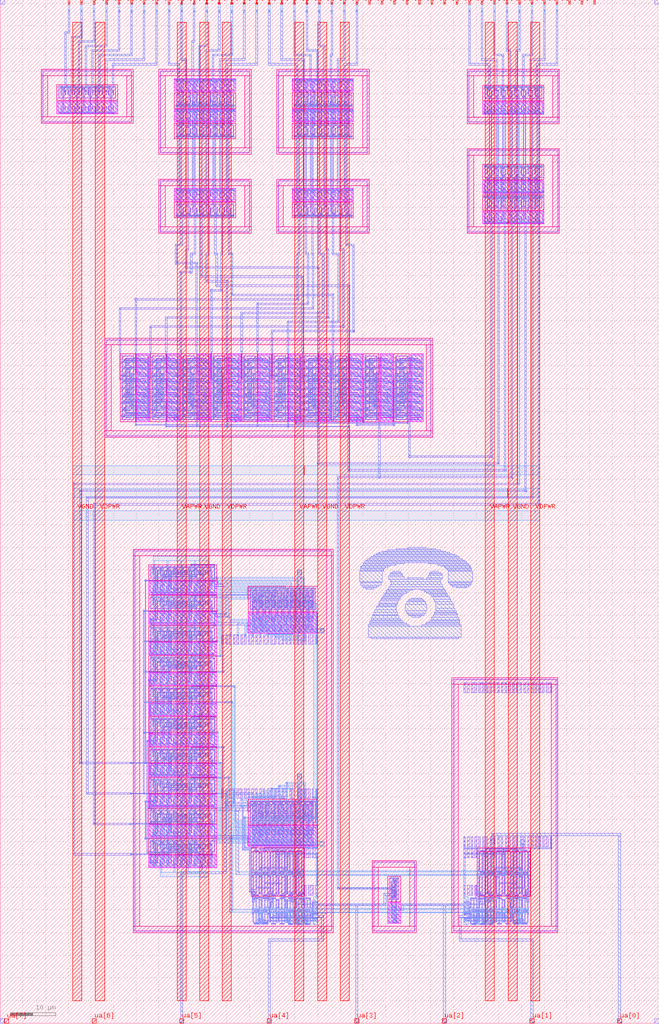
<source format=lef>
VERSION 5.7 ;
  NOWIREEXTENSIONATPIN ON ;
  DIVIDERCHAR "/" ;
  BUSBITCHARS "[]" ;
MACRO tt_um_htfab_hybrid
  CLASS BLOCK ;
  FOREIGN tt_um_htfab_hybrid ;
  ORIGIN 0.000 0.000 ;
  SIZE 145.360 BY 225.760 ;
  PIN clk
    DIRECTION INPUT ;
    USE SIGNAL ;
    PORT
      LAYER met4 ;
        RECT 128.190 224.760 128.490 225.760 ;
    END
  END clk
  PIN ena
    DIRECTION INPUT ;
    USE SIGNAL ;
    PORT
      LAYER met4 ;
        RECT 130.950 224.760 131.250 225.760 ;
    END
  END ena
  PIN rst_n
    DIRECTION INPUT ;
    USE SIGNAL ;
    PORT
      LAYER met4 ;
        RECT 125.430 224.760 125.730 225.760 ;
    END
  END rst_n
  PIN ua[0]
    DIRECTION INOUT ;
    USE SIGNAL ;
    PORT
      LAYER met4 ;
        RECT 136.170 0.000 137.070 1.000 ;
    END
  END ua[0]
  PIN ua[1]
    DIRECTION INOUT ;
    USE SIGNAL ;
    ANTENNADIFFAREA 6.960000 ;
    PORT
      LAYER met4 ;
        RECT 116.850 0.000 117.750 1.000 ;
    END
  END ua[1]
  PIN ua[2]
    DIRECTION INOUT ;
    USE SIGNAL ;
    ANTENNAGATEAREA 12.000000 ;
    ANTENNADIFFAREA 0.478500 ;
    PORT
      LAYER met4 ;
        RECT 97.530 0.000 98.430 1.000 ;
    END
  END ua[2]
  PIN ua[3]
    DIRECTION INOUT ;
    USE SIGNAL ;
    ANTENNAGATEAREA 12.000000 ;
    ANTENNADIFFAREA 0.478500 ;
    PORT
      LAYER met4 ;
        RECT 78.210 0.000 79.110 1.000 ;
    END
  END ua[3]
  PIN ua[4]
    DIRECTION INOUT ;
    USE SIGNAL ;
    ANTENNADIFFAREA 6.960000 ;
    PORT
      LAYER met4 ;
        RECT 58.890 0.000 59.790 1.000 ;
    END
  END ua[4]
  PIN ua[5]
    DIRECTION INOUT ;
    USE SIGNAL ;
    ANTENNADIFFAREA 0.478500 ;
    PORT
      LAYER met4 ;
        RECT 39.570 0.000 40.470 1.000 ;
    END
  END ua[5]
  PIN ua[6]
    DIRECTION INOUT ;
    USE SIGNAL ;
    PORT
      LAYER met4 ;
        RECT 20.250 0.000 21.150 1.000 ;
    END
  END ua[6]
  PIN ua[7]
    DIRECTION INOUT ;
    USE SIGNAL ;
    PORT
      LAYER met4 ;
        RECT 0.930 0.000 1.830 1.000 ;
    END
  END ua[7]
  PIN ui_in[0]
    DIRECTION INPUT ;
    USE SIGNAL ;
    ANTENNAGATEAREA 1.150000 ;
    PORT
      LAYER met4 ;
        RECT 122.670 224.760 122.970 225.760 ;
    END
  END ui_in[0]
  PIN ui_in[1]
    DIRECTION INPUT ;
    USE SIGNAL ;
    ANTENNAGATEAREA 1.150000 ;
    PORT
      LAYER met4 ;
        RECT 119.910 224.760 120.210 225.760 ;
    END
  END ui_in[1]
  PIN ui_in[2]
    DIRECTION INPUT ;
    USE SIGNAL ;
    ANTENNAGATEAREA 1.150000 ;
    PORT
      LAYER met4 ;
        RECT 117.150 224.760 117.450 225.760 ;
    END
  END ui_in[2]
  PIN ui_in[3]
    DIRECTION INPUT ;
    USE SIGNAL ;
    ANTENNAGATEAREA 1.150000 ;
    PORT
      LAYER met4 ;
        RECT 114.390 224.760 114.690 225.760 ;
    END
  END ui_in[3]
  PIN ui_in[4]
    DIRECTION INPUT ;
    USE SIGNAL ;
    ANTENNAGATEAREA 1.150000 ;
    PORT
      LAYER met4 ;
        RECT 111.630 224.760 111.930 225.760 ;
    END
  END ui_in[4]
  PIN ui_in[5]
    DIRECTION INPUT ;
    USE SIGNAL ;
    ANTENNAGATEAREA 1.150000 ;
    PORT
      LAYER met4 ;
        RECT 108.870 224.760 109.170 225.760 ;
    END
  END ui_in[5]
  PIN ui_in[6]
    DIRECTION INPUT ;
    USE SIGNAL ;
    ANTENNAGATEAREA 1.150000 ;
    PORT
      LAYER met4 ;
        RECT 106.110 224.760 106.410 225.760 ;
    END
  END ui_in[6]
  PIN ui_in[7]
    DIRECTION INPUT ;
    USE SIGNAL ;
    ANTENNAGATEAREA 1.150000 ;
    PORT
      LAYER met4 ;
        RECT 103.350 224.760 103.650 225.760 ;
    END
  END ui_in[7]
  PIN uio_in[0]
    DIRECTION INPUT ;
    USE SIGNAL ;
    PORT
      LAYER met4 ;
        RECT 100.590 224.760 100.890 225.760 ;
    END
  END uio_in[0]
  PIN uio_in[1]
    DIRECTION INPUT ;
    USE SIGNAL ;
    PORT
      LAYER met4 ;
        RECT 97.830 224.760 98.130 225.760 ;
    END
  END uio_in[1]
  PIN uio_in[2]
    DIRECTION INPUT ;
    USE SIGNAL ;
    PORT
      LAYER met4 ;
        RECT 95.070 224.760 95.370 225.760 ;
    END
  END uio_in[2]
  PIN uio_in[3]
    DIRECTION INPUT ;
    USE SIGNAL ;
    PORT
      LAYER met4 ;
        RECT 92.310 224.760 92.610 225.760 ;
    END
  END uio_in[3]
  PIN uio_in[4]
    DIRECTION INPUT ;
    USE SIGNAL ;
    PORT
      LAYER met4 ;
        RECT 89.550 224.760 89.850 225.760 ;
    END
  END uio_in[4]
  PIN uio_in[5]
    DIRECTION INPUT ;
    USE SIGNAL ;
    PORT
      LAYER met4 ;
        RECT 86.790 224.760 87.090 225.760 ;
    END
  END uio_in[5]
  PIN uio_in[6]
    DIRECTION INPUT ;
    USE SIGNAL ;
    PORT
      LAYER met4 ;
        RECT 84.030 224.760 84.330 225.760 ;
    END
  END uio_in[6]
  PIN uio_in[7]
    DIRECTION INPUT ;
    USE SIGNAL ;
    PORT
      LAYER met4 ;
        RECT 81.270 224.760 81.570 225.760 ;
    END
  END uio_in[7]
  PIN uio_oe[0]
    DIRECTION OUTPUT ;
    USE SIGNAL ;
    ANTENNADIFFAREA 0.350000 ;
    PORT
      LAYER met4 ;
        RECT 34.350 224.760 34.650 225.760 ;
    END
  END uio_oe[0]
  PIN uio_oe[1]
    DIRECTION OUTPUT ;
    USE SIGNAL ;
    ANTENNADIFFAREA 0.350000 ;
    PORT
      LAYER met4 ;
        RECT 31.590 224.760 31.890 225.760 ;
    END
  END uio_oe[1]
  PIN uio_oe[2]
    DIRECTION OUTPUT ;
    USE SIGNAL ;
    ANTENNADIFFAREA 0.350000 ;
    PORT
      LAYER met4 ;
        RECT 28.830 224.760 29.130 225.760 ;
    END
  END uio_oe[2]
  PIN uio_oe[3]
    DIRECTION OUTPUT ;
    USE SIGNAL ;
    ANTENNADIFFAREA 0.350000 ;
    PORT
      LAYER met4 ;
        RECT 26.070 224.760 26.370 225.760 ;
    END
  END uio_oe[3]
  PIN uio_oe[4]
    DIRECTION OUTPUT ;
    USE SIGNAL ;
    ANTENNADIFFAREA 0.350000 ;
    PORT
      LAYER met4 ;
        RECT 23.310 224.760 23.610 225.760 ;
    END
  END uio_oe[4]
  PIN uio_oe[5]
    DIRECTION OUTPUT ;
    USE SIGNAL ;
    ANTENNADIFFAREA 0.350000 ;
    PORT
      LAYER met4 ;
        RECT 20.550 224.760 20.850 225.760 ;
    END
  END uio_oe[5]
  PIN uio_oe[6]
    DIRECTION OUTPUT ;
    USE SIGNAL ;
    ANTENNADIFFAREA 0.350000 ;
    PORT
      LAYER met4 ;
        RECT 17.790 224.760 18.090 225.760 ;
    END
  END uio_oe[6]
  PIN uio_oe[7]
    DIRECTION OUTPUT ;
    USE SIGNAL ;
    ANTENNADIFFAREA 0.350000 ;
    PORT
      LAYER met4 ;
        RECT 15.030 224.760 15.330 225.760 ;
    END
  END uio_oe[7]
  PIN uio_out[0]
    DIRECTION OUTPUT ;
    USE SIGNAL ;
    ANTENNAGATEAREA 0.500000 ;
    ANTENNADIFFAREA 0.577500 ;
    PORT
      LAYER met4 ;
        RECT 56.430 224.760 56.730 225.760 ;
    END
  END uio_out[0]
  PIN uio_out[1]
    DIRECTION OUTPUT ;
    USE SIGNAL ;
    ANTENNAGATEAREA 0.500000 ;
    ANTENNADIFFAREA 0.577500 ;
    PORT
      LAYER met4 ;
        RECT 53.670 224.760 53.970 225.760 ;
    END
  END uio_out[1]
  PIN uio_out[2]
    DIRECTION OUTPUT ;
    USE SIGNAL ;
    ANTENNAGATEAREA 0.500000 ;
    ANTENNADIFFAREA 0.577500 ;
    PORT
      LAYER met4 ;
        RECT 50.910 224.760 51.210 225.760 ;
    END
  END uio_out[2]
  PIN uio_out[3]
    DIRECTION OUTPUT ;
    USE SIGNAL ;
    ANTENNAGATEAREA 0.500000 ;
    ANTENNADIFFAREA 0.577500 ;
    PORT
      LAYER met4 ;
        RECT 48.150 224.760 48.450 225.760 ;
    END
  END uio_out[3]
  PIN uio_out[4]
    DIRECTION OUTPUT ;
    USE SIGNAL ;
    ANTENNAGATEAREA 0.500000 ;
    ANTENNADIFFAREA 0.577500 ;
    PORT
      LAYER met4 ;
        RECT 45.390 224.760 45.690 225.760 ;
    END
  END uio_out[4]
  PIN uio_out[5]
    DIRECTION OUTPUT ;
    USE SIGNAL ;
    ANTENNAGATEAREA 0.500000 ;
    ANTENNADIFFAREA 0.577500 ;
    PORT
      LAYER met4 ;
        RECT 42.630 224.760 42.930 225.760 ;
    END
  END uio_out[5]
  PIN uio_out[6]
    DIRECTION OUTPUT ;
    USE SIGNAL ;
    ANTENNAGATEAREA 0.500000 ;
    ANTENNADIFFAREA 0.577500 ;
    PORT
      LAYER met4 ;
        RECT 39.870 224.760 40.170 225.760 ;
    END
  END uio_out[6]
  PIN uio_out[7]
    DIRECTION OUTPUT ;
    USE SIGNAL ;
    ANTENNAGATEAREA 0.500000 ;
    ANTENNADIFFAREA 0.577500 ;
    PORT
      LAYER met4 ;
        RECT 37.110 224.760 37.410 225.760 ;
    END
  END uio_out[7]
  PIN uo_out[0]
    DIRECTION OUTPUT ;
    USE SIGNAL ;
    ANTENNAGATEAREA 0.500000 ;
    ANTENNADIFFAREA 0.577500 ;
    PORT
      LAYER met4 ;
        RECT 78.510 224.760 78.810 225.760 ;
    END
  END uo_out[0]
  PIN uo_out[1]
    DIRECTION OUTPUT ;
    USE SIGNAL ;
    ANTENNAGATEAREA 0.500000 ;
    ANTENNADIFFAREA 0.577500 ;
    PORT
      LAYER met4 ;
        RECT 75.750 224.760 76.050 225.760 ;
    END
  END uo_out[1]
  PIN uo_out[2]
    DIRECTION OUTPUT ;
    USE SIGNAL ;
    ANTENNAGATEAREA 0.500000 ;
    ANTENNADIFFAREA 0.577500 ;
    PORT
      LAYER met4 ;
        RECT 72.990 224.760 73.290 225.760 ;
    END
  END uo_out[2]
  PIN uo_out[3]
    DIRECTION OUTPUT ;
    USE SIGNAL ;
    ANTENNAGATEAREA 0.500000 ;
    ANTENNADIFFAREA 0.577500 ;
    PORT
      LAYER met4 ;
        RECT 70.230 224.760 70.530 225.760 ;
    END
  END uo_out[3]
  PIN uo_out[4]
    DIRECTION OUTPUT ;
    USE SIGNAL ;
    ANTENNAGATEAREA 0.500000 ;
    ANTENNADIFFAREA 0.577500 ;
    PORT
      LAYER met4 ;
        RECT 67.470 224.760 67.770 225.760 ;
    END
  END uo_out[4]
  PIN uo_out[5]
    DIRECTION OUTPUT ;
    USE SIGNAL ;
    ANTENNAGATEAREA 0.500000 ;
    ANTENNADIFFAREA 0.577500 ;
    PORT
      LAYER met4 ;
        RECT 64.710 224.760 65.010 225.760 ;
    END
  END uo_out[5]
  PIN uo_out[6]
    DIRECTION OUTPUT ;
    USE SIGNAL ;
    ANTENNAGATEAREA 0.500000 ;
    ANTENNADIFFAREA 0.577500 ;
    PORT
      LAYER met4 ;
        RECT 61.950 224.760 62.250 225.760 ;
    END
  END uo_out[6]
  PIN uo_out[7]
    DIRECTION OUTPUT ;
    USE SIGNAL ;
    ANTENNAGATEAREA 0.500000 ;
    ANTENNADIFFAREA 0.577500 ;
    PORT
      LAYER met4 ;
        RECT 59.190 224.760 59.490 225.760 ;
    END
  END uo_out[7]
  PIN VAPWR
    DIRECTION INOUT ;
    USE POWER ;
    PORT
      LAYER met4 ;
        RECT 39.000 5.000 41.000 220.760 ;
    END
    PORT
      LAYER met4 ;
        RECT 65.000 5.000 67.000 220.760 ;
    END
    PORT
      LAYER met4 ;
        RECT 107.000 5.000 109.000 220.760 ;
    END
  END VAPWR
  PIN VDPWR
    DIRECTION INOUT ;
    USE POWER ;
    PORT
      LAYER met4 ;
        RECT 49.000 5.000 51.000 220.760 ;
    END
    PORT
      LAYER met4 ;
        RECT 75.000 5.000 77.000 220.760 ;
    END
    PORT
      LAYER met4 ;
        RECT 117.000 5.000 119.000 220.760 ;
    END
    PORT
      LAYER met4 ;
        RECT 21.000 5.000 23.000 220.760 ;
    END
  END VDPWR
  PIN VGND
    DIRECTION INOUT ;
    USE GROUND ;
    PORT
      LAYER met4 ;
        RECT 44.000 5.000 46.000 220.760 ;
    END
    PORT
      LAYER met4 ;
        RECT 70.000 5.000 72.000 220.760 ;
    END
    PORT
      LAYER met4 ;
        RECT 112.000 5.000 114.000 220.760 ;
    END
    PORT
      LAYER met4 ;
        RECT 16.000 5.000 18.000 220.760 ;
    END
  END VGND
  OBS
      LAYER nwell ;
        RECT 9.000 209.035 29.340 210.465 ;
        RECT 9.000 199.930 10.430 209.035 ;
        RECT 12.430 203.605 25.910 207.035 ;
      LAYER pwell ;
        RECT 12.430 203.355 13.360 203.360 ;
        RECT 12.430 200.575 25.910 203.355 ;
      LAYER nwell ;
        RECT 27.910 199.930 29.340 209.035 ;
        RECT 9.000 198.500 29.340 199.930 ;
        RECT 35.000 208.955 55.340 210.385 ;
        RECT 35.000 193.140 36.430 208.955 ;
      LAYER pwell ;
        RECT 38.430 205.530 51.910 208.310 ;
        RECT 50.980 205.525 51.910 205.530 ;
      LAYER nwell ;
        RECT 38.430 201.850 51.910 205.280 ;
      LAYER pwell ;
        RECT 38.430 198.820 51.910 201.600 ;
        RECT 50.980 198.815 51.910 198.820 ;
      LAYER nwell ;
        RECT 38.430 195.140 51.910 198.570 ;
        RECT 53.910 193.140 55.340 208.955 ;
        RECT 35.000 191.710 55.340 193.140 ;
        RECT 61.000 208.955 81.340 210.385 ;
        RECT 61.000 193.140 62.430 208.955 ;
      LAYER pwell ;
        RECT 64.430 205.530 77.910 208.310 ;
        RECT 76.980 205.525 77.910 205.530 ;
      LAYER nwell ;
        RECT 64.430 201.850 77.910 205.280 ;
      LAYER pwell ;
        RECT 64.430 198.820 77.910 201.600 ;
        RECT 76.980 198.815 77.910 198.820 ;
      LAYER nwell ;
        RECT 64.430 195.140 77.910 198.570 ;
        RECT 79.910 193.140 81.340 208.955 ;
        RECT 103.000 208.955 123.340 210.385 ;
        RECT 103.000 199.850 104.430 208.955 ;
        RECT 106.430 203.525 119.910 206.955 ;
      LAYER pwell ;
        RECT 106.430 203.275 107.360 203.280 ;
        RECT 106.430 200.495 119.910 203.275 ;
      LAYER nwell ;
        RECT 121.910 199.850 123.340 208.955 ;
        RECT 103.000 198.420 123.340 199.850 ;
        RECT 61.000 191.710 81.340 193.140 ;
        RECT 103.000 191.490 123.340 192.920 ;
        RECT 35.000 184.780 55.340 186.210 ;
        RECT 35.000 175.675 36.430 184.780 ;
      LAYER pwell ;
        RECT 38.430 181.355 51.910 184.135 ;
        RECT 50.980 181.350 51.910 181.355 ;
      LAYER nwell ;
        RECT 38.430 177.675 51.910 181.105 ;
        RECT 53.910 175.675 55.340 184.780 ;
        RECT 35.000 174.245 55.340 175.675 ;
        RECT 61.000 184.780 81.340 186.210 ;
        RECT 61.000 175.675 62.430 184.780 ;
      LAYER pwell ;
        RECT 64.430 181.355 77.910 184.135 ;
        RECT 76.980 181.350 77.910 181.355 ;
      LAYER nwell ;
        RECT 64.430 177.675 77.910 181.105 ;
        RECT 79.910 175.675 81.340 184.780 ;
        RECT 61.000 174.245 81.340 175.675 ;
        RECT 103.000 175.675 104.430 191.490 ;
        RECT 106.430 186.060 119.910 189.490 ;
      LAYER pwell ;
        RECT 106.430 185.810 107.360 185.815 ;
        RECT 106.430 183.030 119.910 185.810 ;
      LAYER nwell ;
        RECT 106.430 179.350 119.910 182.780 ;
      LAYER pwell ;
        RECT 106.430 179.100 107.360 179.105 ;
        RECT 106.430 176.320 119.910 179.100 ;
      LAYER nwell ;
        RECT 121.910 175.675 123.340 191.490 ;
        RECT 103.000 174.245 123.340 175.675 ;
        RECT 23.000 149.655 95.355 151.085 ;
        RECT 23.000 130.675 24.430 149.655 ;
        RECT 26.430 132.675 29.860 147.655 ;
      LAYER pwell ;
        RECT 30.110 133.605 32.890 147.655 ;
        RECT 30.105 132.675 32.890 133.605 ;
      LAYER nwell ;
        RECT 33.140 132.675 36.570 147.655 ;
      LAYER pwell ;
        RECT 36.820 133.605 39.600 147.655 ;
        RECT 36.815 132.675 39.600 133.605 ;
      LAYER nwell ;
        RECT 39.850 132.675 43.280 147.655 ;
      LAYER pwell ;
        RECT 43.530 133.605 46.310 147.655 ;
        RECT 43.525 132.675 46.310 133.605 ;
      LAYER nwell ;
        RECT 46.560 132.675 49.990 147.655 ;
      LAYER pwell ;
        RECT 50.240 133.605 53.020 147.655 ;
        RECT 50.235 132.675 53.020 133.605 ;
      LAYER nwell ;
        RECT 53.270 132.675 56.700 147.655 ;
      LAYER pwell ;
        RECT 56.950 133.605 59.730 147.655 ;
        RECT 56.945 132.675 59.730 133.605 ;
      LAYER nwell ;
        RECT 59.980 132.675 63.410 147.655 ;
      LAYER pwell ;
        RECT 63.660 133.605 66.440 147.655 ;
        RECT 63.655 132.675 66.440 133.605 ;
      LAYER nwell ;
        RECT 66.690 132.675 70.120 147.655 ;
      LAYER pwell ;
        RECT 70.370 133.605 73.150 147.655 ;
        RECT 70.365 132.675 73.150 133.605 ;
      LAYER nwell ;
        RECT 73.400 132.675 76.830 147.655 ;
      LAYER pwell ;
        RECT 77.080 133.605 79.860 147.655 ;
        RECT 77.075 132.675 79.860 133.605 ;
      LAYER nwell ;
        RECT 80.110 132.675 83.540 147.655 ;
      LAYER pwell ;
        RECT 83.790 133.605 86.570 147.655 ;
        RECT 83.785 132.675 86.570 133.605 ;
      LAYER nwell ;
        RECT 86.820 132.675 90.250 147.655 ;
      LAYER pwell ;
        RECT 90.500 133.605 93.280 147.655 ;
        RECT 90.495 132.675 93.280 133.605 ;
      LAYER nwell ;
        RECT 93.925 130.675 95.355 149.655 ;
        RECT 23.000 129.245 95.355 130.675 ;
        RECT 29.300 103.140 73.420 104.570 ;
        RECT 29.300 21.430 30.730 103.140 ;
        RECT 32.730 97.710 47.710 101.140 ;
      LAYER pwell ;
        RECT 32.730 97.460 33.660 97.465 ;
        RECT 32.730 94.680 47.710 97.460 ;
      LAYER nwell ;
        RECT 32.730 91.000 47.710 94.430 ;
        RECT 54.705 90.810 69.985 96.420 ;
      LAYER pwell ;
        RECT 32.730 90.750 33.660 90.755 ;
        RECT 32.730 87.970 47.710 90.750 ;
      LAYER nwell ;
        RECT 32.730 84.290 47.710 87.720 ;
      LAYER pwell ;
        RECT 54.705 86.040 69.935 90.560 ;
        RECT 32.730 84.040 33.660 84.045 ;
        RECT 32.730 81.260 47.710 84.040 ;
      LAYER nwell ;
        RECT 32.730 77.580 47.710 81.010 ;
      LAYER pwell ;
        RECT 32.730 77.330 33.660 77.335 ;
        RECT 32.730 74.550 47.710 77.330 ;
      LAYER nwell ;
        RECT 32.730 70.870 47.710 74.300 ;
      LAYER pwell ;
        RECT 32.730 70.620 33.660 70.625 ;
        RECT 32.730 67.840 47.710 70.620 ;
      LAYER nwell ;
        RECT 32.730 64.160 47.710 67.590 ;
      LAYER pwell ;
        RECT 32.730 63.910 33.660 63.915 ;
        RECT 32.730 61.130 47.710 63.910 ;
      LAYER nwell ;
        RECT 32.730 57.450 47.710 60.880 ;
      LAYER pwell ;
        RECT 32.730 57.200 33.660 57.205 ;
        RECT 32.730 54.420 47.710 57.200 ;
      LAYER nwell ;
        RECT 32.730 50.740 47.710 54.170 ;
      LAYER pwell ;
        RECT 32.730 50.490 33.660 50.495 ;
        RECT 32.730 47.710 47.710 50.490 ;
      LAYER nwell ;
        RECT 32.730 44.030 47.710 47.460 ;
      LAYER pwell ;
        RECT 32.730 43.780 33.660 43.785 ;
        RECT 32.730 41.000 47.710 43.780 ;
      LAYER nwell ;
        RECT 54.710 43.775 69.990 49.385 ;
        RECT 32.730 37.320 47.710 40.750 ;
      LAYER pwell ;
        RECT 54.710 39.005 69.940 43.525 ;
      LAYER nwell ;
        RECT 55.350 37.775 67.030 38.755 ;
      LAYER pwell ;
        RECT 32.730 37.070 33.660 37.075 ;
        RECT 32.730 34.290 47.710 37.070 ;
      LAYER nwell ;
        RECT 55.350 27.995 67.010 37.775 ;
        RECT 71.990 21.430 73.420 103.140 ;
        RECT 99.635 74.760 123.005 76.190 ;
        RECT 29.300 20.000 73.420 21.430 ;
        RECT 82.000 34.455 91.720 35.885 ;
        RECT 82.000 21.430 83.430 34.455 ;
        RECT 85.430 26.845 88.290 32.455 ;
      LAYER pwell ;
        RECT 85.430 22.075 88.305 26.600 ;
      LAYER nwell ;
        RECT 90.290 21.430 91.720 34.455 ;
        RECT 82.000 20.000 91.720 21.430 ;
        RECT 99.635 21.430 101.065 74.760 ;
        RECT 105.185 37.775 116.865 38.755 ;
        RECT 105.205 27.995 116.865 37.775 ;
        RECT 121.575 21.430 123.005 74.760 ;
        RECT 99.635 20.000 123.005 21.430 ;
      LAYER li1 ;
        RECT 9.285 210.010 29.055 210.180 ;
        RECT 9.285 198.955 9.455 210.010 ;
        RECT 12.820 206.475 25.520 206.645 ;
        RECT 12.820 204.165 12.990 206.475 ;
        RECT 13.670 206.055 14.170 206.225 ;
        RECT 15.170 206.055 15.670 206.225 ;
        RECT 16.670 206.055 17.170 206.225 ;
        RECT 18.170 206.055 18.670 206.225 ;
        RECT 19.670 206.055 20.170 206.225 ;
        RECT 21.170 206.055 21.670 206.225 ;
        RECT 22.670 206.055 23.170 206.225 ;
        RECT 24.170 206.055 24.670 206.225 ;
        RECT 13.380 204.800 13.550 205.840 ;
        RECT 14.290 204.800 14.460 205.840 ;
        RECT 14.880 204.800 15.050 205.840 ;
        RECT 15.790 204.800 15.960 205.840 ;
        RECT 16.380 204.800 16.550 205.840 ;
        RECT 17.290 204.800 17.460 205.840 ;
        RECT 17.880 204.800 18.050 205.840 ;
        RECT 18.790 204.800 18.960 205.840 ;
        RECT 19.380 204.800 19.550 205.840 ;
        RECT 20.290 204.800 20.460 205.840 ;
        RECT 20.880 204.800 21.050 205.840 ;
        RECT 21.790 204.800 21.960 205.840 ;
        RECT 22.380 204.800 22.550 205.840 ;
        RECT 23.290 204.800 23.460 205.840 ;
        RECT 23.880 204.800 24.050 205.840 ;
        RECT 24.790 204.800 24.960 205.840 ;
        RECT 13.670 204.415 14.170 204.585 ;
        RECT 15.170 204.415 15.670 204.585 ;
        RECT 16.670 204.415 17.170 204.585 ;
        RECT 18.170 204.415 18.670 204.585 ;
        RECT 19.670 204.415 20.170 204.585 ;
        RECT 21.170 204.415 21.670 204.585 ;
        RECT 22.670 204.415 23.170 204.585 ;
        RECT 24.170 204.415 24.670 204.585 ;
        RECT 25.350 204.165 25.520 206.475 ;
        RECT 12.820 203.995 25.520 204.165 ;
        RECT 12.720 202.945 25.670 203.115 ;
        RECT 12.720 200.985 12.890 202.945 ;
        RECT 13.670 202.480 14.170 202.650 ;
        RECT 15.170 202.480 15.670 202.650 ;
        RECT 16.670 202.480 17.170 202.650 ;
        RECT 18.170 202.480 18.670 202.650 ;
        RECT 19.670 202.480 20.170 202.650 ;
        RECT 21.170 202.480 21.670 202.650 ;
        RECT 22.670 202.480 23.170 202.650 ;
        RECT 24.170 202.480 24.670 202.650 ;
        RECT 13.380 201.620 13.550 202.310 ;
        RECT 14.290 201.620 14.460 202.310 ;
        RECT 14.880 201.620 15.050 202.310 ;
        RECT 15.790 201.620 15.960 202.310 ;
        RECT 16.380 201.620 16.550 202.310 ;
        RECT 17.290 201.620 17.460 202.310 ;
        RECT 17.880 201.620 18.050 202.310 ;
        RECT 18.790 201.620 18.960 202.310 ;
        RECT 19.380 201.620 19.550 202.310 ;
        RECT 20.290 201.620 20.460 202.310 ;
        RECT 20.880 201.620 21.050 202.310 ;
        RECT 21.790 201.620 21.960 202.310 ;
        RECT 22.380 201.620 22.550 202.310 ;
        RECT 23.290 201.620 23.460 202.310 ;
        RECT 23.880 201.620 24.050 202.310 ;
        RECT 24.790 201.620 24.960 202.310 ;
        RECT 13.670 201.280 14.170 201.450 ;
        RECT 15.170 201.280 15.670 201.450 ;
        RECT 16.670 201.280 17.170 201.450 ;
        RECT 18.170 201.280 18.670 201.450 ;
        RECT 19.670 201.280 20.170 201.450 ;
        RECT 21.170 201.280 21.670 201.450 ;
        RECT 22.670 201.280 23.170 201.450 ;
        RECT 24.170 201.280 24.670 201.450 ;
        RECT 25.500 200.985 25.670 202.945 ;
        RECT 12.720 200.815 25.670 200.985 ;
        RECT 28.885 198.955 29.055 210.010 ;
        RECT 9.285 198.785 29.055 198.955 ;
        RECT 35.285 209.930 55.055 210.100 ;
        RECT 35.285 192.165 35.455 209.930 ;
        RECT 38.670 207.900 51.620 208.070 ;
        RECT 38.670 205.940 38.840 207.900 ;
        RECT 39.670 207.435 40.170 207.605 ;
        RECT 41.170 207.435 41.670 207.605 ;
        RECT 42.670 207.435 43.170 207.605 ;
        RECT 44.170 207.435 44.670 207.605 ;
        RECT 45.670 207.435 46.170 207.605 ;
        RECT 47.170 207.435 47.670 207.605 ;
        RECT 48.670 207.435 49.170 207.605 ;
        RECT 50.170 207.435 50.670 207.605 ;
        RECT 39.380 206.575 39.550 207.265 ;
        RECT 40.290 206.575 40.460 207.265 ;
        RECT 40.880 206.575 41.050 207.265 ;
        RECT 41.790 206.575 41.960 207.265 ;
        RECT 42.380 206.575 42.550 207.265 ;
        RECT 43.290 206.575 43.460 207.265 ;
        RECT 43.880 206.575 44.050 207.265 ;
        RECT 44.790 206.575 44.960 207.265 ;
        RECT 45.380 206.575 45.550 207.265 ;
        RECT 46.290 206.575 46.460 207.265 ;
        RECT 46.880 206.575 47.050 207.265 ;
        RECT 47.790 206.575 47.960 207.265 ;
        RECT 48.380 206.575 48.550 207.265 ;
        RECT 49.290 206.575 49.460 207.265 ;
        RECT 49.880 206.575 50.050 207.265 ;
        RECT 50.790 206.575 50.960 207.265 ;
        RECT 39.670 206.235 40.170 206.405 ;
        RECT 41.170 206.235 41.670 206.405 ;
        RECT 42.670 206.235 43.170 206.405 ;
        RECT 44.170 206.235 44.670 206.405 ;
        RECT 45.670 206.235 46.170 206.405 ;
        RECT 47.170 206.235 47.670 206.405 ;
        RECT 48.670 206.235 49.170 206.405 ;
        RECT 50.170 206.235 50.670 206.405 ;
        RECT 51.450 205.940 51.620 207.900 ;
        RECT 38.670 205.770 51.620 205.940 ;
        RECT 38.820 204.720 51.520 204.890 ;
        RECT 38.820 202.410 38.990 204.720 ;
        RECT 39.670 204.300 40.170 204.470 ;
        RECT 41.170 204.300 41.670 204.470 ;
        RECT 42.670 204.300 43.170 204.470 ;
        RECT 44.170 204.300 44.670 204.470 ;
        RECT 45.670 204.300 46.170 204.470 ;
        RECT 47.170 204.300 47.670 204.470 ;
        RECT 48.670 204.300 49.170 204.470 ;
        RECT 50.170 204.300 50.670 204.470 ;
        RECT 39.380 203.045 39.550 204.085 ;
        RECT 40.290 203.045 40.460 204.085 ;
        RECT 40.880 203.045 41.050 204.085 ;
        RECT 41.790 203.045 41.960 204.085 ;
        RECT 42.380 203.045 42.550 204.085 ;
        RECT 43.290 203.045 43.460 204.085 ;
        RECT 43.880 203.045 44.050 204.085 ;
        RECT 44.790 203.045 44.960 204.085 ;
        RECT 45.380 203.045 45.550 204.085 ;
        RECT 46.290 203.045 46.460 204.085 ;
        RECT 46.880 203.045 47.050 204.085 ;
        RECT 47.790 203.045 47.960 204.085 ;
        RECT 48.380 203.045 48.550 204.085 ;
        RECT 49.290 203.045 49.460 204.085 ;
        RECT 49.880 203.045 50.050 204.085 ;
        RECT 50.790 203.045 50.960 204.085 ;
        RECT 39.670 202.660 40.170 202.830 ;
        RECT 41.170 202.660 41.670 202.830 ;
        RECT 42.670 202.660 43.170 202.830 ;
        RECT 44.170 202.660 44.670 202.830 ;
        RECT 45.670 202.660 46.170 202.830 ;
        RECT 47.170 202.660 47.670 202.830 ;
        RECT 48.670 202.660 49.170 202.830 ;
        RECT 50.170 202.660 50.670 202.830 ;
        RECT 51.350 202.410 51.520 204.720 ;
        RECT 38.820 202.240 51.520 202.410 ;
        RECT 38.670 201.190 51.620 201.360 ;
        RECT 38.670 199.230 38.840 201.190 ;
        RECT 39.670 200.725 40.170 200.895 ;
        RECT 41.170 200.725 41.670 200.895 ;
        RECT 42.670 200.725 43.170 200.895 ;
        RECT 44.170 200.725 44.670 200.895 ;
        RECT 45.670 200.725 46.170 200.895 ;
        RECT 47.170 200.725 47.670 200.895 ;
        RECT 48.670 200.725 49.170 200.895 ;
        RECT 50.170 200.725 50.670 200.895 ;
        RECT 39.380 199.865 39.550 200.555 ;
        RECT 40.290 199.865 40.460 200.555 ;
        RECT 40.880 199.865 41.050 200.555 ;
        RECT 41.790 199.865 41.960 200.555 ;
        RECT 42.380 199.865 42.550 200.555 ;
        RECT 43.290 199.865 43.460 200.555 ;
        RECT 43.880 199.865 44.050 200.555 ;
        RECT 44.790 199.865 44.960 200.555 ;
        RECT 45.380 199.865 45.550 200.555 ;
        RECT 46.290 199.865 46.460 200.555 ;
        RECT 46.880 199.865 47.050 200.555 ;
        RECT 47.790 199.865 47.960 200.555 ;
        RECT 48.380 199.865 48.550 200.555 ;
        RECT 49.290 199.865 49.460 200.555 ;
        RECT 49.880 199.865 50.050 200.555 ;
        RECT 50.790 199.865 50.960 200.555 ;
        RECT 39.670 199.525 40.170 199.695 ;
        RECT 41.170 199.525 41.670 199.695 ;
        RECT 42.670 199.525 43.170 199.695 ;
        RECT 44.170 199.525 44.670 199.695 ;
        RECT 45.670 199.525 46.170 199.695 ;
        RECT 47.170 199.525 47.670 199.695 ;
        RECT 48.670 199.525 49.170 199.695 ;
        RECT 50.170 199.525 50.670 199.695 ;
        RECT 51.450 199.230 51.620 201.190 ;
        RECT 38.670 199.060 51.620 199.230 ;
        RECT 38.820 198.010 51.520 198.180 ;
        RECT 38.820 195.700 38.990 198.010 ;
        RECT 39.670 197.590 40.170 197.760 ;
        RECT 41.170 197.590 41.670 197.760 ;
        RECT 42.670 197.590 43.170 197.760 ;
        RECT 44.170 197.590 44.670 197.760 ;
        RECT 45.670 197.590 46.170 197.760 ;
        RECT 47.170 197.590 47.670 197.760 ;
        RECT 48.670 197.590 49.170 197.760 ;
        RECT 50.170 197.590 50.670 197.760 ;
        RECT 39.380 196.335 39.550 197.375 ;
        RECT 40.290 196.335 40.460 197.375 ;
        RECT 40.880 196.335 41.050 197.375 ;
        RECT 41.790 196.335 41.960 197.375 ;
        RECT 42.380 196.335 42.550 197.375 ;
        RECT 43.290 196.335 43.460 197.375 ;
        RECT 43.880 196.335 44.050 197.375 ;
        RECT 44.790 196.335 44.960 197.375 ;
        RECT 45.380 196.335 45.550 197.375 ;
        RECT 46.290 196.335 46.460 197.375 ;
        RECT 46.880 196.335 47.050 197.375 ;
        RECT 47.790 196.335 47.960 197.375 ;
        RECT 48.380 196.335 48.550 197.375 ;
        RECT 49.290 196.335 49.460 197.375 ;
        RECT 49.880 196.335 50.050 197.375 ;
        RECT 50.790 196.335 50.960 197.375 ;
        RECT 39.670 195.950 40.170 196.120 ;
        RECT 41.170 195.950 41.670 196.120 ;
        RECT 42.670 195.950 43.170 196.120 ;
        RECT 44.170 195.950 44.670 196.120 ;
        RECT 45.670 195.950 46.170 196.120 ;
        RECT 47.170 195.950 47.670 196.120 ;
        RECT 48.670 195.950 49.170 196.120 ;
        RECT 50.170 195.950 50.670 196.120 ;
        RECT 51.350 195.700 51.520 198.010 ;
        RECT 38.820 195.530 51.520 195.700 ;
        RECT 54.885 192.165 55.055 209.930 ;
        RECT 35.285 191.995 55.055 192.165 ;
        RECT 61.285 209.930 81.055 210.100 ;
        RECT 61.285 192.165 61.455 209.930 ;
        RECT 64.670 207.900 77.620 208.070 ;
        RECT 64.670 205.940 64.840 207.900 ;
        RECT 65.670 207.435 66.170 207.605 ;
        RECT 67.170 207.435 67.670 207.605 ;
        RECT 68.670 207.435 69.170 207.605 ;
        RECT 70.170 207.435 70.670 207.605 ;
        RECT 71.670 207.435 72.170 207.605 ;
        RECT 73.170 207.435 73.670 207.605 ;
        RECT 74.670 207.435 75.170 207.605 ;
        RECT 76.170 207.435 76.670 207.605 ;
        RECT 65.380 206.575 65.550 207.265 ;
        RECT 66.290 206.575 66.460 207.265 ;
        RECT 66.880 206.575 67.050 207.265 ;
        RECT 67.790 206.575 67.960 207.265 ;
        RECT 68.380 206.575 68.550 207.265 ;
        RECT 69.290 206.575 69.460 207.265 ;
        RECT 69.880 206.575 70.050 207.265 ;
        RECT 70.790 206.575 70.960 207.265 ;
        RECT 71.380 206.575 71.550 207.265 ;
        RECT 72.290 206.575 72.460 207.265 ;
        RECT 72.880 206.575 73.050 207.265 ;
        RECT 73.790 206.575 73.960 207.265 ;
        RECT 74.380 206.575 74.550 207.265 ;
        RECT 75.290 206.575 75.460 207.265 ;
        RECT 75.880 206.575 76.050 207.265 ;
        RECT 76.790 206.575 76.960 207.265 ;
        RECT 65.670 206.235 66.170 206.405 ;
        RECT 67.170 206.235 67.670 206.405 ;
        RECT 68.670 206.235 69.170 206.405 ;
        RECT 70.170 206.235 70.670 206.405 ;
        RECT 71.670 206.235 72.170 206.405 ;
        RECT 73.170 206.235 73.670 206.405 ;
        RECT 74.670 206.235 75.170 206.405 ;
        RECT 76.170 206.235 76.670 206.405 ;
        RECT 77.450 205.940 77.620 207.900 ;
        RECT 64.670 205.770 77.620 205.940 ;
        RECT 64.820 204.720 77.520 204.890 ;
        RECT 64.820 202.410 64.990 204.720 ;
        RECT 65.670 204.300 66.170 204.470 ;
        RECT 67.170 204.300 67.670 204.470 ;
        RECT 68.670 204.300 69.170 204.470 ;
        RECT 70.170 204.300 70.670 204.470 ;
        RECT 71.670 204.300 72.170 204.470 ;
        RECT 73.170 204.300 73.670 204.470 ;
        RECT 74.670 204.300 75.170 204.470 ;
        RECT 76.170 204.300 76.670 204.470 ;
        RECT 65.380 203.045 65.550 204.085 ;
        RECT 66.290 203.045 66.460 204.085 ;
        RECT 66.880 203.045 67.050 204.085 ;
        RECT 67.790 203.045 67.960 204.085 ;
        RECT 68.380 203.045 68.550 204.085 ;
        RECT 69.290 203.045 69.460 204.085 ;
        RECT 69.880 203.045 70.050 204.085 ;
        RECT 70.790 203.045 70.960 204.085 ;
        RECT 71.380 203.045 71.550 204.085 ;
        RECT 72.290 203.045 72.460 204.085 ;
        RECT 72.880 203.045 73.050 204.085 ;
        RECT 73.790 203.045 73.960 204.085 ;
        RECT 74.380 203.045 74.550 204.085 ;
        RECT 75.290 203.045 75.460 204.085 ;
        RECT 75.880 203.045 76.050 204.085 ;
        RECT 76.790 203.045 76.960 204.085 ;
        RECT 65.670 202.660 66.170 202.830 ;
        RECT 67.170 202.660 67.670 202.830 ;
        RECT 68.670 202.660 69.170 202.830 ;
        RECT 70.170 202.660 70.670 202.830 ;
        RECT 71.670 202.660 72.170 202.830 ;
        RECT 73.170 202.660 73.670 202.830 ;
        RECT 74.670 202.660 75.170 202.830 ;
        RECT 76.170 202.660 76.670 202.830 ;
        RECT 77.350 202.410 77.520 204.720 ;
        RECT 64.820 202.240 77.520 202.410 ;
        RECT 64.670 201.190 77.620 201.360 ;
        RECT 64.670 199.230 64.840 201.190 ;
        RECT 65.670 200.725 66.170 200.895 ;
        RECT 67.170 200.725 67.670 200.895 ;
        RECT 68.670 200.725 69.170 200.895 ;
        RECT 70.170 200.725 70.670 200.895 ;
        RECT 71.670 200.725 72.170 200.895 ;
        RECT 73.170 200.725 73.670 200.895 ;
        RECT 74.670 200.725 75.170 200.895 ;
        RECT 76.170 200.725 76.670 200.895 ;
        RECT 65.380 199.865 65.550 200.555 ;
        RECT 66.290 199.865 66.460 200.555 ;
        RECT 66.880 199.865 67.050 200.555 ;
        RECT 67.790 199.865 67.960 200.555 ;
        RECT 68.380 199.865 68.550 200.555 ;
        RECT 69.290 199.865 69.460 200.555 ;
        RECT 69.880 199.865 70.050 200.555 ;
        RECT 70.790 199.865 70.960 200.555 ;
        RECT 71.380 199.865 71.550 200.555 ;
        RECT 72.290 199.865 72.460 200.555 ;
        RECT 72.880 199.865 73.050 200.555 ;
        RECT 73.790 199.865 73.960 200.555 ;
        RECT 74.380 199.865 74.550 200.555 ;
        RECT 75.290 199.865 75.460 200.555 ;
        RECT 75.880 199.865 76.050 200.555 ;
        RECT 76.790 199.865 76.960 200.555 ;
        RECT 65.670 199.525 66.170 199.695 ;
        RECT 67.170 199.525 67.670 199.695 ;
        RECT 68.670 199.525 69.170 199.695 ;
        RECT 70.170 199.525 70.670 199.695 ;
        RECT 71.670 199.525 72.170 199.695 ;
        RECT 73.170 199.525 73.670 199.695 ;
        RECT 74.670 199.525 75.170 199.695 ;
        RECT 76.170 199.525 76.670 199.695 ;
        RECT 77.450 199.230 77.620 201.190 ;
        RECT 64.670 199.060 77.620 199.230 ;
        RECT 64.820 198.010 77.520 198.180 ;
        RECT 64.820 195.700 64.990 198.010 ;
        RECT 65.670 197.590 66.170 197.760 ;
        RECT 67.170 197.590 67.670 197.760 ;
        RECT 68.670 197.590 69.170 197.760 ;
        RECT 70.170 197.590 70.670 197.760 ;
        RECT 71.670 197.590 72.170 197.760 ;
        RECT 73.170 197.590 73.670 197.760 ;
        RECT 74.670 197.590 75.170 197.760 ;
        RECT 76.170 197.590 76.670 197.760 ;
        RECT 65.380 196.335 65.550 197.375 ;
        RECT 66.290 196.335 66.460 197.375 ;
        RECT 66.880 196.335 67.050 197.375 ;
        RECT 67.790 196.335 67.960 197.375 ;
        RECT 68.380 196.335 68.550 197.375 ;
        RECT 69.290 196.335 69.460 197.375 ;
        RECT 69.880 196.335 70.050 197.375 ;
        RECT 70.790 196.335 70.960 197.375 ;
        RECT 71.380 196.335 71.550 197.375 ;
        RECT 72.290 196.335 72.460 197.375 ;
        RECT 72.880 196.335 73.050 197.375 ;
        RECT 73.790 196.335 73.960 197.375 ;
        RECT 74.380 196.335 74.550 197.375 ;
        RECT 75.290 196.335 75.460 197.375 ;
        RECT 75.880 196.335 76.050 197.375 ;
        RECT 76.790 196.335 76.960 197.375 ;
        RECT 65.670 195.950 66.170 196.120 ;
        RECT 67.170 195.950 67.670 196.120 ;
        RECT 68.670 195.950 69.170 196.120 ;
        RECT 70.170 195.950 70.670 196.120 ;
        RECT 71.670 195.950 72.170 196.120 ;
        RECT 73.170 195.950 73.670 196.120 ;
        RECT 74.670 195.950 75.170 196.120 ;
        RECT 76.170 195.950 76.670 196.120 ;
        RECT 77.350 195.700 77.520 198.010 ;
        RECT 64.820 195.530 77.520 195.700 ;
        RECT 80.885 192.165 81.055 209.930 ;
        RECT 103.285 209.930 123.055 210.100 ;
        RECT 103.285 198.875 103.455 209.930 ;
        RECT 106.820 206.395 119.520 206.565 ;
        RECT 106.820 204.085 106.990 206.395 ;
        RECT 107.670 205.975 108.170 206.145 ;
        RECT 109.170 205.975 109.670 206.145 ;
        RECT 110.670 205.975 111.170 206.145 ;
        RECT 112.170 205.975 112.670 206.145 ;
        RECT 113.670 205.975 114.170 206.145 ;
        RECT 115.170 205.975 115.670 206.145 ;
        RECT 116.670 205.975 117.170 206.145 ;
        RECT 118.170 205.975 118.670 206.145 ;
        RECT 107.380 204.720 107.550 205.760 ;
        RECT 108.290 204.720 108.460 205.760 ;
        RECT 108.880 204.720 109.050 205.760 ;
        RECT 109.790 204.720 109.960 205.760 ;
        RECT 110.380 204.720 110.550 205.760 ;
        RECT 111.290 204.720 111.460 205.760 ;
        RECT 111.880 204.720 112.050 205.760 ;
        RECT 112.790 204.720 112.960 205.760 ;
        RECT 113.380 204.720 113.550 205.760 ;
        RECT 114.290 204.720 114.460 205.760 ;
        RECT 114.880 204.720 115.050 205.760 ;
        RECT 115.790 204.720 115.960 205.760 ;
        RECT 116.380 204.720 116.550 205.760 ;
        RECT 117.290 204.720 117.460 205.760 ;
        RECT 117.880 204.720 118.050 205.760 ;
        RECT 118.790 204.720 118.960 205.760 ;
        RECT 107.670 204.335 108.170 204.505 ;
        RECT 109.170 204.335 109.670 204.505 ;
        RECT 110.670 204.335 111.170 204.505 ;
        RECT 112.170 204.335 112.670 204.505 ;
        RECT 113.670 204.335 114.170 204.505 ;
        RECT 115.170 204.335 115.670 204.505 ;
        RECT 116.670 204.335 117.170 204.505 ;
        RECT 118.170 204.335 118.670 204.505 ;
        RECT 119.350 204.085 119.520 206.395 ;
        RECT 106.820 203.915 119.520 204.085 ;
        RECT 106.720 202.865 119.670 203.035 ;
        RECT 106.720 200.905 106.890 202.865 ;
        RECT 107.670 202.400 108.170 202.570 ;
        RECT 109.170 202.400 109.670 202.570 ;
        RECT 110.670 202.400 111.170 202.570 ;
        RECT 112.170 202.400 112.670 202.570 ;
        RECT 113.670 202.400 114.170 202.570 ;
        RECT 115.170 202.400 115.670 202.570 ;
        RECT 116.670 202.400 117.170 202.570 ;
        RECT 118.170 202.400 118.670 202.570 ;
        RECT 107.380 201.540 107.550 202.230 ;
        RECT 108.290 201.540 108.460 202.230 ;
        RECT 108.880 201.540 109.050 202.230 ;
        RECT 109.790 201.540 109.960 202.230 ;
        RECT 110.380 201.540 110.550 202.230 ;
        RECT 111.290 201.540 111.460 202.230 ;
        RECT 111.880 201.540 112.050 202.230 ;
        RECT 112.790 201.540 112.960 202.230 ;
        RECT 113.380 201.540 113.550 202.230 ;
        RECT 114.290 201.540 114.460 202.230 ;
        RECT 114.880 201.540 115.050 202.230 ;
        RECT 115.790 201.540 115.960 202.230 ;
        RECT 116.380 201.540 116.550 202.230 ;
        RECT 117.290 201.540 117.460 202.230 ;
        RECT 117.880 201.540 118.050 202.230 ;
        RECT 118.790 201.540 118.960 202.230 ;
        RECT 107.670 201.200 108.170 201.370 ;
        RECT 109.170 201.200 109.670 201.370 ;
        RECT 110.670 201.200 111.170 201.370 ;
        RECT 112.170 201.200 112.670 201.370 ;
        RECT 113.670 201.200 114.170 201.370 ;
        RECT 115.170 201.200 115.670 201.370 ;
        RECT 116.670 201.200 117.170 201.370 ;
        RECT 118.170 201.200 118.670 201.370 ;
        RECT 119.500 200.905 119.670 202.865 ;
        RECT 106.720 200.735 119.670 200.905 ;
        RECT 122.885 198.875 123.055 209.930 ;
        RECT 103.285 198.705 123.055 198.875 ;
        RECT 61.285 191.995 81.055 192.165 ;
        RECT 103.285 192.465 123.055 192.635 ;
        RECT 35.285 185.755 55.055 185.925 ;
        RECT 35.285 174.700 35.455 185.755 ;
        RECT 38.670 183.725 51.620 183.895 ;
        RECT 38.670 181.765 38.840 183.725 ;
        RECT 39.670 183.260 40.170 183.430 ;
        RECT 41.170 183.260 41.670 183.430 ;
        RECT 42.670 183.260 43.170 183.430 ;
        RECT 44.170 183.260 44.670 183.430 ;
        RECT 45.670 183.260 46.170 183.430 ;
        RECT 47.170 183.260 47.670 183.430 ;
        RECT 48.670 183.260 49.170 183.430 ;
        RECT 50.170 183.260 50.670 183.430 ;
        RECT 39.380 182.400 39.550 183.090 ;
        RECT 40.290 182.400 40.460 183.090 ;
        RECT 40.880 182.400 41.050 183.090 ;
        RECT 41.790 182.400 41.960 183.090 ;
        RECT 42.380 182.400 42.550 183.090 ;
        RECT 43.290 182.400 43.460 183.090 ;
        RECT 43.880 182.400 44.050 183.090 ;
        RECT 44.790 182.400 44.960 183.090 ;
        RECT 45.380 182.400 45.550 183.090 ;
        RECT 46.290 182.400 46.460 183.090 ;
        RECT 46.880 182.400 47.050 183.090 ;
        RECT 47.790 182.400 47.960 183.090 ;
        RECT 48.380 182.400 48.550 183.090 ;
        RECT 49.290 182.400 49.460 183.090 ;
        RECT 49.880 182.400 50.050 183.090 ;
        RECT 50.790 182.400 50.960 183.090 ;
        RECT 39.670 182.060 40.170 182.230 ;
        RECT 41.170 182.060 41.670 182.230 ;
        RECT 42.670 182.060 43.170 182.230 ;
        RECT 44.170 182.060 44.670 182.230 ;
        RECT 45.670 182.060 46.170 182.230 ;
        RECT 47.170 182.060 47.670 182.230 ;
        RECT 48.670 182.060 49.170 182.230 ;
        RECT 50.170 182.060 50.670 182.230 ;
        RECT 51.450 181.765 51.620 183.725 ;
        RECT 38.670 181.595 51.620 181.765 ;
        RECT 38.820 180.545 51.520 180.715 ;
        RECT 38.820 178.235 38.990 180.545 ;
        RECT 39.670 180.125 40.170 180.295 ;
        RECT 41.170 180.125 41.670 180.295 ;
        RECT 42.670 180.125 43.170 180.295 ;
        RECT 44.170 180.125 44.670 180.295 ;
        RECT 45.670 180.125 46.170 180.295 ;
        RECT 47.170 180.125 47.670 180.295 ;
        RECT 48.670 180.125 49.170 180.295 ;
        RECT 50.170 180.125 50.670 180.295 ;
        RECT 39.380 178.870 39.550 179.910 ;
        RECT 40.290 178.870 40.460 179.910 ;
        RECT 40.880 178.870 41.050 179.910 ;
        RECT 41.790 178.870 41.960 179.910 ;
        RECT 42.380 178.870 42.550 179.910 ;
        RECT 43.290 178.870 43.460 179.910 ;
        RECT 43.880 178.870 44.050 179.910 ;
        RECT 44.790 178.870 44.960 179.910 ;
        RECT 45.380 178.870 45.550 179.910 ;
        RECT 46.290 178.870 46.460 179.910 ;
        RECT 46.880 178.870 47.050 179.910 ;
        RECT 47.790 178.870 47.960 179.910 ;
        RECT 48.380 178.870 48.550 179.910 ;
        RECT 49.290 178.870 49.460 179.910 ;
        RECT 49.880 178.870 50.050 179.910 ;
        RECT 50.790 178.870 50.960 179.910 ;
        RECT 39.670 178.485 40.170 178.655 ;
        RECT 41.170 178.485 41.670 178.655 ;
        RECT 42.670 178.485 43.170 178.655 ;
        RECT 44.170 178.485 44.670 178.655 ;
        RECT 45.670 178.485 46.170 178.655 ;
        RECT 47.170 178.485 47.670 178.655 ;
        RECT 48.670 178.485 49.170 178.655 ;
        RECT 50.170 178.485 50.670 178.655 ;
        RECT 51.350 178.235 51.520 180.545 ;
        RECT 38.820 178.065 51.520 178.235 ;
        RECT 54.885 174.700 55.055 185.755 ;
        RECT 35.285 174.530 55.055 174.700 ;
        RECT 61.285 185.755 81.055 185.925 ;
        RECT 61.285 174.700 61.455 185.755 ;
        RECT 64.670 183.725 77.620 183.895 ;
        RECT 64.670 181.765 64.840 183.725 ;
        RECT 65.670 183.260 66.170 183.430 ;
        RECT 67.170 183.260 67.670 183.430 ;
        RECT 68.670 183.260 69.170 183.430 ;
        RECT 70.170 183.260 70.670 183.430 ;
        RECT 71.670 183.260 72.170 183.430 ;
        RECT 73.170 183.260 73.670 183.430 ;
        RECT 74.670 183.260 75.170 183.430 ;
        RECT 76.170 183.260 76.670 183.430 ;
        RECT 65.380 182.400 65.550 183.090 ;
        RECT 66.290 182.400 66.460 183.090 ;
        RECT 66.880 182.400 67.050 183.090 ;
        RECT 67.790 182.400 67.960 183.090 ;
        RECT 68.380 182.400 68.550 183.090 ;
        RECT 69.290 182.400 69.460 183.090 ;
        RECT 69.880 182.400 70.050 183.090 ;
        RECT 70.790 182.400 70.960 183.090 ;
        RECT 71.380 182.400 71.550 183.090 ;
        RECT 72.290 182.400 72.460 183.090 ;
        RECT 72.880 182.400 73.050 183.090 ;
        RECT 73.790 182.400 73.960 183.090 ;
        RECT 74.380 182.400 74.550 183.090 ;
        RECT 75.290 182.400 75.460 183.090 ;
        RECT 75.880 182.400 76.050 183.090 ;
        RECT 76.790 182.400 76.960 183.090 ;
        RECT 65.670 182.060 66.170 182.230 ;
        RECT 67.170 182.060 67.670 182.230 ;
        RECT 68.670 182.060 69.170 182.230 ;
        RECT 70.170 182.060 70.670 182.230 ;
        RECT 71.670 182.060 72.170 182.230 ;
        RECT 73.170 182.060 73.670 182.230 ;
        RECT 74.670 182.060 75.170 182.230 ;
        RECT 76.170 182.060 76.670 182.230 ;
        RECT 77.450 181.765 77.620 183.725 ;
        RECT 64.670 181.595 77.620 181.765 ;
        RECT 64.820 180.545 77.520 180.715 ;
        RECT 64.820 178.235 64.990 180.545 ;
        RECT 65.670 180.125 66.170 180.295 ;
        RECT 67.170 180.125 67.670 180.295 ;
        RECT 68.670 180.125 69.170 180.295 ;
        RECT 70.170 180.125 70.670 180.295 ;
        RECT 71.670 180.125 72.170 180.295 ;
        RECT 73.170 180.125 73.670 180.295 ;
        RECT 74.670 180.125 75.170 180.295 ;
        RECT 76.170 180.125 76.670 180.295 ;
        RECT 65.380 178.870 65.550 179.910 ;
        RECT 66.290 178.870 66.460 179.910 ;
        RECT 66.880 178.870 67.050 179.910 ;
        RECT 67.790 178.870 67.960 179.910 ;
        RECT 68.380 178.870 68.550 179.910 ;
        RECT 69.290 178.870 69.460 179.910 ;
        RECT 69.880 178.870 70.050 179.910 ;
        RECT 70.790 178.870 70.960 179.910 ;
        RECT 71.380 178.870 71.550 179.910 ;
        RECT 72.290 178.870 72.460 179.910 ;
        RECT 72.880 178.870 73.050 179.910 ;
        RECT 73.790 178.870 73.960 179.910 ;
        RECT 74.380 178.870 74.550 179.910 ;
        RECT 75.290 178.870 75.460 179.910 ;
        RECT 75.880 178.870 76.050 179.910 ;
        RECT 76.790 178.870 76.960 179.910 ;
        RECT 65.670 178.485 66.170 178.655 ;
        RECT 67.170 178.485 67.670 178.655 ;
        RECT 68.670 178.485 69.170 178.655 ;
        RECT 70.170 178.485 70.670 178.655 ;
        RECT 71.670 178.485 72.170 178.655 ;
        RECT 73.170 178.485 73.670 178.655 ;
        RECT 74.670 178.485 75.170 178.655 ;
        RECT 76.170 178.485 76.670 178.655 ;
        RECT 77.350 178.235 77.520 180.545 ;
        RECT 64.820 178.065 77.520 178.235 ;
        RECT 80.885 174.700 81.055 185.755 ;
        RECT 61.285 174.530 81.055 174.700 ;
        RECT 103.285 174.700 103.455 192.465 ;
        RECT 106.820 188.930 119.520 189.100 ;
        RECT 106.820 186.620 106.990 188.930 ;
        RECT 107.670 188.510 108.170 188.680 ;
        RECT 109.170 188.510 109.670 188.680 ;
        RECT 110.670 188.510 111.170 188.680 ;
        RECT 112.170 188.510 112.670 188.680 ;
        RECT 113.670 188.510 114.170 188.680 ;
        RECT 115.170 188.510 115.670 188.680 ;
        RECT 116.670 188.510 117.170 188.680 ;
        RECT 118.170 188.510 118.670 188.680 ;
        RECT 107.380 187.255 107.550 188.295 ;
        RECT 108.290 187.255 108.460 188.295 ;
        RECT 108.880 187.255 109.050 188.295 ;
        RECT 109.790 187.255 109.960 188.295 ;
        RECT 110.380 187.255 110.550 188.295 ;
        RECT 111.290 187.255 111.460 188.295 ;
        RECT 111.880 187.255 112.050 188.295 ;
        RECT 112.790 187.255 112.960 188.295 ;
        RECT 113.380 187.255 113.550 188.295 ;
        RECT 114.290 187.255 114.460 188.295 ;
        RECT 114.880 187.255 115.050 188.295 ;
        RECT 115.790 187.255 115.960 188.295 ;
        RECT 116.380 187.255 116.550 188.295 ;
        RECT 117.290 187.255 117.460 188.295 ;
        RECT 117.880 187.255 118.050 188.295 ;
        RECT 118.790 187.255 118.960 188.295 ;
        RECT 107.670 186.870 108.170 187.040 ;
        RECT 109.170 186.870 109.670 187.040 ;
        RECT 110.670 186.870 111.170 187.040 ;
        RECT 112.170 186.870 112.670 187.040 ;
        RECT 113.670 186.870 114.170 187.040 ;
        RECT 115.170 186.870 115.670 187.040 ;
        RECT 116.670 186.870 117.170 187.040 ;
        RECT 118.170 186.870 118.670 187.040 ;
        RECT 119.350 186.620 119.520 188.930 ;
        RECT 106.820 186.450 119.520 186.620 ;
        RECT 106.720 185.400 119.670 185.570 ;
        RECT 106.720 183.440 106.890 185.400 ;
        RECT 107.670 184.935 108.170 185.105 ;
        RECT 109.170 184.935 109.670 185.105 ;
        RECT 110.670 184.935 111.170 185.105 ;
        RECT 112.170 184.935 112.670 185.105 ;
        RECT 113.670 184.935 114.170 185.105 ;
        RECT 115.170 184.935 115.670 185.105 ;
        RECT 116.670 184.935 117.170 185.105 ;
        RECT 118.170 184.935 118.670 185.105 ;
        RECT 107.380 184.075 107.550 184.765 ;
        RECT 108.290 184.075 108.460 184.765 ;
        RECT 108.880 184.075 109.050 184.765 ;
        RECT 109.790 184.075 109.960 184.765 ;
        RECT 110.380 184.075 110.550 184.765 ;
        RECT 111.290 184.075 111.460 184.765 ;
        RECT 111.880 184.075 112.050 184.765 ;
        RECT 112.790 184.075 112.960 184.765 ;
        RECT 113.380 184.075 113.550 184.765 ;
        RECT 114.290 184.075 114.460 184.765 ;
        RECT 114.880 184.075 115.050 184.765 ;
        RECT 115.790 184.075 115.960 184.765 ;
        RECT 116.380 184.075 116.550 184.765 ;
        RECT 117.290 184.075 117.460 184.765 ;
        RECT 117.880 184.075 118.050 184.765 ;
        RECT 118.790 184.075 118.960 184.765 ;
        RECT 107.670 183.735 108.170 183.905 ;
        RECT 109.170 183.735 109.670 183.905 ;
        RECT 110.670 183.735 111.170 183.905 ;
        RECT 112.170 183.735 112.670 183.905 ;
        RECT 113.670 183.735 114.170 183.905 ;
        RECT 115.170 183.735 115.670 183.905 ;
        RECT 116.670 183.735 117.170 183.905 ;
        RECT 118.170 183.735 118.670 183.905 ;
        RECT 119.500 183.440 119.670 185.400 ;
        RECT 106.720 183.270 119.670 183.440 ;
        RECT 106.820 182.220 119.520 182.390 ;
        RECT 106.820 179.910 106.990 182.220 ;
        RECT 107.670 181.800 108.170 181.970 ;
        RECT 109.170 181.800 109.670 181.970 ;
        RECT 110.670 181.800 111.170 181.970 ;
        RECT 112.170 181.800 112.670 181.970 ;
        RECT 113.670 181.800 114.170 181.970 ;
        RECT 115.170 181.800 115.670 181.970 ;
        RECT 116.670 181.800 117.170 181.970 ;
        RECT 118.170 181.800 118.670 181.970 ;
        RECT 107.380 180.545 107.550 181.585 ;
        RECT 108.290 180.545 108.460 181.585 ;
        RECT 108.880 180.545 109.050 181.585 ;
        RECT 109.790 180.545 109.960 181.585 ;
        RECT 110.380 180.545 110.550 181.585 ;
        RECT 111.290 180.545 111.460 181.585 ;
        RECT 111.880 180.545 112.050 181.585 ;
        RECT 112.790 180.545 112.960 181.585 ;
        RECT 113.380 180.545 113.550 181.585 ;
        RECT 114.290 180.545 114.460 181.585 ;
        RECT 114.880 180.545 115.050 181.585 ;
        RECT 115.790 180.545 115.960 181.585 ;
        RECT 116.380 180.545 116.550 181.585 ;
        RECT 117.290 180.545 117.460 181.585 ;
        RECT 117.880 180.545 118.050 181.585 ;
        RECT 118.790 180.545 118.960 181.585 ;
        RECT 107.670 180.160 108.170 180.330 ;
        RECT 109.170 180.160 109.670 180.330 ;
        RECT 110.670 180.160 111.170 180.330 ;
        RECT 112.170 180.160 112.670 180.330 ;
        RECT 113.670 180.160 114.170 180.330 ;
        RECT 115.170 180.160 115.670 180.330 ;
        RECT 116.670 180.160 117.170 180.330 ;
        RECT 118.170 180.160 118.670 180.330 ;
        RECT 119.350 179.910 119.520 182.220 ;
        RECT 106.820 179.740 119.520 179.910 ;
        RECT 106.720 178.690 119.670 178.860 ;
        RECT 106.720 176.730 106.890 178.690 ;
        RECT 107.670 178.225 108.170 178.395 ;
        RECT 109.170 178.225 109.670 178.395 ;
        RECT 110.670 178.225 111.170 178.395 ;
        RECT 112.170 178.225 112.670 178.395 ;
        RECT 113.670 178.225 114.170 178.395 ;
        RECT 115.170 178.225 115.670 178.395 ;
        RECT 116.670 178.225 117.170 178.395 ;
        RECT 118.170 178.225 118.670 178.395 ;
        RECT 107.380 177.365 107.550 178.055 ;
        RECT 108.290 177.365 108.460 178.055 ;
        RECT 108.880 177.365 109.050 178.055 ;
        RECT 109.790 177.365 109.960 178.055 ;
        RECT 110.380 177.365 110.550 178.055 ;
        RECT 111.290 177.365 111.460 178.055 ;
        RECT 111.880 177.365 112.050 178.055 ;
        RECT 112.790 177.365 112.960 178.055 ;
        RECT 113.380 177.365 113.550 178.055 ;
        RECT 114.290 177.365 114.460 178.055 ;
        RECT 114.880 177.365 115.050 178.055 ;
        RECT 115.790 177.365 115.960 178.055 ;
        RECT 116.380 177.365 116.550 178.055 ;
        RECT 117.290 177.365 117.460 178.055 ;
        RECT 117.880 177.365 118.050 178.055 ;
        RECT 118.790 177.365 118.960 178.055 ;
        RECT 107.670 177.025 108.170 177.195 ;
        RECT 109.170 177.025 109.670 177.195 ;
        RECT 110.670 177.025 111.170 177.195 ;
        RECT 112.170 177.025 112.670 177.195 ;
        RECT 113.670 177.025 114.170 177.195 ;
        RECT 115.170 177.025 115.670 177.195 ;
        RECT 116.670 177.025 117.170 177.195 ;
        RECT 118.170 177.025 118.670 177.195 ;
        RECT 119.500 176.730 119.670 178.690 ;
        RECT 106.720 176.560 119.670 176.730 ;
        RECT 122.885 174.700 123.055 192.465 ;
        RECT 103.285 174.530 123.055 174.700 ;
        RECT 23.285 150.630 95.070 150.800 ;
        RECT 23.285 129.700 23.455 150.630 ;
        RECT 26.820 147.095 29.470 147.265 ;
        RECT 26.820 133.235 26.990 147.095 ;
        RECT 27.625 146.535 28.665 146.705 ;
        RECT 27.240 145.915 27.410 146.415 ;
        RECT 28.880 145.915 29.050 146.415 ;
        RECT 27.625 145.625 28.665 145.795 ;
        RECT 27.625 145.035 28.665 145.205 ;
        RECT 27.240 144.415 27.410 144.915 ;
        RECT 28.880 144.415 29.050 144.915 ;
        RECT 27.625 144.125 28.665 144.295 ;
        RECT 27.625 143.535 28.665 143.705 ;
        RECT 27.240 142.915 27.410 143.415 ;
        RECT 28.880 142.915 29.050 143.415 ;
        RECT 27.625 142.625 28.665 142.795 ;
        RECT 27.625 142.035 28.665 142.205 ;
        RECT 27.240 141.415 27.410 141.915 ;
        RECT 28.880 141.415 29.050 141.915 ;
        RECT 27.625 141.125 28.665 141.295 ;
        RECT 27.625 140.535 28.665 140.705 ;
        RECT 27.240 139.915 27.410 140.415 ;
        RECT 28.880 139.915 29.050 140.415 ;
        RECT 27.625 139.625 28.665 139.795 ;
        RECT 27.625 139.035 28.665 139.205 ;
        RECT 27.240 138.415 27.410 138.915 ;
        RECT 28.880 138.415 29.050 138.915 ;
        RECT 27.625 138.125 28.665 138.295 ;
        RECT 27.625 137.535 28.665 137.705 ;
        RECT 27.240 136.915 27.410 137.415 ;
        RECT 28.880 136.915 29.050 137.415 ;
        RECT 27.625 136.625 28.665 136.795 ;
        RECT 27.625 136.035 28.665 136.205 ;
        RECT 27.240 135.415 27.410 135.915 ;
        RECT 28.880 135.415 29.050 135.915 ;
        RECT 27.625 135.125 28.665 135.295 ;
        RECT 27.625 134.535 28.665 134.705 ;
        RECT 27.240 133.915 27.410 134.415 ;
        RECT 28.880 133.915 29.050 134.415 ;
        RECT 27.625 133.625 28.665 133.795 ;
        RECT 29.300 133.235 29.470 147.095 ;
        RECT 26.820 133.065 29.470 133.235 ;
        RECT 30.350 147.245 32.650 147.415 ;
        RECT 30.350 133.135 30.520 147.245 ;
        RECT 31.155 146.535 31.845 146.705 ;
        RECT 30.815 145.915 30.985 146.415 ;
        RECT 32.015 145.915 32.185 146.415 ;
        RECT 31.155 145.625 31.845 145.795 ;
        RECT 31.155 145.035 31.845 145.205 ;
        RECT 30.815 144.415 30.985 144.915 ;
        RECT 32.015 144.415 32.185 144.915 ;
        RECT 31.155 144.125 31.845 144.295 ;
        RECT 31.155 143.535 31.845 143.705 ;
        RECT 30.815 142.915 30.985 143.415 ;
        RECT 32.015 142.915 32.185 143.415 ;
        RECT 31.155 142.625 31.845 142.795 ;
        RECT 31.155 142.035 31.845 142.205 ;
        RECT 30.815 141.415 30.985 141.915 ;
        RECT 32.015 141.415 32.185 141.915 ;
        RECT 31.155 141.125 31.845 141.295 ;
        RECT 31.155 140.535 31.845 140.705 ;
        RECT 30.815 139.915 30.985 140.415 ;
        RECT 32.015 139.915 32.185 140.415 ;
        RECT 31.155 139.625 31.845 139.795 ;
        RECT 31.155 139.035 31.845 139.205 ;
        RECT 30.815 138.415 30.985 138.915 ;
        RECT 32.015 138.415 32.185 138.915 ;
        RECT 31.155 138.125 31.845 138.295 ;
        RECT 31.155 137.535 31.845 137.705 ;
        RECT 30.815 136.915 30.985 137.415 ;
        RECT 32.015 136.915 32.185 137.415 ;
        RECT 31.155 136.625 31.845 136.795 ;
        RECT 31.155 136.035 31.845 136.205 ;
        RECT 30.815 135.415 30.985 135.915 ;
        RECT 32.015 135.415 32.185 135.915 ;
        RECT 31.155 135.125 31.845 135.295 ;
        RECT 31.155 134.535 31.845 134.705 ;
        RECT 30.815 133.915 30.985 134.415 ;
        RECT 32.015 133.915 32.185 134.415 ;
        RECT 31.155 133.625 31.845 133.795 ;
        RECT 32.480 133.135 32.650 147.245 ;
        RECT 30.350 132.965 32.650 133.135 ;
        RECT 33.530 147.095 36.180 147.265 ;
        RECT 33.530 133.235 33.700 147.095 ;
        RECT 34.335 146.535 35.375 146.705 ;
        RECT 33.950 145.915 34.120 146.415 ;
        RECT 35.590 145.915 35.760 146.415 ;
        RECT 34.335 145.625 35.375 145.795 ;
        RECT 34.335 145.035 35.375 145.205 ;
        RECT 33.950 144.415 34.120 144.915 ;
        RECT 35.590 144.415 35.760 144.915 ;
        RECT 34.335 144.125 35.375 144.295 ;
        RECT 34.335 143.535 35.375 143.705 ;
        RECT 33.950 142.915 34.120 143.415 ;
        RECT 35.590 142.915 35.760 143.415 ;
        RECT 34.335 142.625 35.375 142.795 ;
        RECT 34.335 142.035 35.375 142.205 ;
        RECT 33.950 141.415 34.120 141.915 ;
        RECT 35.590 141.415 35.760 141.915 ;
        RECT 34.335 141.125 35.375 141.295 ;
        RECT 34.335 140.535 35.375 140.705 ;
        RECT 33.950 139.915 34.120 140.415 ;
        RECT 35.590 139.915 35.760 140.415 ;
        RECT 34.335 139.625 35.375 139.795 ;
        RECT 34.335 139.035 35.375 139.205 ;
        RECT 33.950 138.415 34.120 138.915 ;
        RECT 35.590 138.415 35.760 138.915 ;
        RECT 34.335 138.125 35.375 138.295 ;
        RECT 34.335 137.535 35.375 137.705 ;
        RECT 33.950 136.915 34.120 137.415 ;
        RECT 35.590 136.915 35.760 137.415 ;
        RECT 34.335 136.625 35.375 136.795 ;
        RECT 34.335 136.035 35.375 136.205 ;
        RECT 33.950 135.415 34.120 135.915 ;
        RECT 35.590 135.415 35.760 135.915 ;
        RECT 34.335 135.125 35.375 135.295 ;
        RECT 34.335 134.535 35.375 134.705 ;
        RECT 33.950 133.915 34.120 134.415 ;
        RECT 35.590 133.915 35.760 134.415 ;
        RECT 34.335 133.625 35.375 133.795 ;
        RECT 36.010 133.235 36.180 147.095 ;
        RECT 33.530 133.065 36.180 133.235 ;
        RECT 37.060 147.245 39.360 147.415 ;
        RECT 37.060 133.135 37.230 147.245 ;
        RECT 37.865 146.535 38.555 146.705 ;
        RECT 37.525 145.915 37.695 146.415 ;
        RECT 38.725 145.915 38.895 146.415 ;
        RECT 37.865 145.625 38.555 145.795 ;
        RECT 37.865 145.035 38.555 145.205 ;
        RECT 37.525 144.415 37.695 144.915 ;
        RECT 38.725 144.415 38.895 144.915 ;
        RECT 37.865 144.125 38.555 144.295 ;
        RECT 37.865 143.535 38.555 143.705 ;
        RECT 37.525 142.915 37.695 143.415 ;
        RECT 38.725 142.915 38.895 143.415 ;
        RECT 37.865 142.625 38.555 142.795 ;
        RECT 37.865 142.035 38.555 142.205 ;
        RECT 37.525 141.415 37.695 141.915 ;
        RECT 38.725 141.415 38.895 141.915 ;
        RECT 37.865 141.125 38.555 141.295 ;
        RECT 37.865 140.535 38.555 140.705 ;
        RECT 37.525 139.915 37.695 140.415 ;
        RECT 38.725 139.915 38.895 140.415 ;
        RECT 37.865 139.625 38.555 139.795 ;
        RECT 37.865 139.035 38.555 139.205 ;
        RECT 37.525 138.415 37.695 138.915 ;
        RECT 38.725 138.415 38.895 138.915 ;
        RECT 37.865 138.125 38.555 138.295 ;
        RECT 37.865 137.535 38.555 137.705 ;
        RECT 37.525 136.915 37.695 137.415 ;
        RECT 38.725 136.915 38.895 137.415 ;
        RECT 37.865 136.625 38.555 136.795 ;
        RECT 37.865 136.035 38.555 136.205 ;
        RECT 37.525 135.415 37.695 135.915 ;
        RECT 38.725 135.415 38.895 135.915 ;
        RECT 37.865 135.125 38.555 135.295 ;
        RECT 37.865 134.535 38.555 134.705 ;
        RECT 37.525 133.915 37.695 134.415 ;
        RECT 38.725 133.915 38.895 134.415 ;
        RECT 37.865 133.625 38.555 133.795 ;
        RECT 39.190 133.135 39.360 147.245 ;
        RECT 37.060 132.965 39.360 133.135 ;
        RECT 40.240 147.095 42.890 147.265 ;
        RECT 40.240 133.235 40.410 147.095 ;
        RECT 41.045 146.535 42.085 146.705 ;
        RECT 40.660 145.915 40.830 146.415 ;
        RECT 42.300 145.915 42.470 146.415 ;
        RECT 41.045 145.625 42.085 145.795 ;
        RECT 41.045 145.035 42.085 145.205 ;
        RECT 40.660 144.415 40.830 144.915 ;
        RECT 42.300 144.415 42.470 144.915 ;
        RECT 41.045 144.125 42.085 144.295 ;
        RECT 41.045 143.535 42.085 143.705 ;
        RECT 40.660 142.915 40.830 143.415 ;
        RECT 42.300 142.915 42.470 143.415 ;
        RECT 41.045 142.625 42.085 142.795 ;
        RECT 41.045 142.035 42.085 142.205 ;
        RECT 40.660 141.415 40.830 141.915 ;
        RECT 42.300 141.415 42.470 141.915 ;
        RECT 41.045 141.125 42.085 141.295 ;
        RECT 41.045 140.535 42.085 140.705 ;
        RECT 40.660 139.915 40.830 140.415 ;
        RECT 42.300 139.915 42.470 140.415 ;
        RECT 41.045 139.625 42.085 139.795 ;
        RECT 41.045 139.035 42.085 139.205 ;
        RECT 40.660 138.415 40.830 138.915 ;
        RECT 42.300 138.415 42.470 138.915 ;
        RECT 41.045 138.125 42.085 138.295 ;
        RECT 41.045 137.535 42.085 137.705 ;
        RECT 40.660 136.915 40.830 137.415 ;
        RECT 42.300 136.915 42.470 137.415 ;
        RECT 41.045 136.625 42.085 136.795 ;
        RECT 41.045 136.035 42.085 136.205 ;
        RECT 40.660 135.415 40.830 135.915 ;
        RECT 42.300 135.415 42.470 135.915 ;
        RECT 41.045 135.125 42.085 135.295 ;
        RECT 41.045 134.535 42.085 134.705 ;
        RECT 40.660 133.915 40.830 134.415 ;
        RECT 42.300 133.915 42.470 134.415 ;
        RECT 41.045 133.625 42.085 133.795 ;
        RECT 42.720 133.235 42.890 147.095 ;
        RECT 40.240 133.065 42.890 133.235 ;
        RECT 43.770 147.245 46.070 147.415 ;
        RECT 43.770 133.135 43.940 147.245 ;
        RECT 44.575 146.535 45.265 146.705 ;
        RECT 44.235 145.915 44.405 146.415 ;
        RECT 45.435 145.915 45.605 146.415 ;
        RECT 44.575 145.625 45.265 145.795 ;
        RECT 44.575 145.035 45.265 145.205 ;
        RECT 44.235 144.415 44.405 144.915 ;
        RECT 45.435 144.415 45.605 144.915 ;
        RECT 44.575 144.125 45.265 144.295 ;
        RECT 44.575 143.535 45.265 143.705 ;
        RECT 44.235 142.915 44.405 143.415 ;
        RECT 45.435 142.915 45.605 143.415 ;
        RECT 44.575 142.625 45.265 142.795 ;
        RECT 44.575 142.035 45.265 142.205 ;
        RECT 44.235 141.415 44.405 141.915 ;
        RECT 45.435 141.415 45.605 141.915 ;
        RECT 44.575 141.125 45.265 141.295 ;
        RECT 44.575 140.535 45.265 140.705 ;
        RECT 44.235 139.915 44.405 140.415 ;
        RECT 45.435 139.915 45.605 140.415 ;
        RECT 44.575 139.625 45.265 139.795 ;
        RECT 44.575 139.035 45.265 139.205 ;
        RECT 44.235 138.415 44.405 138.915 ;
        RECT 45.435 138.415 45.605 138.915 ;
        RECT 44.575 138.125 45.265 138.295 ;
        RECT 44.575 137.535 45.265 137.705 ;
        RECT 44.235 136.915 44.405 137.415 ;
        RECT 45.435 136.915 45.605 137.415 ;
        RECT 44.575 136.625 45.265 136.795 ;
        RECT 44.575 136.035 45.265 136.205 ;
        RECT 44.235 135.415 44.405 135.915 ;
        RECT 45.435 135.415 45.605 135.915 ;
        RECT 44.575 135.125 45.265 135.295 ;
        RECT 44.575 134.535 45.265 134.705 ;
        RECT 44.235 133.915 44.405 134.415 ;
        RECT 45.435 133.915 45.605 134.415 ;
        RECT 44.575 133.625 45.265 133.795 ;
        RECT 45.900 133.135 46.070 147.245 ;
        RECT 43.770 132.965 46.070 133.135 ;
        RECT 46.950 147.095 49.600 147.265 ;
        RECT 46.950 133.235 47.120 147.095 ;
        RECT 47.755 146.535 48.795 146.705 ;
        RECT 47.370 145.915 47.540 146.415 ;
        RECT 49.010 145.915 49.180 146.415 ;
        RECT 47.755 145.625 48.795 145.795 ;
        RECT 47.755 145.035 48.795 145.205 ;
        RECT 47.370 144.415 47.540 144.915 ;
        RECT 49.010 144.415 49.180 144.915 ;
        RECT 47.755 144.125 48.795 144.295 ;
        RECT 47.755 143.535 48.795 143.705 ;
        RECT 47.370 142.915 47.540 143.415 ;
        RECT 49.010 142.915 49.180 143.415 ;
        RECT 47.755 142.625 48.795 142.795 ;
        RECT 47.755 142.035 48.795 142.205 ;
        RECT 47.370 141.415 47.540 141.915 ;
        RECT 49.010 141.415 49.180 141.915 ;
        RECT 47.755 141.125 48.795 141.295 ;
        RECT 47.755 140.535 48.795 140.705 ;
        RECT 47.370 139.915 47.540 140.415 ;
        RECT 49.010 139.915 49.180 140.415 ;
        RECT 47.755 139.625 48.795 139.795 ;
        RECT 47.755 139.035 48.795 139.205 ;
        RECT 47.370 138.415 47.540 138.915 ;
        RECT 49.010 138.415 49.180 138.915 ;
        RECT 47.755 138.125 48.795 138.295 ;
        RECT 47.755 137.535 48.795 137.705 ;
        RECT 47.370 136.915 47.540 137.415 ;
        RECT 49.010 136.915 49.180 137.415 ;
        RECT 47.755 136.625 48.795 136.795 ;
        RECT 47.755 136.035 48.795 136.205 ;
        RECT 47.370 135.415 47.540 135.915 ;
        RECT 49.010 135.415 49.180 135.915 ;
        RECT 47.755 135.125 48.795 135.295 ;
        RECT 47.755 134.535 48.795 134.705 ;
        RECT 47.370 133.915 47.540 134.415 ;
        RECT 49.010 133.915 49.180 134.415 ;
        RECT 47.755 133.625 48.795 133.795 ;
        RECT 49.430 133.235 49.600 147.095 ;
        RECT 46.950 133.065 49.600 133.235 ;
        RECT 50.480 147.245 52.780 147.415 ;
        RECT 50.480 133.135 50.650 147.245 ;
        RECT 51.285 146.535 51.975 146.705 ;
        RECT 50.945 145.915 51.115 146.415 ;
        RECT 52.145 145.915 52.315 146.415 ;
        RECT 51.285 145.625 51.975 145.795 ;
        RECT 51.285 145.035 51.975 145.205 ;
        RECT 50.945 144.415 51.115 144.915 ;
        RECT 52.145 144.415 52.315 144.915 ;
        RECT 51.285 144.125 51.975 144.295 ;
        RECT 51.285 143.535 51.975 143.705 ;
        RECT 50.945 142.915 51.115 143.415 ;
        RECT 52.145 142.915 52.315 143.415 ;
        RECT 51.285 142.625 51.975 142.795 ;
        RECT 51.285 142.035 51.975 142.205 ;
        RECT 50.945 141.415 51.115 141.915 ;
        RECT 52.145 141.415 52.315 141.915 ;
        RECT 51.285 141.125 51.975 141.295 ;
        RECT 51.285 140.535 51.975 140.705 ;
        RECT 50.945 139.915 51.115 140.415 ;
        RECT 52.145 139.915 52.315 140.415 ;
        RECT 51.285 139.625 51.975 139.795 ;
        RECT 51.285 139.035 51.975 139.205 ;
        RECT 50.945 138.415 51.115 138.915 ;
        RECT 52.145 138.415 52.315 138.915 ;
        RECT 51.285 138.125 51.975 138.295 ;
        RECT 51.285 137.535 51.975 137.705 ;
        RECT 50.945 136.915 51.115 137.415 ;
        RECT 52.145 136.915 52.315 137.415 ;
        RECT 51.285 136.625 51.975 136.795 ;
        RECT 51.285 136.035 51.975 136.205 ;
        RECT 50.945 135.415 51.115 135.915 ;
        RECT 52.145 135.415 52.315 135.915 ;
        RECT 51.285 135.125 51.975 135.295 ;
        RECT 51.285 134.535 51.975 134.705 ;
        RECT 50.945 133.915 51.115 134.415 ;
        RECT 52.145 133.915 52.315 134.415 ;
        RECT 51.285 133.625 51.975 133.795 ;
        RECT 52.610 133.135 52.780 147.245 ;
        RECT 50.480 132.965 52.780 133.135 ;
        RECT 53.660 147.095 56.310 147.265 ;
        RECT 53.660 133.235 53.830 147.095 ;
        RECT 54.465 146.535 55.505 146.705 ;
        RECT 54.080 145.915 54.250 146.415 ;
        RECT 55.720 145.915 55.890 146.415 ;
        RECT 54.465 145.625 55.505 145.795 ;
        RECT 54.465 145.035 55.505 145.205 ;
        RECT 54.080 144.415 54.250 144.915 ;
        RECT 55.720 144.415 55.890 144.915 ;
        RECT 54.465 144.125 55.505 144.295 ;
        RECT 54.465 143.535 55.505 143.705 ;
        RECT 54.080 142.915 54.250 143.415 ;
        RECT 55.720 142.915 55.890 143.415 ;
        RECT 54.465 142.625 55.505 142.795 ;
        RECT 54.465 142.035 55.505 142.205 ;
        RECT 54.080 141.415 54.250 141.915 ;
        RECT 55.720 141.415 55.890 141.915 ;
        RECT 54.465 141.125 55.505 141.295 ;
        RECT 54.465 140.535 55.505 140.705 ;
        RECT 54.080 139.915 54.250 140.415 ;
        RECT 55.720 139.915 55.890 140.415 ;
        RECT 54.465 139.625 55.505 139.795 ;
        RECT 54.465 139.035 55.505 139.205 ;
        RECT 54.080 138.415 54.250 138.915 ;
        RECT 55.720 138.415 55.890 138.915 ;
        RECT 54.465 138.125 55.505 138.295 ;
        RECT 54.465 137.535 55.505 137.705 ;
        RECT 54.080 136.915 54.250 137.415 ;
        RECT 55.720 136.915 55.890 137.415 ;
        RECT 54.465 136.625 55.505 136.795 ;
        RECT 54.465 136.035 55.505 136.205 ;
        RECT 54.080 135.415 54.250 135.915 ;
        RECT 55.720 135.415 55.890 135.915 ;
        RECT 54.465 135.125 55.505 135.295 ;
        RECT 54.465 134.535 55.505 134.705 ;
        RECT 54.080 133.915 54.250 134.415 ;
        RECT 55.720 133.915 55.890 134.415 ;
        RECT 54.465 133.625 55.505 133.795 ;
        RECT 56.140 133.235 56.310 147.095 ;
        RECT 53.660 133.065 56.310 133.235 ;
        RECT 57.190 147.245 59.490 147.415 ;
        RECT 57.190 133.135 57.360 147.245 ;
        RECT 57.995 146.535 58.685 146.705 ;
        RECT 57.655 145.915 57.825 146.415 ;
        RECT 58.855 145.915 59.025 146.415 ;
        RECT 57.995 145.625 58.685 145.795 ;
        RECT 57.995 145.035 58.685 145.205 ;
        RECT 57.655 144.415 57.825 144.915 ;
        RECT 58.855 144.415 59.025 144.915 ;
        RECT 57.995 144.125 58.685 144.295 ;
        RECT 57.995 143.535 58.685 143.705 ;
        RECT 57.655 142.915 57.825 143.415 ;
        RECT 58.855 142.915 59.025 143.415 ;
        RECT 57.995 142.625 58.685 142.795 ;
        RECT 57.995 142.035 58.685 142.205 ;
        RECT 57.655 141.415 57.825 141.915 ;
        RECT 58.855 141.415 59.025 141.915 ;
        RECT 57.995 141.125 58.685 141.295 ;
        RECT 57.995 140.535 58.685 140.705 ;
        RECT 57.655 139.915 57.825 140.415 ;
        RECT 58.855 139.915 59.025 140.415 ;
        RECT 57.995 139.625 58.685 139.795 ;
        RECT 57.995 139.035 58.685 139.205 ;
        RECT 57.655 138.415 57.825 138.915 ;
        RECT 58.855 138.415 59.025 138.915 ;
        RECT 57.995 138.125 58.685 138.295 ;
        RECT 57.995 137.535 58.685 137.705 ;
        RECT 57.655 136.915 57.825 137.415 ;
        RECT 58.855 136.915 59.025 137.415 ;
        RECT 57.995 136.625 58.685 136.795 ;
        RECT 57.995 136.035 58.685 136.205 ;
        RECT 57.655 135.415 57.825 135.915 ;
        RECT 58.855 135.415 59.025 135.915 ;
        RECT 57.995 135.125 58.685 135.295 ;
        RECT 57.995 134.535 58.685 134.705 ;
        RECT 57.655 133.915 57.825 134.415 ;
        RECT 58.855 133.915 59.025 134.415 ;
        RECT 57.995 133.625 58.685 133.795 ;
        RECT 59.320 133.135 59.490 147.245 ;
        RECT 57.190 132.965 59.490 133.135 ;
        RECT 60.370 147.095 63.020 147.265 ;
        RECT 60.370 133.235 60.540 147.095 ;
        RECT 61.175 146.535 62.215 146.705 ;
        RECT 60.790 145.915 60.960 146.415 ;
        RECT 62.430 145.915 62.600 146.415 ;
        RECT 61.175 145.625 62.215 145.795 ;
        RECT 61.175 145.035 62.215 145.205 ;
        RECT 60.790 144.415 60.960 144.915 ;
        RECT 62.430 144.415 62.600 144.915 ;
        RECT 61.175 144.125 62.215 144.295 ;
        RECT 61.175 143.535 62.215 143.705 ;
        RECT 60.790 142.915 60.960 143.415 ;
        RECT 62.430 142.915 62.600 143.415 ;
        RECT 61.175 142.625 62.215 142.795 ;
        RECT 61.175 142.035 62.215 142.205 ;
        RECT 60.790 141.415 60.960 141.915 ;
        RECT 62.430 141.415 62.600 141.915 ;
        RECT 61.175 141.125 62.215 141.295 ;
        RECT 61.175 140.535 62.215 140.705 ;
        RECT 60.790 139.915 60.960 140.415 ;
        RECT 62.430 139.915 62.600 140.415 ;
        RECT 61.175 139.625 62.215 139.795 ;
        RECT 61.175 139.035 62.215 139.205 ;
        RECT 60.790 138.415 60.960 138.915 ;
        RECT 62.430 138.415 62.600 138.915 ;
        RECT 61.175 138.125 62.215 138.295 ;
        RECT 61.175 137.535 62.215 137.705 ;
        RECT 60.790 136.915 60.960 137.415 ;
        RECT 62.430 136.915 62.600 137.415 ;
        RECT 61.175 136.625 62.215 136.795 ;
        RECT 61.175 136.035 62.215 136.205 ;
        RECT 60.790 135.415 60.960 135.915 ;
        RECT 62.430 135.415 62.600 135.915 ;
        RECT 61.175 135.125 62.215 135.295 ;
        RECT 61.175 134.535 62.215 134.705 ;
        RECT 60.790 133.915 60.960 134.415 ;
        RECT 62.430 133.915 62.600 134.415 ;
        RECT 61.175 133.625 62.215 133.795 ;
        RECT 62.850 133.235 63.020 147.095 ;
        RECT 60.370 133.065 63.020 133.235 ;
        RECT 63.900 147.245 66.200 147.415 ;
        RECT 63.900 133.135 64.070 147.245 ;
        RECT 64.705 146.535 65.395 146.705 ;
        RECT 64.365 145.915 64.535 146.415 ;
        RECT 65.565 145.915 65.735 146.415 ;
        RECT 64.705 145.625 65.395 145.795 ;
        RECT 64.705 145.035 65.395 145.205 ;
        RECT 64.365 144.415 64.535 144.915 ;
        RECT 65.565 144.415 65.735 144.915 ;
        RECT 64.705 144.125 65.395 144.295 ;
        RECT 64.705 143.535 65.395 143.705 ;
        RECT 64.365 142.915 64.535 143.415 ;
        RECT 65.565 142.915 65.735 143.415 ;
        RECT 64.705 142.625 65.395 142.795 ;
        RECT 64.705 142.035 65.395 142.205 ;
        RECT 64.365 141.415 64.535 141.915 ;
        RECT 65.565 141.415 65.735 141.915 ;
        RECT 64.705 141.125 65.395 141.295 ;
        RECT 64.705 140.535 65.395 140.705 ;
        RECT 64.365 139.915 64.535 140.415 ;
        RECT 65.565 139.915 65.735 140.415 ;
        RECT 64.705 139.625 65.395 139.795 ;
        RECT 64.705 139.035 65.395 139.205 ;
        RECT 64.365 138.415 64.535 138.915 ;
        RECT 65.565 138.415 65.735 138.915 ;
        RECT 64.705 138.125 65.395 138.295 ;
        RECT 64.705 137.535 65.395 137.705 ;
        RECT 64.365 136.915 64.535 137.415 ;
        RECT 65.565 136.915 65.735 137.415 ;
        RECT 64.705 136.625 65.395 136.795 ;
        RECT 64.705 136.035 65.395 136.205 ;
        RECT 64.365 135.415 64.535 135.915 ;
        RECT 65.565 135.415 65.735 135.915 ;
        RECT 64.705 135.125 65.395 135.295 ;
        RECT 64.705 134.535 65.395 134.705 ;
        RECT 64.365 133.915 64.535 134.415 ;
        RECT 65.565 133.915 65.735 134.415 ;
        RECT 64.705 133.625 65.395 133.795 ;
        RECT 66.030 133.135 66.200 147.245 ;
        RECT 63.900 132.965 66.200 133.135 ;
        RECT 67.080 147.095 69.730 147.265 ;
        RECT 67.080 133.235 67.250 147.095 ;
        RECT 67.885 146.535 68.925 146.705 ;
        RECT 67.500 145.915 67.670 146.415 ;
        RECT 69.140 145.915 69.310 146.415 ;
        RECT 67.885 145.625 68.925 145.795 ;
        RECT 67.885 145.035 68.925 145.205 ;
        RECT 67.500 144.415 67.670 144.915 ;
        RECT 69.140 144.415 69.310 144.915 ;
        RECT 67.885 144.125 68.925 144.295 ;
        RECT 67.885 143.535 68.925 143.705 ;
        RECT 67.500 142.915 67.670 143.415 ;
        RECT 69.140 142.915 69.310 143.415 ;
        RECT 67.885 142.625 68.925 142.795 ;
        RECT 67.885 142.035 68.925 142.205 ;
        RECT 67.500 141.415 67.670 141.915 ;
        RECT 69.140 141.415 69.310 141.915 ;
        RECT 67.885 141.125 68.925 141.295 ;
        RECT 67.885 140.535 68.925 140.705 ;
        RECT 67.500 139.915 67.670 140.415 ;
        RECT 69.140 139.915 69.310 140.415 ;
        RECT 67.885 139.625 68.925 139.795 ;
        RECT 67.885 139.035 68.925 139.205 ;
        RECT 67.500 138.415 67.670 138.915 ;
        RECT 69.140 138.415 69.310 138.915 ;
        RECT 67.885 138.125 68.925 138.295 ;
        RECT 67.885 137.535 68.925 137.705 ;
        RECT 67.500 136.915 67.670 137.415 ;
        RECT 69.140 136.915 69.310 137.415 ;
        RECT 67.885 136.625 68.925 136.795 ;
        RECT 67.885 136.035 68.925 136.205 ;
        RECT 67.500 135.415 67.670 135.915 ;
        RECT 69.140 135.415 69.310 135.915 ;
        RECT 67.885 135.125 68.925 135.295 ;
        RECT 67.885 134.535 68.925 134.705 ;
        RECT 67.500 133.915 67.670 134.415 ;
        RECT 69.140 133.915 69.310 134.415 ;
        RECT 67.885 133.625 68.925 133.795 ;
        RECT 69.560 133.235 69.730 147.095 ;
        RECT 67.080 133.065 69.730 133.235 ;
        RECT 70.610 147.245 72.910 147.415 ;
        RECT 70.610 133.135 70.780 147.245 ;
        RECT 71.415 146.535 72.105 146.705 ;
        RECT 71.075 145.915 71.245 146.415 ;
        RECT 72.275 145.915 72.445 146.415 ;
        RECT 71.415 145.625 72.105 145.795 ;
        RECT 71.415 145.035 72.105 145.205 ;
        RECT 71.075 144.415 71.245 144.915 ;
        RECT 72.275 144.415 72.445 144.915 ;
        RECT 71.415 144.125 72.105 144.295 ;
        RECT 71.415 143.535 72.105 143.705 ;
        RECT 71.075 142.915 71.245 143.415 ;
        RECT 72.275 142.915 72.445 143.415 ;
        RECT 71.415 142.625 72.105 142.795 ;
        RECT 71.415 142.035 72.105 142.205 ;
        RECT 71.075 141.415 71.245 141.915 ;
        RECT 72.275 141.415 72.445 141.915 ;
        RECT 71.415 141.125 72.105 141.295 ;
        RECT 71.415 140.535 72.105 140.705 ;
        RECT 71.075 139.915 71.245 140.415 ;
        RECT 72.275 139.915 72.445 140.415 ;
        RECT 71.415 139.625 72.105 139.795 ;
        RECT 71.415 139.035 72.105 139.205 ;
        RECT 71.075 138.415 71.245 138.915 ;
        RECT 72.275 138.415 72.445 138.915 ;
        RECT 71.415 138.125 72.105 138.295 ;
        RECT 71.415 137.535 72.105 137.705 ;
        RECT 71.075 136.915 71.245 137.415 ;
        RECT 72.275 136.915 72.445 137.415 ;
        RECT 71.415 136.625 72.105 136.795 ;
        RECT 71.415 136.035 72.105 136.205 ;
        RECT 71.075 135.415 71.245 135.915 ;
        RECT 72.275 135.415 72.445 135.915 ;
        RECT 71.415 135.125 72.105 135.295 ;
        RECT 71.415 134.535 72.105 134.705 ;
        RECT 71.075 133.915 71.245 134.415 ;
        RECT 72.275 133.915 72.445 134.415 ;
        RECT 71.415 133.625 72.105 133.795 ;
        RECT 72.740 133.135 72.910 147.245 ;
        RECT 70.610 132.965 72.910 133.135 ;
        RECT 73.790 147.095 76.440 147.265 ;
        RECT 73.790 133.235 73.960 147.095 ;
        RECT 74.595 146.535 75.635 146.705 ;
        RECT 74.210 145.915 74.380 146.415 ;
        RECT 75.850 145.915 76.020 146.415 ;
        RECT 74.595 145.625 75.635 145.795 ;
        RECT 74.595 145.035 75.635 145.205 ;
        RECT 74.210 144.415 74.380 144.915 ;
        RECT 75.850 144.415 76.020 144.915 ;
        RECT 74.595 144.125 75.635 144.295 ;
        RECT 74.595 143.535 75.635 143.705 ;
        RECT 74.210 142.915 74.380 143.415 ;
        RECT 75.850 142.915 76.020 143.415 ;
        RECT 74.595 142.625 75.635 142.795 ;
        RECT 74.595 142.035 75.635 142.205 ;
        RECT 74.210 141.415 74.380 141.915 ;
        RECT 75.850 141.415 76.020 141.915 ;
        RECT 74.595 141.125 75.635 141.295 ;
        RECT 74.595 140.535 75.635 140.705 ;
        RECT 74.210 139.915 74.380 140.415 ;
        RECT 75.850 139.915 76.020 140.415 ;
        RECT 74.595 139.625 75.635 139.795 ;
        RECT 74.595 139.035 75.635 139.205 ;
        RECT 74.210 138.415 74.380 138.915 ;
        RECT 75.850 138.415 76.020 138.915 ;
        RECT 74.595 138.125 75.635 138.295 ;
        RECT 74.595 137.535 75.635 137.705 ;
        RECT 74.210 136.915 74.380 137.415 ;
        RECT 75.850 136.915 76.020 137.415 ;
        RECT 74.595 136.625 75.635 136.795 ;
        RECT 74.595 136.035 75.635 136.205 ;
        RECT 74.210 135.415 74.380 135.915 ;
        RECT 75.850 135.415 76.020 135.915 ;
        RECT 74.595 135.125 75.635 135.295 ;
        RECT 74.595 134.535 75.635 134.705 ;
        RECT 74.210 133.915 74.380 134.415 ;
        RECT 75.850 133.915 76.020 134.415 ;
        RECT 74.595 133.625 75.635 133.795 ;
        RECT 76.270 133.235 76.440 147.095 ;
        RECT 73.790 133.065 76.440 133.235 ;
        RECT 77.320 147.245 79.620 147.415 ;
        RECT 77.320 133.135 77.490 147.245 ;
        RECT 78.125 146.535 78.815 146.705 ;
        RECT 77.785 145.915 77.955 146.415 ;
        RECT 78.985 145.915 79.155 146.415 ;
        RECT 78.125 145.625 78.815 145.795 ;
        RECT 78.125 145.035 78.815 145.205 ;
        RECT 77.785 144.415 77.955 144.915 ;
        RECT 78.985 144.415 79.155 144.915 ;
        RECT 78.125 144.125 78.815 144.295 ;
        RECT 78.125 143.535 78.815 143.705 ;
        RECT 77.785 142.915 77.955 143.415 ;
        RECT 78.985 142.915 79.155 143.415 ;
        RECT 78.125 142.625 78.815 142.795 ;
        RECT 78.125 142.035 78.815 142.205 ;
        RECT 77.785 141.415 77.955 141.915 ;
        RECT 78.985 141.415 79.155 141.915 ;
        RECT 78.125 141.125 78.815 141.295 ;
        RECT 78.125 140.535 78.815 140.705 ;
        RECT 77.785 139.915 77.955 140.415 ;
        RECT 78.985 139.915 79.155 140.415 ;
        RECT 78.125 139.625 78.815 139.795 ;
        RECT 78.125 139.035 78.815 139.205 ;
        RECT 77.785 138.415 77.955 138.915 ;
        RECT 78.985 138.415 79.155 138.915 ;
        RECT 78.125 138.125 78.815 138.295 ;
        RECT 78.125 137.535 78.815 137.705 ;
        RECT 77.785 136.915 77.955 137.415 ;
        RECT 78.985 136.915 79.155 137.415 ;
        RECT 78.125 136.625 78.815 136.795 ;
        RECT 78.125 136.035 78.815 136.205 ;
        RECT 77.785 135.415 77.955 135.915 ;
        RECT 78.985 135.415 79.155 135.915 ;
        RECT 78.125 135.125 78.815 135.295 ;
        RECT 78.125 134.535 78.815 134.705 ;
        RECT 77.785 133.915 77.955 134.415 ;
        RECT 78.985 133.915 79.155 134.415 ;
        RECT 78.125 133.625 78.815 133.795 ;
        RECT 79.450 133.135 79.620 147.245 ;
        RECT 77.320 132.965 79.620 133.135 ;
        RECT 80.500 147.095 83.150 147.265 ;
        RECT 80.500 133.235 80.670 147.095 ;
        RECT 81.305 146.535 82.345 146.705 ;
        RECT 80.920 145.915 81.090 146.415 ;
        RECT 82.560 145.915 82.730 146.415 ;
        RECT 81.305 145.625 82.345 145.795 ;
        RECT 81.305 145.035 82.345 145.205 ;
        RECT 80.920 144.415 81.090 144.915 ;
        RECT 82.560 144.415 82.730 144.915 ;
        RECT 81.305 144.125 82.345 144.295 ;
        RECT 81.305 143.535 82.345 143.705 ;
        RECT 80.920 142.915 81.090 143.415 ;
        RECT 82.560 142.915 82.730 143.415 ;
        RECT 81.305 142.625 82.345 142.795 ;
        RECT 81.305 142.035 82.345 142.205 ;
        RECT 80.920 141.415 81.090 141.915 ;
        RECT 82.560 141.415 82.730 141.915 ;
        RECT 81.305 141.125 82.345 141.295 ;
        RECT 81.305 140.535 82.345 140.705 ;
        RECT 80.920 139.915 81.090 140.415 ;
        RECT 82.560 139.915 82.730 140.415 ;
        RECT 81.305 139.625 82.345 139.795 ;
        RECT 81.305 139.035 82.345 139.205 ;
        RECT 80.920 138.415 81.090 138.915 ;
        RECT 82.560 138.415 82.730 138.915 ;
        RECT 81.305 138.125 82.345 138.295 ;
        RECT 81.305 137.535 82.345 137.705 ;
        RECT 80.920 136.915 81.090 137.415 ;
        RECT 82.560 136.915 82.730 137.415 ;
        RECT 81.305 136.625 82.345 136.795 ;
        RECT 81.305 136.035 82.345 136.205 ;
        RECT 80.920 135.415 81.090 135.915 ;
        RECT 82.560 135.415 82.730 135.915 ;
        RECT 81.305 135.125 82.345 135.295 ;
        RECT 81.305 134.535 82.345 134.705 ;
        RECT 80.920 133.915 81.090 134.415 ;
        RECT 82.560 133.915 82.730 134.415 ;
        RECT 81.305 133.625 82.345 133.795 ;
        RECT 82.980 133.235 83.150 147.095 ;
        RECT 80.500 133.065 83.150 133.235 ;
        RECT 84.030 147.245 86.330 147.415 ;
        RECT 84.030 133.135 84.200 147.245 ;
        RECT 84.835 146.535 85.525 146.705 ;
        RECT 84.495 145.915 84.665 146.415 ;
        RECT 85.695 145.915 85.865 146.415 ;
        RECT 84.835 145.625 85.525 145.795 ;
        RECT 84.835 145.035 85.525 145.205 ;
        RECT 84.495 144.415 84.665 144.915 ;
        RECT 85.695 144.415 85.865 144.915 ;
        RECT 84.835 144.125 85.525 144.295 ;
        RECT 84.835 143.535 85.525 143.705 ;
        RECT 84.495 142.915 84.665 143.415 ;
        RECT 85.695 142.915 85.865 143.415 ;
        RECT 84.835 142.625 85.525 142.795 ;
        RECT 84.835 142.035 85.525 142.205 ;
        RECT 84.495 141.415 84.665 141.915 ;
        RECT 85.695 141.415 85.865 141.915 ;
        RECT 84.835 141.125 85.525 141.295 ;
        RECT 84.835 140.535 85.525 140.705 ;
        RECT 84.495 139.915 84.665 140.415 ;
        RECT 85.695 139.915 85.865 140.415 ;
        RECT 84.835 139.625 85.525 139.795 ;
        RECT 84.835 139.035 85.525 139.205 ;
        RECT 84.495 138.415 84.665 138.915 ;
        RECT 85.695 138.415 85.865 138.915 ;
        RECT 84.835 138.125 85.525 138.295 ;
        RECT 84.835 137.535 85.525 137.705 ;
        RECT 84.495 136.915 84.665 137.415 ;
        RECT 85.695 136.915 85.865 137.415 ;
        RECT 84.835 136.625 85.525 136.795 ;
        RECT 84.835 136.035 85.525 136.205 ;
        RECT 84.495 135.415 84.665 135.915 ;
        RECT 85.695 135.415 85.865 135.915 ;
        RECT 84.835 135.125 85.525 135.295 ;
        RECT 84.835 134.535 85.525 134.705 ;
        RECT 84.495 133.915 84.665 134.415 ;
        RECT 85.695 133.915 85.865 134.415 ;
        RECT 84.835 133.625 85.525 133.795 ;
        RECT 86.160 133.135 86.330 147.245 ;
        RECT 84.030 132.965 86.330 133.135 ;
        RECT 87.210 147.095 89.860 147.265 ;
        RECT 87.210 133.235 87.380 147.095 ;
        RECT 88.015 146.535 89.055 146.705 ;
        RECT 87.630 145.915 87.800 146.415 ;
        RECT 89.270 145.915 89.440 146.415 ;
        RECT 88.015 145.625 89.055 145.795 ;
        RECT 88.015 145.035 89.055 145.205 ;
        RECT 87.630 144.415 87.800 144.915 ;
        RECT 89.270 144.415 89.440 144.915 ;
        RECT 88.015 144.125 89.055 144.295 ;
        RECT 88.015 143.535 89.055 143.705 ;
        RECT 87.630 142.915 87.800 143.415 ;
        RECT 89.270 142.915 89.440 143.415 ;
        RECT 88.015 142.625 89.055 142.795 ;
        RECT 88.015 142.035 89.055 142.205 ;
        RECT 87.630 141.415 87.800 141.915 ;
        RECT 89.270 141.415 89.440 141.915 ;
        RECT 88.015 141.125 89.055 141.295 ;
        RECT 88.015 140.535 89.055 140.705 ;
        RECT 87.630 139.915 87.800 140.415 ;
        RECT 89.270 139.915 89.440 140.415 ;
        RECT 88.015 139.625 89.055 139.795 ;
        RECT 88.015 139.035 89.055 139.205 ;
        RECT 87.630 138.415 87.800 138.915 ;
        RECT 89.270 138.415 89.440 138.915 ;
        RECT 88.015 138.125 89.055 138.295 ;
        RECT 88.015 137.535 89.055 137.705 ;
        RECT 87.630 136.915 87.800 137.415 ;
        RECT 89.270 136.915 89.440 137.415 ;
        RECT 88.015 136.625 89.055 136.795 ;
        RECT 88.015 136.035 89.055 136.205 ;
        RECT 87.630 135.415 87.800 135.915 ;
        RECT 89.270 135.415 89.440 135.915 ;
        RECT 88.015 135.125 89.055 135.295 ;
        RECT 88.015 134.535 89.055 134.705 ;
        RECT 87.630 133.915 87.800 134.415 ;
        RECT 89.270 133.915 89.440 134.415 ;
        RECT 88.015 133.625 89.055 133.795 ;
        RECT 89.690 133.235 89.860 147.095 ;
        RECT 87.210 133.065 89.860 133.235 ;
        RECT 90.740 147.245 93.040 147.415 ;
        RECT 90.740 133.135 90.910 147.245 ;
        RECT 91.545 146.535 92.235 146.705 ;
        RECT 91.205 145.915 91.375 146.415 ;
        RECT 92.405 145.915 92.575 146.415 ;
        RECT 91.545 145.625 92.235 145.795 ;
        RECT 91.545 145.035 92.235 145.205 ;
        RECT 91.205 144.415 91.375 144.915 ;
        RECT 92.405 144.415 92.575 144.915 ;
        RECT 91.545 144.125 92.235 144.295 ;
        RECT 91.545 143.535 92.235 143.705 ;
        RECT 91.205 142.915 91.375 143.415 ;
        RECT 92.405 142.915 92.575 143.415 ;
        RECT 91.545 142.625 92.235 142.795 ;
        RECT 91.545 142.035 92.235 142.205 ;
        RECT 91.205 141.415 91.375 141.915 ;
        RECT 92.405 141.415 92.575 141.915 ;
        RECT 91.545 141.125 92.235 141.295 ;
        RECT 91.545 140.535 92.235 140.705 ;
        RECT 91.205 139.915 91.375 140.415 ;
        RECT 92.405 139.915 92.575 140.415 ;
        RECT 91.545 139.625 92.235 139.795 ;
        RECT 91.545 139.035 92.235 139.205 ;
        RECT 91.205 138.415 91.375 138.915 ;
        RECT 92.405 138.415 92.575 138.915 ;
        RECT 91.545 138.125 92.235 138.295 ;
        RECT 91.545 137.535 92.235 137.705 ;
        RECT 91.205 136.915 91.375 137.415 ;
        RECT 92.405 136.915 92.575 137.415 ;
        RECT 91.545 136.625 92.235 136.795 ;
        RECT 91.545 136.035 92.235 136.205 ;
        RECT 91.205 135.415 91.375 135.915 ;
        RECT 92.405 135.415 92.575 135.915 ;
        RECT 91.545 135.125 92.235 135.295 ;
        RECT 91.545 134.535 92.235 134.705 ;
        RECT 91.205 133.915 91.375 134.415 ;
        RECT 92.405 133.915 92.575 134.415 ;
        RECT 91.545 133.625 92.235 133.795 ;
        RECT 92.870 133.135 93.040 147.245 ;
        RECT 90.740 132.965 93.040 133.135 ;
        RECT 94.900 129.700 95.070 150.630 ;
        RECT 23.285 129.530 95.070 129.700 ;
        RECT 29.585 104.115 73.135 104.285 ;
        RECT 29.585 20.455 29.755 104.115 ;
        RECT 33.120 100.580 47.320 100.750 ;
        RECT 33.120 98.270 33.290 100.580 ;
        RECT 33.970 100.160 34.470 100.330 ;
        RECT 35.470 100.160 35.970 100.330 ;
        RECT 36.970 100.160 37.470 100.330 ;
        RECT 38.470 100.160 38.970 100.330 ;
        RECT 39.970 100.160 40.470 100.330 ;
        RECT 41.470 100.160 41.970 100.330 ;
        RECT 42.970 100.160 43.470 100.330 ;
        RECT 44.470 100.160 44.970 100.330 ;
        RECT 45.970 100.160 46.470 100.330 ;
        RECT 33.680 98.905 33.850 99.945 ;
        RECT 34.590 98.905 34.760 99.945 ;
        RECT 35.180 98.905 35.350 99.945 ;
        RECT 36.090 98.905 36.260 99.945 ;
        RECT 36.680 98.905 36.850 99.945 ;
        RECT 37.590 98.905 37.760 99.945 ;
        RECT 38.180 98.905 38.350 99.945 ;
        RECT 39.090 98.905 39.260 99.945 ;
        RECT 39.680 98.905 39.850 99.945 ;
        RECT 40.590 98.905 40.760 99.945 ;
        RECT 41.180 98.905 41.350 99.945 ;
        RECT 42.090 98.905 42.260 99.945 ;
        RECT 42.680 98.905 42.850 99.945 ;
        RECT 43.590 98.905 43.760 99.945 ;
        RECT 44.180 98.905 44.350 99.945 ;
        RECT 45.090 98.905 45.260 99.945 ;
        RECT 45.680 98.905 45.850 99.945 ;
        RECT 46.590 98.905 46.760 99.945 ;
        RECT 33.970 98.520 34.470 98.690 ;
        RECT 35.470 98.520 35.970 98.690 ;
        RECT 36.970 98.520 37.470 98.690 ;
        RECT 38.470 98.520 38.970 98.690 ;
        RECT 39.970 98.520 40.470 98.690 ;
        RECT 41.470 98.520 41.970 98.690 ;
        RECT 42.970 98.520 43.470 98.690 ;
        RECT 44.470 98.520 44.970 98.690 ;
        RECT 45.970 98.520 46.470 98.690 ;
        RECT 47.150 98.270 47.320 100.580 ;
        RECT 33.120 98.100 47.320 98.270 ;
        RECT 33.020 97.050 47.470 97.220 ;
        RECT 33.020 95.090 33.190 97.050 ;
        RECT 33.970 96.585 34.470 96.755 ;
        RECT 35.470 96.585 35.970 96.755 ;
        RECT 36.970 96.585 37.470 96.755 ;
        RECT 38.470 96.585 38.970 96.755 ;
        RECT 39.970 96.585 40.470 96.755 ;
        RECT 41.470 96.585 41.970 96.755 ;
        RECT 42.970 96.585 43.470 96.755 ;
        RECT 44.470 96.585 44.970 96.755 ;
        RECT 45.970 96.585 46.470 96.755 ;
        RECT 33.680 95.725 33.850 96.415 ;
        RECT 34.590 95.725 34.760 96.415 ;
        RECT 35.180 95.725 35.350 96.415 ;
        RECT 36.090 95.725 36.260 96.415 ;
        RECT 36.680 95.725 36.850 96.415 ;
        RECT 37.590 95.725 37.760 96.415 ;
        RECT 38.180 95.725 38.350 96.415 ;
        RECT 39.090 95.725 39.260 96.415 ;
        RECT 39.680 95.725 39.850 96.415 ;
        RECT 40.590 95.725 40.760 96.415 ;
        RECT 41.180 95.725 41.350 96.415 ;
        RECT 42.090 95.725 42.260 96.415 ;
        RECT 42.680 95.725 42.850 96.415 ;
        RECT 43.590 95.725 43.760 96.415 ;
        RECT 44.180 95.725 44.350 96.415 ;
        RECT 45.090 95.725 45.260 96.415 ;
        RECT 45.680 95.725 45.850 96.415 ;
        RECT 46.590 95.725 46.760 96.415 ;
        RECT 33.970 95.385 34.470 95.555 ;
        RECT 35.470 95.385 35.970 95.555 ;
        RECT 36.970 95.385 37.470 95.555 ;
        RECT 38.470 95.385 38.970 95.555 ;
        RECT 39.970 95.385 40.470 95.555 ;
        RECT 41.470 95.385 41.970 95.555 ;
        RECT 42.970 95.385 43.470 95.555 ;
        RECT 44.470 95.385 44.970 95.555 ;
        RECT 45.970 95.385 46.470 95.555 ;
        RECT 47.300 95.090 47.470 97.050 ;
        RECT 33.020 94.920 47.470 95.090 ;
        RECT 55.095 95.860 69.595 96.030 ;
        RECT 33.120 93.870 47.320 94.040 ;
        RECT 33.120 91.560 33.290 93.870 ;
        RECT 33.970 93.450 34.470 93.620 ;
        RECT 35.470 93.450 35.970 93.620 ;
        RECT 36.970 93.450 37.470 93.620 ;
        RECT 38.470 93.450 38.970 93.620 ;
        RECT 39.970 93.450 40.470 93.620 ;
        RECT 41.470 93.450 41.970 93.620 ;
        RECT 42.970 93.450 43.470 93.620 ;
        RECT 44.470 93.450 44.970 93.620 ;
        RECT 45.970 93.450 46.470 93.620 ;
        RECT 33.680 92.195 33.850 93.235 ;
        RECT 34.590 92.195 34.760 93.235 ;
        RECT 35.180 92.195 35.350 93.235 ;
        RECT 36.090 92.195 36.260 93.235 ;
        RECT 36.680 92.195 36.850 93.235 ;
        RECT 37.590 92.195 37.760 93.235 ;
        RECT 38.180 92.195 38.350 93.235 ;
        RECT 39.090 92.195 39.260 93.235 ;
        RECT 39.680 92.195 39.850 93.235 ;
        RECT 40.590 92.195 40.760 93.235 ;
        RECT 41.180 92.195 41.350 93.235 ;
        RECT 42.090 92.195 42.260 93.235 ;
        RECT 42.680 92.195 42.850 93.235 ;
        RECT 43.590 92.195 43.760 93.235 ;
        RECT 44.180 92.195 44.350 93.235 ;
        RECT 45.090 92.195 45.260 93.235 ;
        RECT 45.680 92.195 45.850 93.235 ;
        RECT 46.590 92.195 46.760 93.235 ;
        RECT 33.970 91.810 34.470 91.980 ;
        RECT 35.470 91.810 35.970 91.980 ;
        RECT 36.970 91.810 37.470 91.980 ;
        RECT 38.470 91.810 38.970 91.980 ;
        RECT 39.970 91.810 40.470 91.980 ;
        RECT 41.470 91.810 41.970 91.980 ;
        RECT 42.970 91.810 43.470 91.980 ;
        RECT 44.470 91.810 44.970 91.980 ;
        RECT 45.970 91.810 46.470 91.980 ;
        RECT 47.150 91.560 47.320 93.870 ;
        RECT 33.120 91.390 47.320 91.560 ;
        RECT 55.095 91.370 55.265 95.860 ;
        RECT 55.885 95.440 56.385 95.610 ;
        RECT 57.265 95.440 57.765 95.610 ;
        RECT 58.645 95.440 59.145 95.610 ;
        RECT 60.025 95.440 60.525 95.610 ;
        RECT 61.405 95.440 61.905 95.610 ;
        RECT 62.785 95.440 63.285 95.610 ;
        RECT 64.165 95.440 64.665 95.610 ;
        RECT 65.545 95.440 66.045 95.610 ;
        RECT 66.925 95.440 67.425 95.610 ;
        RECT 68.305 95.440 68.805 95.610 ;
        RECT 55.655 94.185 55.825 95.225 ;
        RECT 56.445 94.185 56.615 95.225 ;
        RECT 57.035 94.185 57.205 95.225 ;
        RECT 57.825 94.185 57.995 95.225 ;
        RECT 58.415 94.185 58.585 95.225 ;
        RECT 59.205 94.185 59.375 95.225 ;
        RECT 59.795 94.185 59.965 95.225 ;
        RECT 60.585 94.185 60.755 95.225 ;
        RECT 61.175 94.185 61.345 95.225 ;
        RECT 61.965 94.185 62.135 95.225 ;
        RECT 62.555 94.185 62.725 95.225 ;
        RECT 63.345 94.185 63.515 95.225 ;
        RECT 63.935 94.185 64.105 95.225 ;
        RECT 64.725 94.185 64.895 95.225 ;
        RECT 65.315 94.185 65.485 95.225 ;
        RECT 66.105 94.185 66.275 95.225 ;
        RECT 66.695 94.185 66.865 95.225 ;
        RECT 67.485 94.185 67.655 95.225 ;
        RECT 68.075 94.185 68.245 95.225 ;
        RECT 68.865 94.185 69.035 95.225 ;
        RECT 55.885 93.800 56.385 93.970 ;
        RECT 57.265 93.800 57.765 93.970 ;
        RECT 58.645 93.800 59.145 93.970 ;
        RECT 60.025 93.800 60.525 93.970 ;
        RECT 61.405 93.800 61.905 93.970 ;
        RECT 62.785 93.800 63.285 93.970 ;
        RECT 64.165 93.800 64.665 93.970 ;
        RECT 65.545 93.800 66.045 93.970 ;
        RECT 66.925 93.800 67.425 93.970 ;
        RECT 68.305 93.800 68.805 93.970 ;
        RECT 55.885 93.260 56.385 93.430 ;
        RECT 57.265 93.260 57.765 93.430 ;
        RECT 58.645 93.260 59.145 93.430 ;
        RECT 60.025 93.260 60.525 93.430 ;
        RECT 61.405 93.260 61.905 93.430 ;
        RECT 62.785 93.260 63.285 93.430 ;
        RECT 64.165 93.260 64.665 93.430 ;
        RECT 65.545 93.260 66.045 93.430 ;
        RECT 66.925 93.260 67.425 93.430 ;
        RECT 68.305 93.260 68.805 93.430 ;
        RECT 55.655 92.005 55.825 93.045 ;
        RECT 56.445 92.005 56.615 93.045 ;
        RECT 57.035 92.005 57.205 93.045 ;
        RECT 57.825 92.005 57.995 93.045 ;
        RECT 58.415 92.005 58.585 93.045 ;
        RECT 59.205 92.005 59.375 93.045 ;
        RECT 59.795 92.005 59.965 93.045 ;
        RECT 60.585 92.005 60.755 93.045 ;
        RECT 61.175 92.005 61.345 93.045 ;
        RECT 61.965 92.005 62.135 93.045 ;
        RECT 62.555 92.005 62.725 93.045 ;
        RECT 63.345 92.005 63.515 93.045 ;
        RECT 63.935 92.005 64.105 93.045 ;
        RECT 64.725 92.005 64.895 93.045 ;
        RECT 65.315 92.005 65.485 93.045 ;
        RECT 66.105 92.005 66.275 93.045 ;
        RECT 66.695 92.005 66.865 93.045 ;
        RECT 67.485 92.005 67.655 93.045 ;
        RECT 68.075 92.005 68.245 93.045 ;
        RECT 68.865 92.005 69.035 93.045 ;
        RECT 55.885 91.620 56.385 91.790 ;
        RECT 57.265 91.620 57.765 91.790 ;
        RECT 58.645 91.620 59.145 91.790 ;
        RECT 60.025 91.620 60.525 91.790 ;
        RECT 61.405 91.620 61.905 91.790 ;
        RECT 62.785 91.620 63.285 91.790 ;
        RECT 64.165 91.620 64.665 91.790 ;
        RECT 65.545 91.620 66.045 91.790 ;
        RECT 66.925 91.620 67.425 91.790 ;
        RECT 68.305 91.620 68.805 91.790 ;
        RECT 69.425 91.370 69.595 95.860 ;
        RECT 55.095 91.200 69.595 91.370 ;
        RECT 33.020 90.340 47.470 90.510 ;
        RECT 33.020 88.380 33.190 90.340 ;
        RECT 33.970 89.875 34.470 90.045 ;
        RECT 35.470 89.875 35.970 90.045 ;
        RECT 36.970 89.875 37.470 90.045 ;
        RECT 38.470 89.875 38.970 90.045 ;
        RECT 39.970 89.875 40.470 90.045 ;
        RECT 41.470 89.875 41.970 90.045 ;
        RECT 42.970 89.875 43.470 90.045 ;
        RECT 44.470 89.875 44.970 90.045 ;
        RECT 45.970 89.875 46.470 90.045 ;
        RECT 33.680 89.015 33.850 89.705 ;
        RECT 34.590 89.015 34.760 89.705 ;
        RECT 35.180 89.015 35.350 89.705 ;
        RECT 36.090 89.015 36.260 89.705 ;
        RECT 36.680 89.015 36.850 89.705 ;
        RECT 37.590 89.015 37.760 89.705 ;
        RECT 38.180 89.015 38.350 89.705 ;
        RECT 39.090 89.015 39.260 89.705 ;
        RECT 39.680 89.015 39.850 89.705 ;
        RECT 40.590 89.015 40.760 89.705 ;
        RECT 41.180 89.015 41.350 89.705 ;
        RECT 42.090 89.015 42.260 89.705 ;
        RECT 42.680 89.015 42.850 89.705 ;
        RECT 43.590 89.015 43.760 89.705 ;
        RECT 44.180 89.015 44.350 89.705 ;
        RECT 45.090 89.015 45.260 89.705 ;
        RECT 45.680 89.015 45.850 89.705 ;
        RECT 46.590 89.015 46.760 89.705 ;
        RECT 33.970 88.675 34.470 88.845 ;
        RECT 35.470 88.675 35.970 88.845 ;
        RECT 36.970 88.675 37.470 88.845 ;
        RECT 38.470 88.675 38.970 88.845 ;
        RECT 39.970 88.675 40.470 88.845 ;
        RECT 41.470 88.675 41.970 88.845 ;
        RECT 42.970 88.675 43.470 88.845 ;
        RECT 44.470 88.675 44.970 88.845 ;
        RECT 45.970 88.675 46.470 88.845 ;
        RECT 47.300 88.380 47.470 90.340 ;
        RECT 33.020 88.210 47.470 88.380 ;
        RECT 54.945 90.150 69.695 90.320 ;
        RECT 33.120 87.160 47.320 87.330 ;
        RECT 33.120 84.850 33.290 87.160 ;
        RECT 33.970 86.740 34.470 86.910 ;
        RECT 35.470 86.740 35.970 86.910 ;
        RECT 36.970 86.740 37.470 86.910 ;
        RECT 38.470 86.740 38.970 86.910 ;
        RECT 39.970 86.740 40.470 86.910 ;
        RECT 41.470 86.740 41.970 86.910 ;
        RECT 42.970 86.740 43.470 86.910 ;
        RECT 44.470 86.740 44.970 86.910 ;
        RECT 45.970 86.740 46.470 86.910 ;
        RECT 33.680 85.485 33.850 86.525 ;
        RECT 34.590 85.485 34.760 86.525 ;
        RECT 35.180 85.485 35.350 86.525 ;
        RECT 36.090 85.485 36.260 86.525 ;
        RECT 36.680 85.485 36.850 86.525 ;
        RECT 37.590 85.485 37.760 86.525 ;
        RECT 38.180 85.485 38.350 86.525 ;
        RECT 39.090 85.485 39.260 86.525 ;
        RECT 39.680 85.485 39.850 86.525 ;
        RECT 40.590 85.485 40.760 86.525 ;
        RECT 41.180 85.485 41.350 86.525 ;
        RECT 42.090 85.485 42.260 86.525 ;
        RECT 42.680 85.485 42.850 86.525 ;
        RECT 43.590 85.485 43.760 86.525 ;
        RECT 44.180 85.485 44.350 86.525 ;
        RECT 45.090 85.485 45.260 86.525 ;
        RECT 45.680 85.485 45.850 86.525 ;
        RECT 46.590 85.485 46.760 86.525 ;
        RECT 33.970 85.100 34.470 85.270 ;
        RECT 35.470 85.100 35.970 85.270 ;
        RECT 36.970 85.100 37.470 85.270 ;
        RECT 38.470 85.100 38.970 85.270 ;
        RECT 39.970 85.100 40.470 85.270 ;
        RECT 41.470 85.100 41.970 85.270 ;
        RECT 42.970 85.100 43.470 85.270 ;
        RECT 44.470 85.100 44.970 85.270 ;
        RECT 45.970 85.100 46.470 85.270 ;
        RECT 47.150 84.850 47.320 87.160 ;
        RECT 54.945 86.450 55.115 90.150 ;
        RECT 55.885 89.685 56.385 89.855 ;
        RECT 57.265 89.685 57.765 89.855 ;
        RECT 58.645 89.685 59.145 89.855 ;
        RECT 60.025 89.685 60.525 89.855 ;
        RECT 61.405 89.685 61.905 89.855 ;
        RECT 62.785 89.685 63.285 89.855 ;
        RECT 64.165 89.685 64.665 89.855 ;
        RECT 65.545 89.685 66.045 89.855 ;
        RECT 66.925 89.685 67.425 89.855 ;
        RECT 68.305 89.685 68.805 89.855 ;
        RECT 55.655 88.825 55.825 89.515 ;
        RECT 56.445 88.825 56.615 89.515 ;
        RECT 57.035 88.825 57.205 89.515 ;
        RECT 57.825 88.825 57.995 89.515 ;
        RECT 58.415 88.825 58.585 89.515 ;
        RECT 59.205 88.825 59.375 89.515 ;
        RECT 59.795 88.825 59.965 89.515 ;
        RECT 60.585 88.825 60.755 89.515 ;
        RECT 61.175 88.825 61.345 89.515 ;
        RECT 61.965 88.825 62.135 89.515 ;
        RECT 62.555 88.825 62.725 89.515 ;
        RECT 63.345 88.825 63.515 89.515 ;
        RECT 63.935 88.825 64.105 89.515 ;
        RECT 64.725 88.825 64.895 89.515 ;
        RECT 65.315 88.825 65.485 89.515 ;
        RECT 66.105 88.825 66.275 89.515 ;
        RECT 66.695 88.825 66.865 89.515 ;
        RECT 67.485 88.825 67.655 89.515 ;
        RECT 68.075 88.825 68.245 89.515 ;
        RECT 68.865 88.825 69.035 89.515 ;
        RECT 55.885 88.485 56.385 88.655 ;
        RECT 57.265 88.485 57.765 88.655 ;
        RECT 58.645 88.485 59.145 88.655 ;
        RECT 60.025 88.485 60.525 88.655 ;
        RECT 61.405 88.485 61.905 88.655 ;
        RECT 62.785 88.485 63.285 88.655 ;
        RECT 64.165 88.485 64.665 88.655 ;
        RECT 65.545 88.485 66.045 88.655 ;
        RECT 66.925 88.485 67.425 88.655 ;
        RECT 68.305 88.485 68.805 88.655 ;
        RECT 55.885 87.945 56.385 88.115 ;
        RECT 57.265 87.945 57.765 88.115 ;
        RECT 58.645 87.945 59.145 88.115 ;
        RECT 60.025 87.945 60.525 88.115 ;
        RECT 61.405 87.945 61.905 88.115 ;
        RECT 62.785 87.945 63.285 88.115 ;
        RECT 64.165 87.945 64.665 88.115 ;
        RECT 65.545 87.945 66.045 88.115 ;
        RECT 66.925 87.945 67.425 88.115 ;
        RECT 68.305 87.945 68.805 88.115 ;
        RECT 55.655 87.085 55.825 87.775 ;
        RECT 56.445 87.085 56.615 87.775 ;
        RECT 57.035 87.085 57.205 87.775 ;
        RECT 57.825 87.085 57.995 87.775 ;
        RECT 58.415 87.085 58.585 87.775 ;
        RECT 59.205 87.085 59.375 87.775 ;
        RECT 59.795 87.085 59.965 87.775 ;
        RECT 60.585 87.085 60.755 87.775 ;
        RECT 61.175 87.085 61.345 87.775 ;
        RECT 61.965 87.085 62.135 87.775 ;
        RECT 62.555 87.085 62.725 87.775 ;
        RECT 63.345 87.085 63.515 87.775 ;
        RECT 63.935 87.085 64.105 87.775 ;
        RECT 64.725 87.085 64.895 87.775 ;
        RECT 65.315 87.085 65.485 87.775 ;
        RECT 66.105 87.085 66.275 87.775 ;
        RECT 66.695 87.085 66.865 87.775 ;
        RECT 67.485 87.085 67.655 87.775 ;
        RECT 68.075 87.085 68.245 87.775 ;
        RECT 68.865 87.085 69.035 87.775 ;
        RECT 55.885 86.745 56.385 86.915 ;
        RECT 57.265 86.745 57.765 86.915 ;
        RECT 58.645 86.745 59.145 86.915 ;
        RECT 60.025 86.745 60.525 86.915 ;
        RECT 61.405 86.745 61.905 86.915 ;
        RECT 62.785 86.745 63.285 86.915 ;
        RECT 64.165 86.745 64.665 86.915 ;
        RECT 65.545 86.745 66.045 86.915 ;
        RECT 66.925 86.745 67.425 86.915 ;
        RECT 68.305 86.745 68.805 86.915 ;
        RECT 69.525 86.450 69.695 90.150 ;
        RECT 54.945 86.280 69.695 86.450 ;
        RECT 33.120 84.680 47.320 84.850 ;
        RECT 33.020 83.630 47.470 83.800 ;
        RECT 33.020 81.670 33.190 83.630 ;
        RECT 33.970 83.165 34.470 83.335 ;
        RECT 35.470 83.165 35.970 83.335 ;
        RECT 36.970 83.165 37.470 83.335 ;
        RECT 38.470 83.165 38.970 83.335 ;
        RECT 39.970 83.165 40.470 83.335 ;
        RECT 41.470 83.165 41.970 83.335 ;
        RECT 42.970 83.165 43.470 83.335 ;
        RECT 44.470 83.165 44.970 83.335 ;
        RECT 45.970 83.165 46.470 83.335 ;
        RECT 33.680 82.305 33.850 82.995 ;
        RECT 34.590 82.305 34.760 82.995 ;
        RECT 35.180 82.305 35.350 82.995 ;
        RECT 36.090 82.305 36.260 82.995 ;
        RECT 36.680 82.305 36.850 82.995 ;
        RECT 37.590 82.305 37.760 82.995 ;
        RECT 38.180 82.305 38.350 82.995 ;
        RECT 39.090 82.305 39.260 82.995 ;
        RECT 39.680 82.305 39.850 82.995 ;
        RECT 40.590 82.305 40.760 82.995 ;
        RECT 41.180 82.305 41.350 82.995 ;
        RECT 42.090 82.305 42.260 82.995 ;
        RECT 42.680 82.305 42.850 82.995 ;
        RECT 43.590 82.305 43.760 82.995 ;
        RECT 44.180 82.305 44.350 82.995 ;
        RECT 45.090 82.305 45.260 82.995 ;
        RECT 45.680 82.305 45.850 82.995 ;
        RECT 46.590 82.305 46.760 82.995 ;
        RECT 33.970 81.965 34.470 82.135 ;
        RECT 35.470 81.965 35.970 82.135 ;
        RECT 36.970 81.965 37.470 82.135 ;
        RECT 38.470 81.965 38.970 82.135 ;
        RECT 39.970 81.965 40.470 82.135 ;
        RECT 41.470 81.965 41.970 82.135 ;
        RECT 42.970 81.965 43.470 82.135 ;
        RECT 44.470 81.965 44.970 82.135 ;
        RECT 45.970 81.965 46.470 82.135 ;
        RECT 47.300 81.670 47.470 83.630 ;
        RECT 48.890 83.580 49.240 85.740 ;
        RECT 49.720 83.580 50.070 85.740 ;
        RECT 50.550 83.580 50.900 85.740 ;
        RECT 51.380 83.580 51.730 85.740 ;
        RECT 52.210 83.580 52.560 85.740 ;
        RECT 53.040 83.580 53.390 85.740 ;
        RECT 53.870 83.580 54.220 85.740 ;
        RECT 54.700 83.580 55.050 85.740 ;
        RECT 55.530 83.580 55.880 85.740 ;
        RECT 56.360 83.580 56.710 85.740 ;
        RECT 57.190 83.580 57.540 85.740 ;
        RECT 58.020 83.580 58.370 85.740 ;
        RECT 58.850 83.580 59.200 85.740 ;
        RECT 59.680 83.580 60.030 85.740 ;
        RECT 60.510 83.580 60.860 85.740 ;
        RECT 61.340 83.580 61.690 85.740 ;
        RECT 62.170 83.580 62.520 85.740 ;
        RECT 63.000 83.580 63.350 85.740 ;
        RECT 63.830 83.580 64.180 85.740 ;
        RECT 64.660 83.580 65.010 85.740 ;
        RECT 65.490 83.580 65.840 85.740 ;
        RECT 66.320 83.580 66.670 85.740 ;
        RECT 67.150 83.580 67.500 85.740 ;
        RECT 67.980 83.580 68.330 85.740 ;
        RECT 68.810 83.580 69.160 85.740 ;
        RECT 69.640 83.580 69.990 85.740 ;
        RECT 33.020 81.500 47.470 81.670 ;
        RECT 33.120 80.450 47.320 80.620 ;
        RECT 33.120 78.140 33.290 80.450 ;
        RECT 33.970 80.030 34.470 80.200 ;
        RECT 35.470 80.030 35.970 80.200 ;
        RECT 36.970 80.030 37.470 80.200 ;
        RECT 38.470 80.030 38.970 80.200 ;
        RECT 39.970 80.030 40.470 80.200 ;
        RECT 41.470 80.030 41.970 80.200 ;
        RECT 42.970 80.030 43.470 80.200 ;
        RECT 44.470 80.030 44.970 80.200 ;
        RECT 45.970 80.030 46.470 80.200 ;
        RECT 33.680 78.775 33.850 79.815 ;
        RECT 34.590 78.775 34.760 79.815 ;
        RECT 35.180 78.775 35.350 79.815 ;
        RECT 36.090 78.775 36.260 79.815 ;
        RECT 36.680 78.775 36.850 79.815 ;
        RECT 37.590 78.775 37.760 79.815 ;
        RECT 38.180 78.775 38.350 79.815 ;
        RECT 39.090 78.775 39.260 79.815 ;
        RECT 39.680 78.775 39.850 79.815 ;
        RECT 40.590 78.775 40.760 79.815 ;
        RECT 41.180 78.775 41.350 79.815 ;
        RECT 42.090 78.775 42.260 79.815 ;
        RECT 42.680 78.775 42.850 79.815 ;
        RECT 43.590 78.775 43.760 79.815 ;
        RECT 44.180 78.775 44.350 79.815 ;
        RECT 45.090 78.775 45.260 79.815 ;
        RECT 45.680 78.775 45.850 79.815 ;
        RECT 46.590 78.775 46.760 79.815 ;
        RECT 33.970 78.390 34.470 78.560 ;
        RECT 35.470 78.390 35.970 78.560 ;
        RECT 36.970 78.390 37.470 78.560 ;
        RECT 38.470 78.390 38.970 78.560 ;
        RECT 39.970 78.390 40.470 78.560 ;
        RECT 41.470 78.390 41.970 78.560 ;
        RECT 42.970 78.390 43.470 78.560 ;
        RECT 44.470 78.390 44.970 78.560 ;
        RECT 45.970 78.390 46.470 78.560 ;
        RECT 47.150 78.140 47.320 80.450 ;
        RECT 33.120 77.970 47.320 78.140 ;
        RECT 33.020 76.920 47.470 77.090 ;
        RECT 33.020 74.960 33.190 76.920 ;
        RECT 33.970 76.455 34.470 76.625 ;
        RECT 35.470 76.455 35.970 76.625 ;
        RECT 36.970 76.455 37.470 76.625 ;
        RECT 38.470 76.455 38.970 76.625 ;
        RECT 39.970 76.455 40.470 76.625 ;
        RECT 41.470 76.455 41.970 76.625 ;
        RECT 42.970 76.455 43.470 76.625 ;
        RECT 44.470 76.455 44.970 76.625 ;
        RECT 45.970 76.455 46.470 76.625 ;
        RECT 33.680 75.595 33.850 76.285 ;
        RECT 34.590 75.595 34.760 76.285 ;
        RECT 35.180 75.595 35.350 76.285 ;
        RECT 36.090 75.595 36.260 76.285 ;
        RECT 36.680 75.595 36.850 76.285 ;
        RECT 37.590 75.595 37.760 76.285 ;
        RECT 38.180 75.595 38.350 76.285 ;
        RECT 39.090 75.595 39.260 76.285 ;
        RECT 39.680 75.595 39.850 76.285 ;
        RECT 40.590 75.595 40.760 76.285 ;
        RECT 41.180 75.595 41.350 76.285 ;
        RECT 42.090 75.595 42.260 76.285 ;
        RECT 42.680 75.595 42.850 76.285 ;
        RECT 43.590 75.595 43.760 76.285 ;
        RECT 44.180 75.595 44.350 76.285 ;
        RECT 45.090 75.595 45.260 76.285 ;
        RECT 45.680 75.595 45.850 76.285 ;
        RECT 46.590 75.595 46.760 76.285 ;
        RECT 33.970 75.255 34.470 75.425 ;
        RECT 35.470 75.255 35.970 75.425 ;
        RECT 36.970 75.255 37.470 75.425 ;
        RECT 38.470 75.255 38.970 75.425 ;
        RECT 39.970 75.255 40.470 75.425 ;
        RECT 41.470 75.255 41.970 75.425 ;
        RECT 42.970 75.255 43.470 75.425 ;
        RECT 44.470 75.255 44.970 75.425 ;
        RECT 45.970 75.255 46.470 75.425 ;
        RECT 47.300 74.960 47.470 76.920 ;
        RECT 33.020 74.790 47.470 74.960 ;
        RECT 33.120 73.740 47.320 73.910 ;
        RECT 33.120 71.430 33.290 73.740 ;
        RECT 33.970 73.320 34.470 73.490 ;
        RECT 35.470 73.320 35.970 73.490 ;
        RECT 36.970 73.320 37.470 73.490 ;
        RECT 38.470 73.320 38.970 73.490 ;
        RECT 39.970 73.320 40.470 73.490 ;
        RECT 41.470 73.320 41.970 73.490 ;
        RECT 42.970 73.320 43.470 73.490 ;
        RECT 44.470 73.320 44.970 73.490 ;
        RECT 45.970 73.320 46.470 73.490 ;
        RECT 33.680 72.065 33.850 73.105 ;
        RECT 34.590 72.065 34.760 73.105 ;
        RECT 35.180 72.065 35.350 73.105 ;
        RECT 36.090 72.065 36.260 73.105 ;
        RECT 36.680 72.065 36.850 73.105 ;
        RECT 37.590 72.065 37.760 73.105 ;
        RECT 38.180 72.065 38.350 73.105 ;
        RECT 39.090 72.065 39.260 73.105 ;
        RECT 39.680 72.065 39.850 73.105 ;
        RECT 40.590 72.065 40.760 73.105 ;
        RECT 41.180 72.065 41.350 73.105 ;
        RECT 42.090 72.065 42.260 73.105 ;
        RECT 42.680 72.065 42.850 73.105 ;
        RECT 43.590 72.065 43.760 73.105 ;
        RECT 44.180 72.065 44.350 73.105 ;
        RECT 45.090 72.065 45.260 73.105 ;
        RECT 45.680 72.065 45.850 73.105 ;
        RECT 46.590 72.065 46.760 73.105 ;
        RECT 33.970 71.680 34.470 71.850 ;
        RECT 35.470 71.680 35.970 71.850 ;
        RECT 36.970 71.680 37.470 71.850 ;
        RECT 38.470 71.680 38.970 71.850 ;
        RECT 39.970 71.680 40.470 71.850 ;
        RECT 41.470 71.680 41.970 71.850 ;
        RECT 42.970 71.680 43.470 71.850 ;
        RECT 44.470 71.680 44.970 71.850 ;
        RECT 45.970 71.680 46.470 71.850 ;
        RECT 47.150 71.430 47.320 73.740 ;
        RECT 33.120 71.260 47.320 71.430 ;
        RECT 33.020 70.210 47.470 70.380 ;
        RECT 33.020 68.250 33.190 70.210 ;
        RECT 33.970 69.745 34.470 69.915 ;
        RECT 35.470 69.745 35.970 69.915 ;
        RECT 36.970 69.745 37.470 69.915 ;
        RECT 38.470 69.745 38.970 69.915 ;
        RECT 39.970 69.745 40.470 69.915 ;
        RECT 41.470 69.745 41.970 69.915 ;
        RECT 42.970 69.745 43.470 69.915 ;
        RECT 44.470 69.745 44.970 69.915 ;
        RECT 45.970 69.745 46.470 69.915 ;
        RECT 33.680 68.885 33.850 69.575 ;
        RECT 34.590 68.885 34.760 69.575 ;
        RECT 35.180 68.885 35.350 69.575 ;
        RECT 36.090 68.885 36.260 69.575 ;
        RECT 36.680 68.885 36.850 69.575 ;
        RECT 37.590 68.885 37.760 69.575 ;
        RECT 38.180 68.885 38.350 69.575 ;
        RECT 39.090 68.885 39.260 69.575 ;
        RECT 39.680 68.885 39.850 69.575 ;
        RECT 40.590 68.885 40.760 69.575 ;
        RECT 41.180 68.885 41.350 69.575 ;
        RECT 42.090 68.885 42.260 69.575 ;
        RECT 42.680 68.885 42.850 69.575 ;
        RECT 43.590 68.885 43.760 69.575 ;
        RECT 44.180 68.885 44.350 69.575 ;
        RECT 45.090 68.885 45.260 69.575 ;
        RECT 45.680 68.885 45.850 69.575 ;
        RECT 46.590 68.885 46.760 69.575 ;
        RECT 33.970 68.545 34.470 68.715 ;
        RECT 35.470 68.545 35.970 68.715 ;
        RECT 36.970 68.545 37.470 68.715 ;
        RECT 38.470 68.545 38.970 68.715 ;
        RECT 39.970 68.545 40.470 68.715 ;
        RECT 41.470 68.545 41.970 68.715 ;
        RECT 42.970 68.545 43.470 68.715 ;
        RECT 44.470 68.545 44.970 68.715 ;
        RECT 45.970 68.545 46.470 68.715 ;
        RECT 47.300 68.250 47.470 70.210 ;
        RECT 33.020 68.080 47.470 68.250 ;
        RECT 33.120 67.030 47.320 67.200 ;
        RECT 33.120 64.720 33.290 67.030 ;
        RECT 33.970 66.610 34.470 66.780 ;
        RECT 35.470 66.610 35.970 66.780 ;
        RECT 36.970 66.610 37.470 66.780 ;
        RECT 38.470 66.610 38.970 66.780 ;
        RECT 39.970 66.610 40.470 66.780 ;
        RECT 41.470 66.610 41.970 66.780 ;
        RECT 42.970 66.610 43.470 66.780 ;
        RECT 44.470 66.610 44.970 66.780 ;
        RECT 45.970 66.610 46.470 66.780 ;
        RECT 33.680 65.355 33.850 66.395 ;
        RECT 34.590 65.355 34.760 66.395 ;
        RECT 35.180 65.355 35.350 66.395 ;
        RECT 36.090 65.355 36.260 66.395 ;
        RECT 36.680 65.355 36.850 66.395 ;
        RECT 37.590 65.355 37.760 66.395 ;
        RECT 38.180 65.355 38.350 66.395 ;
        RECT 39.090 65.355 39.260 66.395 ;
        RECT 39.680 65.355 39.850 66.395 ;
        RECT 40.590 65.355 40.760 66.395 ;
        RECT 41.180 65.355 41.350 66.395 ;
        RECT 42.090 65.355 42.260 66.395 ;
        RECT 42.680 65.355 42.850 66.395 ;
        RECT 43.590 65.355 43.760 66.395 ;
        RECT 44.180 65.355 44.350 66.395 ;
        RECT 45.090 65.355 45.260 66.395 ;
        RECT 45.680 65.355 45.850 66.395 ;
        RECT 46.590 65.355 46.760 66.395 ;
        RECT 33.970 64.970 34.470 65.140 ;
        RECT 35.470 64.970 35.970 65.140 ;
        RECT 36.970 64.970 37.470 65.140 ;
        RECT 38.470 64.970 38.970 65.140 ;
        RECT 39.970 64.970 40.470 65.140 ;
        RECT 41.470 64.970 41.970 65.140 ;
        RECT 42.970 64.970 43.470 65.140 ;
        RECT 44.470 64.970 44.970 65.140 ;
        RECT 45.970 64.970 46.470 65.140 ;
        RECT 47.150 64.720 47.320 67.030 ;
        RECT 33.120 64.550 47.320 64.720 ;
        RECT 33.020 63.500 47.470 63.670 ;
        RECT 33.020 61.540 33.190 63.500 ;
        RECT 33.970 63.035 34.470 63.205 ;
        RECT 35.470 63.035 35.970 63.205 ;
        RECT 36.970 63.035 37.470 63.205 ;
        RECT 38.470 63.035 38.970 63.205 ;
        RECT 39.970 63.035 40.470 63.205 ;
        RECT 41.470 63.035 41.970 63.205 ;
        RECT 42.970 63.035 43.470 63.205 ;
        RECT 44.470 63.035 44.970 63.205 ;
        RECT 45.970 63.035 46.470 63.205 ;
        RECT 33.680 62.175 33.850 62.865 ;
        RECT 34.590 62.175 34.760 62.865 ;
        RECT 35.180 62.175 35.350 62.865 ;
        RECT 36.090 62.175 36.260 62.865 ;
        RECT 36.680 62.175 36.850 62.865 ;
        RECT 37.590 62.175 37.760 62.865 ;
        RECT 38.180 62.175 38.350 62.865 ;
        RECT 39.090 62.175 39.260 62.865 ;
        RECT 39.680 62.175 39.850 62.865 ;
        RECT 40.590 62.175 40.760 62.865 ;
        RECT 41.180 62.175 41.350 62.865 ;
        RECT 42.090 62.175 42.260 62.865 ;
        RECT 42.680 62.175 42.850 62.865 ;
        RECT 43.590 62.175 43.760 62.865 ;
        RECT 44.180 62.175 44.350 62.865 ;
        RECT 45.090 62.175 45.260 62.865 ;
        RECT 45.680 62.175 45.850 62.865 ;
        RECT 46.590 62.175 46.760 62.865 ;
        RECT 33.970 61.835 34.470 62.005 ;
        RECT 35.470 61.835 35.970 62.005 ;
        RECT 36.970 61.835 37.470 62.005 ;
        RECT 38.470 61.835 38.970 62.005 ;
        RECT 39.970 61.835 40.470 62.005 ;
        RECT 41.470 61.835 41.970 62.005 ;
        RECT 42.970 61.835 43.470 62.005 ;
        RECT 44.470 61.835 44.970 62.005 ;
        RECT 45.970 61.835 46.470 62.005 ;
        RECT 47.300 61.540 47.470 63.500 ;
        RECT 33.020 61.370 47.470 61.540 ;
        RECT 33.120 60.320 47.320 60.490 ;
        RECT 33.120 58.010 33.290 60.320 ;
        RECT 33.970 59.900 34.470 60.070 ;
        RECT 35.470 59.900 35.970 60.070 ;
        RECT 36.970 59.900 37.470 60.070 ;
        RECT 38.470 59.900 38.970 60.070 ;
        RECT 39.970 59.900 40.470 60.070 ;
        RECT 41.470 59.900 41.970 60.070 ;
        RECT 42.970 59.900 43.470 60.070 ;
        RECT 44.470 59.900 44.970 60.070 ;
        RECT 45.970 59.900 46.470 60.070 ;
        RECT 33.680 58.645 33.850 59.685 ;
        RECT 34.590 58.645 34.760 59.685 ;
        RECT 35.180 58.645 35.350 59.685 ;
        RECT 36.090 58.645 36.260 59.685 ;
        RECT 36.680 58.645 36.850 59.685 ;
        RECT 37.590 58.645 37.760 59.685 ;
        RECT 38.180 58.645 38.350 59.685 ;
        RECT 39.090 58.645 39.260 59.685 ;
        RECT 39.680 58.645 39.850 59.685 ;
        RECT 40.590 58.645 40.760 59.685 ;
        RECT 41.180 58.645 41.350 59.685 ;
        RECT 42.090 58.645 42.260 59.685 ;
        RECT 42.680 58.645 42.850 59.685 ;
        RECT 43.590 58.645 43.760 59.685 ;
        RECT 44.180 58.645 44.350 59.685 ;
        RECT 45.090 58.645 45.260 59.685 ;
        RECT 45.680 58.645 45.850 59.685 ;
        RECT 46.590 58.645 46.760 59.685 ;
        RECT 33.970 58.260 34.470 58.430 ;
        RECT 35.470 58.260 35.970 58.430 ;
        RECT 36.970 58.260 37.470 58.430 ;
        RECT 38.470 58.260 38.970 58.430 ;
        RECT 39.970 58.260 40.470 58.430 ;
        RECT 41.470 58.260 41.970 58.430 ;
        RECT 42.970 58.260 43.470 58.430 ;
        RECT 44.470 58.260 44.970 58.430 ;
        RECT 45.970 58.260 46.470 58.430 ;
        RECT 47.150 58.010 47.320 60.320 ;
        RECT 33.120 57.840 47.320 58.010 ;
        RECT 33.020 56.790 47.470 56.960 ;
        RECT 33.020 54.830 33.190 56.790 ;
        RECT 33.970 56.325 34.470 56.495 ;
        RECT 35.470 56.325 35.970 56.495 ;
        RECT 36.970 56.325 37.470 56.495 ;
        RECT 38.470 56.325 38.970 56.495 ;
        RECT 39.970 56.325 40.470 56.495 ;
        RECT 41.470 56.325 41.970 56.495 ;
        RECT 42.970 56.325 43.470 56.495 ;
        RECT 44.470 56.325 44.970 56.495 ;
        RECT 45.970 56.325 46.470 56.495 ;
        RECT 33.680 55.465 33.850 56.155 ;
        RECT 34.590 55.465 34.760 56.155 ;
        RECT 35.180 55.465 35.350 56.155 ;
        RECT 36.090 55.465 36.260 56.155 ;
        RECT 36.680 55.465 36.850 56.155 ;
        RECT 37.590 55.465 37.760 56.155 ;
        RECT 38.180 55.465 38.350 56.155 ;
        RECT 39.090 55.465 39.260 56.155 ;
        RECT 39.680 55.465 39.850 56.155 ;
        RECT 40.590 55.465 40.760 56.155 ;
        RECT 41.180 55.465 41.350 56.155 ;
        RECT 42.090 55.465 42.260 56.155 ;
        RECT 42.680 55.465 42.850 56.155 ;
        RECT 43.590 55.465 43.760 56.155 ;
        RECT 44.180 55.465 44.350 56.155 ;
        RECT 45.090 55.465 45.260 56.155 ;
        RECT 45.680 55.465 45.850 56.155 ;
        RECT 46.590 55.465 46.760 56.155 ;
        RECT 33.970 55.125 34.470 55.295 ;
        RECT 35.470 55.125 35.970 55.295 ;
        RECT 36.970 55.125 37.470 55.295 ;
        RECT 38.470 55.125 38.970 55.295 ;
        RECT 39.970 55.125 40.470 55.295 ;
        RECT 41.470 55.125 41.970 55.295 ;
        RECT 42.970 55.125 43.470 55.295 ;
        RECT 44.470 55.125 44.970 55.295 ;
        RECT 45.970 55.125 46.470 55.295 ;
        RECT 47.300 54.830 47.470 56.790 ;
        RECT 33.020 54.660 47.470 54.830 ;
        RECT 33.120 53.610 47.320 53.780 ;
        RECT 33.120 51.300 33.290 53.610 ;
        RECT 33.970 53.190 34.470 53.360 ;
        RECT 35.470 53.190 35.970 53.360 ;
        RECT 36.970 53.190 37.470 53.360 ;
        RECT 38.470 53.190 38.970 53.360 ;
        RECT 39.970 53.190 40.470 53.360 ;
        RECT 41.470 53.190 41.970 53.360 ;
        RECT 42.970 53.190 43.470 53.360 ;
        RECT 44.470 53.190 44.970 53.360 ;
        RECT 45.970 53.190 46.470 53.360 ;
        RECT 33.680 51.935 33.850 52.975 ;
        RECT 34.590 51.935 34.760 52.975 ;
        RECT 35.180 51.935 35.350 52.975 ;
        RECT 36.090 51.935 36.260 52.975 ;
        RECT 36.680 51.935 36.850 52.975 ;
        RECT 37.590 51.935 37.760 52.975 ;
        RECT 38.180 51.935 38.350 52.975 ;
        RECT 39.090 51.935 39.260 52.975 ;
        RECT 39.680 51.935 39.850 52.975 ;
        RECT 40.590 51.935 40.760 52.975 ;
        RECT 41.180 51.935 41.350 52.975 ;
        RECT 42.090 51.935 42.260 52.975 ;
        RECT 42.680 51.935 42.850 52.975 ;
        RECT 43.590 51.935 43.760 52.975 ;
        RECT 44.180 51.935 44.350 52.975 ;
        RECT 45.090 51.935 45.260 52.975 ;
        RECT 45.680 51.935 45.850 52.975 ;
        RECT 46.590 51.935 46.760 52.975 ;
        RECT 33.970 51.550 34.470 51.720 ;
        RECT 35.470 51.550 35.970 51.720 ;
        RECT 36.970 51.550 37.470 51.720 ;
        RECT 38.470 51.550 38.970 51.720 ;
        RECT 39.970 51.550 40.470 51.720 ;
        RECT 41.470 51.550 41.970 51.720 ;
        RECT 42.970 51.550 43.470 51.720 ;
        RECT 44.470 51.550 44.970 51.720 ;
        RECT 45.970 51.550 46.470 51.720 ;
        RECT 47.150 51.300 47.320 53.610 ;
        RECT 33.120 51.130 47.320 51.300 ;
        RECT 33.020 50.080 47.470 50.250 ;
        RECT 33.020 48.120 33.190 50.080 ;
        RECT 33.970 49.615 34.470 49.785 ;
        RECT 35.470 49.615 35.970 49.785 ;
        RECT 36.970 49.615 37.470 49.785 ;
        RECT 38.470 49.615 38.970 49.785 ;
        RECT 39.970 49.615 40.470 49.785 ;
        RECT 41.470 49.615 41.970 49.785 ;
        RECT 42.970 49.615 43.470 49.785 ;
        RECT 44.470 49.615 44.970 49.785 ;
        RECT 45.970 49.615 46.470 49.785 ;
        RECT 33.680 48.755 33.850 49.445 ;
        RECT 34.590 48.755 34.760 49.445 ;
        RECT 35.180 48.755 35.350 49.445 ;
        RECT 36.090 48.755 36.260 49.445 ;
        RECT 36.680 48.755 36.850 49.445 ;
        RECT 37.590 48.755 37.760 49.445 ;
        RECT 38.180 48.755 38.350 49.445 ;
        RECT 39.090 48.755 39.260 49.445 ;
        RECT 39.680 48.755 39.850 49.445 ;
        RECT 40.590 48.755 40.760 49.445 ;
        RECT 41.180 48.755 41.350 49.445 ;
        RECT 42.090 48.755 42.260 49.445 ;
        RECT 42.680 48.755 42.850 49.445 ;
        RECT 43.590 48.755 43.760 49.445 ;
        RECT 44.180 48.755 44.350 49.445 ;
        RECT 45.090 48.755 45.260 49.445 ;
        RECT 45.680 48.755 45.850 49.445 ;
        RECT 46.590 48.755 46.760 49.445 ;
        RECT 33.970 48.415 34.470 48.585 ;
        RECT 35.470 48.415 35.970 48.585 ;
        RECT 36.970 48.415 37.470 48.585 ;
        RECT 38.470 48.415 38.970 48.585 ;
        RECT 39.970 48.415 40.470 48.585 ;
        RECT 41.470 48.415 41.970 48.585 ;
        RECT 42.970 48.415 43.470 48.585 ;
        RECT 44.470 48.415 44.970 48.585 ;
        RECT 45.970 48.415 46.470 48.585 ;
        RECT 47.300 48.120 47.470 50.080 ;
        RECT 48.890 49.580 49.240 51.740 ;
        RECT 49.720 49.580 50.070 51.740 ;
        RECT 50.550 49.580 50.900 51.740 ;
        RECT 51.380 49.580 51.730 51.740 ;
        RECT 52.210 49.580 52.560 51.740 ;
        RECT 53.040 49.580 53.390 51.740 ;
        RECT 53.870 49.580 54.220 51.740 ;
        RECT 54.700 49.580 55.050 51.740 ;
        RECT 55.530 49.580 55.880 51.740 ;
        RECT 56.360 49.580 56.710 51.740 ;
        RECT 57.190 49.580 57.540 51.740 ;
        RECT 58.020 49.580 58.370 51.740 ;
        RECT 58.850 49.580 59.200 51.740 ;
        RECT 59.680 49.580 60.030 51.740 ;
        RECT 60.510 49.580 60.860 51.740 ;
        RECT 61.340 49.580 61.690 51.740 ;
        RECT 62.170 49.580 62.520 51.740 ;
        RECT 63.000 49.580 63.350 51.740 ;
        RECT 63.830 49.580 64.180 51.740 ;
        RECT 64.660 49.580 65.010 51.740 ;
        RECT 65.490 49.580 65.840 51.740 ;
        RECT 66.320 49.580 66.670 51.740 ;
        RECT 67.150 49.580 67.500 51.740 ;
        RECT 67.980 49.580 68.330 51.740 ;
        RECT 68.810 49.580 69.160 51.740 ;
        RECT 69.640 49.580 69.990 51.740 ;
        RECT 33.020 47.950 47.470 48.120 ;
        RECT 55.100 48.825 69.600 48.995 ;
        RECT 33.120 46.900 47.320 47.070 ;
        RECT 33.120 44.590 33.290 46.900 ;
        RECT 33.970 46.480 34.470 46.650 ;
        RECT 35.470 46.480 35.970 46.650 ;
        RECT 36.970 46.480 37.470 46.650 ;
        RECT 38.470 46.480 38.970 46.650 ;
        RECT 39.970 46.480 40.470 46.650 ;
        RECT 41.470 46.480 41.970 46.650 ;
        RECT 42.970 46.480 43.470 46.650 ;
        RECT 44.470 46.480 44.970 46.650 ;
        RECT 45.970 46.480 46.470 46.650 ;
        RECT 33.680 45.225 33.850 46.265 ;
        RECT 34.590 45.225 34.760 46.265 ;
        RECT 35.180 45.225 35.350 46.265 ;
        RECT 36.090 45.225 36.260 46.265 ;
        RECT 36.680 45.225 36.850 46.265 ;
        RECT 37.590 45.225 37.760 46.265 ;
        RECT 38.180 45.225 38.350 46.265 ;
        RECT 39.090 45.225 39.260 46.265 ;
        RECT 39.680 45.225 39.850 46.265 ;
        RECT 40.590 45.225 40.760 46.265 ;
        RECT 41.180 45.225 41.350 46.265 ;
        RECT 42.090 45.225 42.260 46.265 ;
        RECT 42.680 45.225 42.850 46.265 ;
        RECT 43.590 45.225 43.760 46.265 ;
        RECT 44.180 45.225 44.350 46.265 ;
        RECT 45.090 45.225 45.260 46.265 ;
        RECT 45.680 45.225 45.850 46.265 ;
        RECT 46.590 45.225 46.760 46.265 ;
        RECT 33.970 44.840 34.470 45.010 ;
        RECT 35.470 44.840 35.970 45.010 ;
        RECT 36.970 44.840 37.470 45.010 ;
        RECT 38.470 44.840 38.970 45.010 ;
        RECT 39.970 44.840 40.470 45.010 ;
        RECT 41.470 44.840 41.970 45.010 ;
        RECT 42.970 44.840 43.470 45.010 ;
        RECT 44.470 44.840 44.970 45.010 ;
        RECT 45.970 44.840 46.470 45.010 ;
        RECT 47.150 44.590 47.320 46.900 ;
        RECT 33.120 44.420 47.320 44.590 ;
        RECT 55.100 44.335 55.270 48.825 ;
        RECT 55.890 48.405 56.390 48.575 ;
        RECT 57.270 48.405 57.770 48.575 ;
        RECT 58.650 48.405 59.150 48.575 ;
        RECT 60.030 48.405 60.530 48.575 ;
        RECT 61.410 48.405 61.910 48.575 ;
        RECT 62.790 48.405 63.290 48.575 ;
        RECT 64.170 48.405 64.670 48.575 ;
        RECT 65.550 48.405 66.050 48.575 ;
        RECT 66.930 48.405 67.430 48.575 ;
        RECT 68.310 48.405 68.810 48.575 ;
        RECT 55.660 47.150 55.830 48.190 ;
        RECT 56.450 47.150 56.620 48.190 ;
        RECT 57.040 47.150 57.210 48.190 ;
        RECT 57.830 47.150 58.000 48.190 ;
        RECT 58.420 47.150 58.590 48.190 ;
        RECT 59.210 47.150 59.380 48.190 ;
        RECT 59.800 47.150 59.970 48.190 ;
        RECT 60.590 47.150 60.760 48.190 ;
        RECT 61.180 47.150 61.350 48.190 ;
        RECT 61.970 47.150 62.140 48.190 ;
        RECT 62.560 47.150 62.730 48.190 ;
        RECT 63.350 47.150 63.520 48.190 ;
        RECT 63.940 47.150 64.110 48.190 ;
        RECT 64.730 47.150 64.900 48.190 ;
        RECT 65.320 47.150 65.490 48.190 ;
        RECT 66.110 47.150 66.280 48.190 ;
        RECT 66.700 47.150 66.870 48.190 ;
        RECT 67.490 47.150 67.660 48.190 ;
        RECT 68.080 47.150 68.250 48.190 ;
        RECT 68.870 47.150 69.040 48.190 ;
        RECT 55.890 46.765 56.390 46.935 ;
        RECT 57.270 46.765 57.770 46.935 ;
        RECT 58.650 46.765 59.150 46.935 ;
        RECT 60.030 46.765 60.530 46.935 ;
        RECT 61.410 46.765 61.910 46.935 ;
        RECT 62.790 46.765 63.290 46.935 ;
        RECT 64.170 46.765 64.670 46.935 ;
        RECT 65.550 46.765 66.050 46.935 ;
        RECT 66.930 46.765 67.430 46.935 ;
        RECT 68.310 46.765 68.810 46.935 ;
        RECT 55.890 46.225 56.390 46.395 ;
        RECT 57.270 46.225 57.770 46.395 ;
        RECT 58.650 46.225 59.150 46.395 ;
        RECT 60.030 46.225 60.530 46.395 ;
        RECT 61.410 46.225 61.910 46.395 ;
        RECT 62.790 46.225 63.290 46.395 ;
        RECT 64.170 46.225 64.670 46.395 ;
        RECT 65.550 46.225 66.050 46.395 ;
        RECT 66.930 46.225 67.430 46.395 ;
        RECT 68.310 46.225 68.810 46.395 ;
        RECT 55.660 44.970 55.830 46.010 ;
        RECT 56.450 44.970 56.620 46.010 ;
        RECT 57.040 44.970 57.210 46.010 ;
        RECT 57.830 44.970 58.000 46.010 ;
        RECT 58.420 44.970 58.590 46.010 ;
        RECT 59.210 44.970 59.380 46.010 ;
        RECT 59.800 44.970 59.970 46.010 ;
        RECT 60.590 44.970 60.760 46.010 ;
        RECT 61.180 44.970 61.350 46.010 ;
        RECT 61.970 44.970 62.140 46.010 ;
        RECT 62.560 44.970 62.730 46.010 ;
        RECT 63.350 44.970 63.520 46.010 ;
        RECT 63.940 44.970 64.110 46.010 ;
        RECT 64.730 44.970 64.900 46.010 ;
        RECT 65.320 44.970 65.490 46.010 ;
        RECT 66.110 44.970 66.280 46.010 ;
        RECT 66.700 44.970 66.870 46.010 ;
        RECT 67.490 44.970 67.660 46.010 ;
        RECT 68.080 44.970 68.250 46.010 ;
        RECT 68.870 44.970 69.040 46.010 ;
        RECT 55.890 44.585 56.390 44.755 ;
        RECT 57.270 44.585 57.770 44.755 ;
        RECT 58.650 44.585 59.150 44.755 ;
        RECT 60.030 44.585 60.530 44.755 ;
        RECT 61.410 44.585 61.910 44.755 ;
        RECT 62.790 44.585 63.290 44.755 ;
        RECT 64.170 44.585 64.670 44.755 ;
        RECT 65.550 44.585 66.050 44.755 ;
        RECT 66.930 44.585 67.430 44.755 ;
        RECT 68.310 44.585 68.810 44.755 ;
        RECT 69.430 44.335 69.600 48.825 ;
        RECT 55.100 44.165 69.600 44.335 ;
        RECT 33.020 43.370 47.470 43.540 ;
        RECT 33.020 41.410 33.190 43.370 ;
        RECT 33.970 42.905 34.470 43.075 ;
        RECT 35.470 42.905 35.970 43.075 ;
        RECT 36.970 42.905 37.470 43.075 ;
        RECT 38.470 42.905 38.970 43.075 ;
        RECT 39.970 42.905 40.470 43.075 ;
        RECT 41.470 42.905 41.970 43.075 ;
        RECT 42.970 42.905 43.470 43.075 ;
        RECT 44.470 42.905 44.970 43.075 ;
        RECT 45.970 42.905 46.470 43.075 ;
        RECT 33.680 42.045 33.850 42.735 ;
        RECT 34.590 42.045 34.760 42.735 ;
        RECT 35.180 42.045 35.350 42.735 ;
        RECT 36.090 42.045 36.260 42.735 ;
        RECT 36.680 42.045 36.850 42.735 ;
        RECT 37.590 42.045 37.760 42.735 ;
        RECT 38.180 42.045 38.350 42.735 ;
        RECT 39.090 42.045 39.260 42.735 ;
        RECT 39.680 42.045 39.850 42.735 ;
        RECT 40.590 42.045 40.760 42.735 ;
        RECT 41.180 42.045 41.350 42.735 ;
        RECT 42.090 42.045 42.260 42.735 ;
        RECT 42.680 42.045 42.850 42.735 ;
        RECT 43.590 42.045 43.760 42.735 ;
        RECT 44.180 42.045 44.350 42.735 ;
        RECT 45.090 42.045 45.260 42.735 ;
        RECT 45.680 42.045 45.850 42.735 ;
        RECT 46.590 42.045 46.760 42.735 ;
        RECT 33.970 41.705 34.470 41.875 ;
        RECT 35.470 41.705 35.970 41.875 ;
        RECT 36.970 41.705 37.470 41.875 ;
        RECT 38.470 41.705 38.970 41.875 ;
        RECT 39.970 41.705 40.470 41.875 ;
        RECT 41.470 41.705 41.970 41.875 ;
        RECT 42.970 41.705 43.470 41.875 ;
        RECT 44.470 41.705 44.970 41.875 ;
        RECT 45.970 41.705 46.470 41.875 ;
        RECT 47.300 41.410 47.470 43.370 ;
        RECT 33.020 41.240 47.470 41.410 ;
        RECT 54.950 43.115 69.700 43.285 ;
        RECT 33.120 40.190 47.320 40.360 ;
        RECT 33.120 37.880 33.290 40.190 ;
        RECT 33.970 39.770 34.470 39.940 ;
        RECT 35.470 39.770 35.970 39.940 ;
        RECT 36.970 39.770 37.470 39.940 ;
        RECT 38.470 39.770 38.970 39.940 ;
        RECT 39.970 39.770 40.470 39.940 ;
        RECT 41.470 39.770 41.970 39.940 ;
        RECT 42.970 39.770 43.470 39.940 ;
        RECT 44.470 39.770 44.970 39.940 ;
        RECT 45.970 39.770 46.470 39.940 ;
        RECT 33.680 38.515 33.850 39.555 ;
        RECT 34.590 38.515 34.760 39.555 ;
        RECT 35.180 38.515 35.350 39.555 ;
        RECT 36.090 38.515 36.260 39.555 ;
        RECT 36.680 38.515 36.850 39.555 ;
        RECT 37.590 38.515 37.760 39.555 ;
        RECT 38.180 38.515 38.350 39.555 ;
        RECT 39.090 38.515 39.260 39.555 ;
        RECT 39.680 38.515 39.850 39.555 ;
        RECT 40.590 38.515 40.760 39.555 ;
        RECT 41.180 38.515 41.350 39.555 ;
        RECT 42.090 38.515 42.260 39.555 ;
        RECT 42.680 38.515 42.850 39.555 ;
        RECT 43.590 38.515 43.760 39.555 ;
        RECT 44.180 38.515 44.350 39.555 ;
        RECT 45.090 38.515 45.260 39.555 ;
        RECT 45.680 38.515 45.850 39.555 ;
        RECT 46.590 38.515 46.760 39.555 ;
        RECT 33.970 38.130 34.470 38.300 ;
        RECT 35.470 38.130 35.970 38.300 ;
        RECT 36.970 38.130 37.470 38.300 ;
        RECT 38.470 38.130 38.970 38.300 ;
        RECT 39.970 38.130 40.470 38.300 ;
        RECT 41.470 38.130 41.970 38.300 ;
        RECT 42.970 38.130 43.470 38.300 ;
        RECT 44.470 38.130 44.970 38.300 ;
        RECT 45.970 38.130 46.470 38.300 ;
        RECT 47.150 37.880 47.320 40.190 ;
        RECT 54.950 39.415 55.120 43.115 ;
        RECT 55.890 42.650 56.390 42.820 ;
        RECT 57.270 42.650 57.770 42.820 ;
        RECT 58.650 42.650 59.150 42.820 ;
        RECT 60.030 42.650 60.530 42.820 ;
        RECT 61.410 42.650 61.910 42.820 ;
        RECT 62.790 42.650 63.290 42.820 ;
        RECT 64.170 42.650 64.670 42.820 ;
        RECT 65.550 42.650 66.050 42.820 ;
        RECT 66.930 42.650 67.430 42.820 ;
        RECT 68.310 42.650 68.810 42.820 ;
        RECT 55.660 41.790 55.830 42.480 ;
        RECT 56.450 41.790 56.620 42.480 ;
        RECT 57.040 41.790 57.210 42.480 ;
        RECT 57.830 41.790 58.000 42.480 ;
        RECT 58.420 41.790 58.590 42.480 ;
        RECT 59.210 41.790 59.380 42.480 ;
        RECT 59.800 41.790 59.970 42.480 ;
        RECT 60.590 41.790 60.760 42.480 ;
        RECT 61.180 41.790 61.350 42.480 ;
        RECT 61.970 41.790 62.140 42.480 ;
        RECT 62.560 41.790 62.730 42.480 ;
        RECT 63.350 41.790 63.520 42.480 ;
        RECT 63.940 41.790 64.110 42.480 ;
        RECT 64.730 41.790 64.900 42.480 ;
        RECT 65.320 41.790 65.490 42.480 ;
        RECT 66.110 41.790 66.280 42.480 ;
        RECT 66.700 41.790 66.870 42.480 ;
        RECT 67.490 41.790 67.660 42.480 ;
        RECT 68.080 41.790 68.250 42.480 ;
        RECT 68.870 41.790 69.040 42.480 ;
        RECT 55.890 41.450 56.390 41.620 ;
        RECT 57.270 41.450 57.770 41.620 ;
        RECT 58.650 41.450 59.150 41.620 ;
        RECT 60.030 41.450 60.530 41.620 ;
        RECT 61.410 41.450 61.910 41.620 ;
        RECT 62.790 41.450 63.290 41.620 ;
        RECT 64.170 41.450 64.670 41.620 ;
        RECT 65.550 41.450 66.050 41.620 ;
        RECT 66.930 41.450 67.430 41.620 ;
        RECT 68.310 41.450 68.810 41.620 ;
        RECT 55.890 40.910 56.390 41.080 ;
        RECT 57.270 40.910 57.770 41.080 ;
        RECT 58.650 40.910 59.150 41.080 ;
        RECT 60.030 40.910 60.530 41.080 ;
        RECT 61.410 40.910 61.910 41.080 ;
        RECT 62.790 40.910 63.290 41.080 ;
        RECT 64.170 40.910 64.670 41.080 ;
        RECT 65.550 40.910 66.050 41.080 ;
        RECT 66.930 40.910 67.430 41.080 ;
        RECT 68.310 40.910 68.810 41.080 ;
        RECT 55.660 40.050 55.830 40.740 ;
        RECT 56.450 40.050 56.620 40.740 ;
        RECT 57.040 40.050 57.210 40.740 ;
        RECT 57.830 40.050 58.000 40.740 ;
        RECT 58.420 40.050 58.590 40.740 ;
        RECT 59.210 40.050 59.380 40.740 ;
        RECT 59.800 40.050 59.970 40.740 ;
        RECT 60.590 40.050 60.760 40.740 ;
        RECT 61.180 40.050 61.350 40.740 ;
        RECT 61.970 40.050 62.140 40.740 ;
        RECT 62.560 40.050 62.730 40.740 ;
        RECT 63.350 40.050 63.520 40.740 ;
        RECT 63.940 40.050 64.110 40.740 ;
        RECT 64.730 40.050 64.900 40.740 ;
        RECT 65.320 40.050 65.490 40.740 ;
        RECT 66.110 40.050 66.280 40.740 ;
        RECT 66.700 40.050 66.870 40.740 ;
        RECT 67.490 40.050 67.660 40.740 ;
        RECT 68.080 40.050 68.250 40.740 ;
        RECT 68.870 40.050 69.040 40.740 ;
        RECT 55.890 39.710 56.390 39.880 ;
        RECT 57.270 39.710 57.770 39.880 ;
        RECT 58.650 39.710 59.150 39.880 ;
        RECT 60.030 39.710 60.530 39.880 ;
        RECT 61.410 39.710 61.910 39.880 ;
        RECT 62.790 39.710 63.290 39.880 ;
        RECT 64.170 39.710 64.670 39.880 ;
        RECT 65.550 39.710 66.050 39.880 ;
        RECT 66.930 39.710 67.430 39.880 ;
        RECT 68.310 39.710 68.810 39.880 ;
        RECT 69.530 39.415 69.700 43.115 ;
        RECT 54.950 39.245 69.700 39.415 ;
        RECT 55.980 37.910 56.980 38.080 ;
        RECT 57.290 38.015 57.500 38.385 ;
        RECT 57.860 37.910 58.860 38.080 ;
        RECT 59.170 38.015 59.380 38.385 ;
        RECT 59.740 37.910 60.740 38.080 ;
        RECT 61.050 38.015 61.260 38.385 ;
        RECT 61.620 37.910 62.620 38.080 ;
        RECT 62.930 38.015 63.140 38.385 ;
        RECT 63.500 37.910 64.500 38.080 ;
        RECT 64.810 38.015 65.020 38.385 ;
        RECT 65.380 37.910 66.380 38.080 ;
        RECT 33.120 37.710 47.320 37.880 ;
        RECT 33.020 36.660 47.470 36.830 ;
        RECT 33.020 34.700 33.190 36.660 ;
        RECT 33.970 36.195 34.470 36.365 ;
        RECT 35.470 36.195 35.970 36.365 ;
        RECT 36.970 36.195 37.470 36.365 ;
        RECT 38.470 36.195 38.970 36.365 ;
        RECT 39.970 36.195 40.470 36.365 ;
        RECT 41.470 36.195 41.970 36.365 ;
        RECT 42.970 36.195 43.470 36.365 ;
        RECT 44.470 36.195 44.970 36.365 ;
        RECT 45.970 36.195 46.470 36.365 ;
        RECT 33.680 35.335 33.850 36.025 ;
        RECT 34.590 35.335 34.760 36.025 ;
        RECT 35.180 35.335 35.350 36.025 ;
        RECT 36.090 35.335 36.260 36.025 ;
        RECT 36.680 35.335 36.850 36.025 ;
        RECT 37.590 35.335 37.760 36.025 ;
        RECT 38.180 35.335 38.350 36.025 ;
        RECT 39.090 35.335 39.260 36.025 ;
        RECT 39.680 35.335 39.850 36.025 ;
        RECT 40.590 35.335 40.760 36.025 ;
        RECT 41.180 35.335 41.350 36.025 ;
        RECT 42.090 35.335 42.260 36.025 ;
        RECT 42.680 35.335 42.850 36.025 ;
        RECT 43.590 35.335 43.760 36.025 ;
        RECT 44.180 35.335 44.350 36.025 ;
        RECT 45.090 35.335 45.260 36.025 ;
        RECT 45.680 35.335 45.850 36.025 ;
        RECT 46.590 35.335 46.760 36.025 ;
        RECT 33.970 34.995 34.470 35.165 ;
        RECT 35.470 34.995 35.970 35.165 ;
        RECT 36.970 34.995 37.470 35.165 ;
        RECT 38.470 34.995 38.970 35.165 ;
        RECT 39.970 34.995 40.470 35.165 ;
        RECT 41.470 34.995 41.970 35.165 ;
        RECT 42.970 34.995 43.470 35.165 ;
        RECT 44.470 34.995 44.970 35.165 ;
        RECT 45.970 34.995 46.470 35.165 ;
        RECT 47.300 34.700 47.470 36.660 ;
        RECT 33.020 34.530 47.470 34.700 ;
        RECT 55.750 33.655 55.920 37.695 ;
        RECT 57.040 33.655 57.210 37.695 ;
        RECT 57.630 33.655 57.800 37.695 ;
        RECT 58.920 33.655 59.090 37.695 ;
        RECT 59.510 33.655 59.680 37.695 ;
        RECT 60.800 33.655 60.970 37.695 ;
        RECT 61.390 33.655 61.560 37.695 ;
        RECT 62.680 33.655 62.850 37.695 ;
        RECT 63.270 33.655 63.440 37.695 ;
        RECT 64.560 33.655 64.730 37.695 ;
        RECT 65.150 33.655 65.320 37.695 ;
        RECT 66.440 33.655 66.610 37.695 ;
        RECT 67.150 36.515 67.500 38.675 ;
        RECT 67.980 36.515 68.330 38.675 ;
        RECT 68.810 36.515 69.160 38.675 ;
        RECT 69.640 36.515 69.990 38.675 ;
        RECT 55.980 33.270 56.980 33.440 ;
        RECT 57.860 33.270 58.860 33.440 ;
        RECT 59.740 33.270 60.740 33.440 ;
        RECT 61.620 33.270 62.620 33.440 ;
        RECT 63.500 33.270 64.500 33.440 ;
        RECT 65.380 33.270 66.380 33.440 ;
        RECT 55.980 32.730 56.980 32.900 ;
        RECT 57.860 32.730 58.860 32.900 ;
        RECT 59.740 32.730 60.740 32.900 ;
        RECT 61.620 32.730 62.620 32.900 ;
        RECT 63.500 32.730 64.500 32.900 ;
        RECT 65.380 32.730 66.380 32.900 ;
        RECT 55.750 28.475 55.920 32.515 ;
        RECT 57.040 28.475 57.210 32.515 ;
        RECT 57.630 28.475 57.800 32.515 ;
        RECT 58.920 28.475 59.090 32.515 ;
        RECT 59.510 28.475 59.680 32.515 ;
        RECT 60.800 28.475 60.970 32.515 ;
        RECT 61.390 28.475 61.560 32.515 ;
        RECT 62.680 28.475 62.850 32.515 ;
        RECT 63.270 28.475 63.440 32.515 ;
        RECT 64.560 28.475 64.730 32.515 ;
        RECT 65.150 28.475 65.320 32.515 ;
        RECT 66.440 28.475 66.610 32.515 ;
        RECT 67.150 28.265 67.500 30.425 ;
        RECT 67.980 28.265 68.330 30.425 ;
        RECT 68.810 28.265 69.160 30.425 ;
        RECT 69.640 28.265 69.990 30.425 ;
        RECT 55.980 28.090 56.980 28.260 ;
        RECT 57.860 28.090 58.860 28.260 ;
        RECT 59.740 28.090 60.740 28.260 ;
        RECT 61.620 28.090 62.620 28.260 ;
        RECT 63.500 28.090 64.500 28.260 ;
        RECT 65.380 28.090 66.380 28.260 ;
        RECT 55.980 27.535 56.980 27.705 ;
        RECT 57.860 27.535 58.860 27.705 ;
        RECT 59.740 27.535 60.740 27.705 ;
        RECT 61.620 27.535 62.620 27.705 ;
        RECT 63.500 27.535 64.500 27.705 ;
        RECT 65.380 27.535 66.380 27.705 ;
        RECT 67.260 27.535 68.260 27.705 ;
        RECT 55.750 25.325 55.920 27.365 ;
        RECT 57.040 25.325 57.210 27.365 ;
        RECT 57.630 25.325 57.800 27.365 ;
        RECT 58.920 25.325 59.090 27.365 ;
        RECT 59.510 25.325 59.680 27.365 ;
        RECT 60.800 25.325 60.970 27.365 ;
        RECT 61.390 25.325 61.560 27.365 ;
        RECT 62.680 25.325 62.850 27.365 ;
        RECT 63.270 25.325 63.440 27.365 ;
        RECT 64.560 25.325 64.730 27.365 ;
        RECT 65.150 25.325 65.320 27.365 ;
        RECT 66.440 25.325 66.610 27.365 ;
        RECT 67.030 25.325 67.200 27.365 ;
        RECT 68.320 25.325 68.490 27.365 ;
        RECT 69.750 26.585 69.960 26.955 ;
        RECT 69.750 25.300 69.960 25.670 ;
        RECT 55.980 24.985 56.980 25.155 ;
        RECT 57.860 24.985 58.860 25.155 ;
        RECT 59.740 24.985 60.740 25.155 ;
        RECT 61.620 24.985 62.620 25.155 ;
        RECT 63.500 24.985 64.500 25.155 ;
        RECT 65.380 24.985 66.380 25.155 ;
        RECT 67.260 24.985 68.260 25.155 ;
        RECT 55.980 24.445 56.980 24.615 ;
        RECT 57.860 24.445 58.860 24.615 ;
        RECT 59.740 24.445 60.740 24.615 ;
        RECT 61.620 24.445 62.620 24.615 ;
        RECT 63.500 24.445 64.500 24.615 ;
        RECT 65.380 24.445 66.380 24.615 ;
        RECT 67.260 24.445 68.260 24.615 ;
        RECT 55.750 22.235 55.920 24.275 ;
        RECT 57.040 22.235 57.210 24.275 ;
        RECT 57.630 22.235 57.800 24.275 ;
        RECT 58.920 22.235 59.090 24.275 ;
        RECT 59.510 22.235 59.680 24.275 ;
        RECT 60.800 22.235 60.970 24.275 ;
        RECT 61.390 22.235 61.560 24.275 ;
        RECT 62.680 22.235 62.850 24.275 ;
        RECT 63.270 22.235 63.440 24.275 ;
        RECT 64.560 22.235 64.730 24.275 ;
        RECT 65.150 22.235 65.320 24.275 ;
        RECT 66.440 22.235 66.610 24.275 ;
        RECT 67.030 22.235 67.200 24.275 ;
        RECT 68.320 22.235 68.490 24.275 ;
        RECT 69.750 24.015 69.960 24.385 ;
        RECT 69.750 22.725 69.960 23.095 ;
        RECT 55.980 21.895 56.980 22.065 ;
        RECT 57.860 21.895 58.860 22.065 ;
        RECT 59.740 21.895 60.740 22.065 ;
        RECT 61.620 21.895 62.620 22.065 ;
        RECT 63.500 21.895 64.500 22.065 ;
        RECT 65.380 21.895 66.380 22.065 ;
        RECT 67.260 21.895 68.260 22.065 ;
        RECT 72.965 20.455 73.135 104.115 ;
        RECT 99.920 75.735 122.720 75.905 ;
        RECT 29.585 20.285 73.135 20.455 ;
        RECT 82.285 35.430 91.435 35.600 ;
        RECT 82.285 20.455 82.455 35.430 ;
        RECT 85.820 31.895 87.900 32.065 ;
        RECT 85.820 27.405 85.990 31.895 ;
        RECT 86.610 31.475 87.110 31.645 ;
        RECT 86.380 30.220 86.550 31.260 ;
        RECT 87.170 30.220 87.340 31.260 ;
        RECT 86.610 29.835 87.110 30.005 ;
        RECT 86.610 29.295 87.110 29.465 ;
        RECT 86.380 28.040 86.550 29.080 ;
        RECT 87.170 28.040 87.340 29.080 ;
        RECT 86.610 27.655 87.110 27.825 ;
        RECT 87.730 27.405 87.900 31.895 ;
        RECT 85.820 27.235 87.900 27.405 ;
        RECT 85.720 26.185 88.050 26.355 ;
        RECT 85.720 22.485 85.890 26.185 ;
        RECT 86.610 25.720 87.110 25.890 ;
        RECT 86.380 24.860 86.550 25.550 ;
        RECT 87.170 24.860 87.340 25.550 ;
        RECT 86.610 24.520 87.110 24.690 ;
        RECT 86.610 23.980 87.110 24.150 ;
        RECT 86.380 23.120 86.550 23.810 ;
        RECT 87.170 23.120 87.340 23.810 ;
        RECT 86.610 22.780 87.110 22.950 ;
        RECT 87.880 22.485 88.050 26.185 ;
        RECT 85.720 22.315 88.050 22.485 ;
        RECT 91.265 20.455 91.435 35.430 ;
        RECT 82.285 20.285 91.435 20.455 ;
        RECT 99.920 20.455 100.090 75.735 ;
        RECT 102.225 72.950 102.575 75.110 ;
        RECT 103.055 72.950 103.405 75.110 ;
        RECT 103.885 72.950 104.235 75.110 ;
        RECT 104.715 72.950 105.065 75.110 ;
        RECT 105.545 72.950 105.895 75.110 ;
        RECT 106.375 72.950 106.725 75.110 ;
        RECT 107.205 72.950 107.555 75.110 ;
        RECT 108.035 72.950 108.385 75.110 ;
        RECT 108.865 72.950 109.215 75.110 ;
        RECT 109.695 72.950 110.045 75.110 ;
        RECT 110.525 72.950 110.875 75.110 ;
        RECT 111.355 72.950 111.705 75.110 ;
        RECT 112.185 72.950 112.535 75.110 ;
        RECT 113.015 72.950 113.365 75.110 ;
        RECT 113.845 72.950 114.195 75.110 ;
        RECT 114.675 72.950 115.025 75.110 ;
        RECT 115.505 72.950 115.855 75.110 ;
        RECT 116.335 72.950 116.685 75.110 ;
        RECT 117.165 72.950 117.515 75.110 ;
        RECT 117.995 72.950 118.345 75.110 ;
        RECT 118.825 72.950 119.175 75.110 ;
        RECT 119.655 72.950 120.005 75.110 ;
        RECT 120.485 72.950 120.835 75.110 ;
        RECT 121.315 72.950 121.665 75.110 ;
        RECT 102.225 38.950 102.575 41.110 ;
        RECT 103.055 38.950 103.405 41.110 ;
        RECT 103.885 38.950 104.235 41.110 ;
        RECT 104.715 38.950 105.065 41.110 ;
        RECT 105.545 38.950 105.895 41.110 ;
        RECT 106.375 38.950 106.725 41.110 ;
        RECT 107.205 38.950 107.555 41.110 ;
        RECT 108.035 38.950 108.385 41.110 ;
        RECT 108.865 38.950 109.215 41.110 ;
        RECT 109.695 38.950 110.045 41.110 ;
        RECT 110.525 38.950 110.875 41.110 ;
        RECT 111.355 38.950 111.705 41.110 ;
        RECT 112.185 38.950 112.535 41.110 ;
        RECT 113.015 38.950 113.365 41.110 ;
        RECT 113.845 38.950 114.195 41.110 ;
        RECT 114.675 38.950 115.025 41.110 ;
        RECT 115.505 38.950 115.855 41.110 ;
        RECT 116.335 38.950 116.685 41.110 ;
        RECT 117.165 38.950 117.515 41.110 ;
        RECT 117.995 38.950 118.345 41.110 ;
        RECT 118.825 38.950 119.175 41.110 ;
        RECT 119.655 38.950 120.005 41.110 ;
        RECT 120.485 38.950 120.835 41.110 ;
        RECT 121.315 38.950 121.665 41.110 ;
        RECT 102.225 36.515 102.575 38.675 ;
        RECT 103.055 36.515 103.405 38.675 ;
        RECT 103.885 36.515 104.235 38.675 ;
        RECT 104.715 36.515 105.065 38.675 ;
        RECT 105.835 37.910 106.835 38.080 ;
        RECT 107.195 38.015 107.405 38.385 ;
        RECT 107.715 37.910 108.715 38.080 ;
        RECT 109.075 38.015 109.285 38.385 ;
        RECT 109.595 37.910 110.595 38.080 ;
        RECT 110.955 38.015 111.165 38.385 ;
        RECT 111.475 37.910 112.475 38.080 ;
        RECT 112.835 38.015 113.045 38.385 ;
        RECT 113.355 37.910 114.355 38.080 ;
        RECT 114.715 38.015 114.925 38.385 ;
        RECT 115.235 37.910 116.235 38.080 ;
        RECT 105.605 33.655 105.775 37.695 ;
        RECT 106.895 33.655 107.065 37.695 ;
        RECT 107.485 33.655 107.655 37.695 ;
        RECT 108.775 33.655 108.945 37.695 ;
        RECT 109.365 33.655 109.535 37.695 ;
        RECT 110.655 33.655 110.825 37.695 ;
        RECT 111.245 33.655 111.415 37.695 ;
        RECT 112.535 33.655 112.705 37.695 ;
        RECT 113.125 33.655 113.295 37.695 ;
        RECT 114.415 33.655 114.585 37.695 ;
        RECT 115.005 33.655 115.175 37.695 ;
        RECT 116.295 33.655 116.465 37.695 ;
        RECT 105.835 33.270 106.835 33.440 ;
        RECT 107.715 33.270 108.715 33.440 ;
        RECT 109.595 33.270 110.595 33.440 ;
        RECT 111.475 33.270 112.475 33.440 ;
        RECT 113.355 33.270 114.355 33.440 ;
        RECT 115.235 33.270 116.235 33.440 ;
        RECT 105.835 32.730 106.835 32.900 ;
        RECT 107.715 32.730 108.715 32.900 ;
        RECT 109.595 32.730 110.595 32.900 ;
        RECT 111.475 32.730 112.475 32.900 ;
        RECT 113.355 32.730 114.355 32.900 ;
        RECT 115.235 32.730 116.235 32.900 ;
        RECT 102.225 28.265 102.575 30.425 ;
        RECT 103.055 28.265 103.405 30.425 ;
        RECT 103.885 28.265 104.235 30.425 ;
        RECT 104.715 28.265 105.065 30.425 ;
        RECT 105.605 28.475 105.775 32.515 ;
        RECT 106.895 28.475 107.065 32.515 ;
        RECT 107.485 28.475 107.655 32.515 ;
        RECT 108.775 28.475 108.945 32.515 ;
        RECT 109.365 28.475 109.535 32.515 ;
        RECT 110.655 28.475 110.825 32.515 ;
        RECT 111.245 28.475 111.415 32.515 ;
        RECT 112.535 28.475 112.705 32.515 ;
        RECT 113.125 28.475 113.295 32.515 ;
        RECT 114.415 28.475 114.585 32.515 ;
        RECT 115.005 28.475 115.175 32.515 ;
        RECT 116.295 28.475 116.465 32.515 ;
        RECT 105.835 28.090 106.835 28.260 ;
        RECT 107.715 28.090 108.715 28.260 ;
        RECT 109.595 28.090 110.595 28.260 ;
        RECT 111.475 28.090 112.475 28.260 ;
        RECT 113.355 28.090 114.355 28.260 ;
        RECT 115.235 28.090 116.235 28.260 ;
        RECT 103.955 27.535 104.955 27.705 ;
        RECT 105.835 27.535 106.835 27.705 ;
        RECT 107.715 27.535 108.715 27.705 ;
        RECT 109.595 27.535 110.595 27.705 ;
        RECT 111.475 27.535 112.475 27.705 ;
        RECT 113.355 27.535 114.355 27.705 ;
        RECT 115.235 27.535 116.235 27.705 ;
        RECT 102.255 26.585 102.465 26.955 ;
        RECT 102.255 25.300 102.465 25.670 ;
        RECT 103.725 25.325 103.895 27.365 ;
        RECT 105.015 25.325 105.185 27.365 ;
        RECT 105.605 25.325 105.775 27.365 ;
        RECT 106.895 25.325 107.065 27.365 ;
        RECT 107.485 25.325 107.655 27.365 ;
        RECT 108.775 25.325 108.945 27.365 ;
        RECT 109.365 25.325 109.535 27.365 ;
        RECT 110.655 25.325 110.825 27.365 ;
        RECT 111.245 25.325 111.415 27.365 ;
        RECT 112.535 25.325 112.705 27.365 ;
        RECT 113.125 25.325 113.295 27.365 ;
        RECT 114.415 25.325 114.585 27.365 ;
        RECT 115.005 25.325 115.175 27.365 ;
        RECT 116.295 25.325 116.465 27.365 ;
        RECT 103.955 24.985 104.955 25.155 ;
        RECT 105.835 24.985 106.835 25.155 ;
        RECT 107.715 24.985 108.715 25.155 ;
        RECT 109.595 24.985 110.595 25.155 ;
        RECT 111.475 24.985 112.475 25.155 ;
        RECT 113.355 24.985 114.355 25.155 ;
        RECT 115.235 24.985 116.235 25.155 ;
        RECT 103.955 24.445 104.955 24.615 ;
        RECT 105.835 24.445 106.835 24.615 ;
        RECT 107.715 24.445 108.715 24.615 ;
        RECT 109.595 24.445 110.595 24.615 ;
        RECT 111.475 24.445 112.475 24.615 ;
        RECT 113.355 24.445 114.355 24.615 ;
        RECT 115.235 24.445 116.235 24.615 ;
        RECT 102.255 24.015 102.465 24.385 ;
        RECT 102.255 22.725 102.465 23.095 ;
        RECT 103.725 22.235 103.895 24.275 ;
        RECT 105.015 22.235 105.185 24.275 ;
        RECT 105.605 22.235 105.775 24.275 ;
        RECT 106.895 22.235 107.065 24.275 ;
        RECT 107.485 22.235 107.655 24.275 ;
        RECT 108.775 22.235 108.945 24.275 ;
        RECT 109.365 22.235 109.535 24.275 ;
        RECT 110.655 22.235 110.825 24.275 ;
        RECT 111.245 22.235 111.415 24.275 ;
        RECT 112.535 22.235 112.705 24.275 ;
        RECT 113.125 22.235 113.295 24.275 ;
        RECT 114.415 22.235 114.585 24.275 ;
        RECT 115.005 22.235 115.175 24.275 ;
        RECT 116.295 22.235 116.465 24.275 ;
        RECT 103.955 21.895 104.955 22.065 ;
        RECT 105.835 21.895 106.835 22.065 ;
        RECT 107.715 21.895 108.715 22.065 ;
        RECT 109.595 21.895 110.595 22.065 ;
        RECT 111.475 21.895 112.475 22.065 ;
        RECT 113.355 21.895 114.355 22.065 ;
        RECT 115.235 21.895 116.235 22.065 ;
        RECT 122.550 20.455 122.720 75.735 ;
        RECT 99.920 20.285 122.720 20.455 ;
      LAYER met1 ;
        RECT 0.000 224.760 1.000 225.760 ;
        RECT 144.360 224.760 145.360 225.760 ;
        RECT 38.610 208.130 38.900 208.160 ;
        RECT 40.250 208.130 40.510 208.145 ;
        RECT 41.750 208.130 42.010 208.145 ;
        RECT 43.250 208.130 43.510 208.145 ;
        RECT 44.750 208.130 45.010 208.145 ;
        RECT 46.250 208.130 46.510 208.145 ;
        RECT 47.750 208.130 48.010 208.145 ;
        RECT 49.250 208.130 49.510 208.145 ;
        RECT 50.750 208.130 51.010 208.145 ;
        RECT 51.390 208.130 51.680 208.160 ;
        RECT 38.610 207.840 51.680 208.130 ;
        RECT 38.610 207.810 38.900 207.840 ;
        RECT 40.250 207.825 40.510 207.840 ;
        RECT 41.750 207.825 42.010 207.840 ;
        RECT 43.250 207.825 43.510 207.840 ;
        RECT 44.750 207.825 45.010 207.840 ;
        RECT 46.250 207.825 46.510 207.840 ;
        RECT 47.750 207.825 48.010 207.840 ;
        RECT 49.250 207.825 49.510 207.840 ;
        RECT 50.750 207.825 51.010 207.840 ;
        RECT 39.690 207.405 40.150 207.635 ;
        RECT 39.380 207.260 39.550 207.265 ;
        RECT 39.335 207.230 39.595 207.260 ;
        RECT 39.305 206.970 39.625 207.230 ;
        RECT 39.335 206.940 39.595 206.970 ;
        RECT 13.320 206.705 13.620 206.740 ;
        RECT 14.820 206.705 15.120 206.740 ;
        RECT 16.320 206.705 16.620 206.740 ;
        RECT 17.820 206.705 18.120 206.740 ;
        RECT 19.320 206.705 19.620 206.740 ;
        RECT 20.820 206.705 21.120 206.740 ;
        RECT 22.320 206.705 22.620 206.740 ;
        RECT 23.820 206.705 24.120 206.740 ;
        RECT 13.170 206.415 25.170 206.705 ;
        RECT 39.350 206.595 39.580 206.940 ;
        RECT 13.320 206.380 13.620 206.415 ;
        RECT 14.820 206.380 15.120 206.415 ;
        RECT 16.320 206.380 16.620 206.415 ;
        RECT 17.820 206.380 18.120 206.415 ;
        RECT 19.320 206.380 19.620 206.415 ;
        RECT 20.820 206.380 21.120 206.415 ;
        RECT 22.320 206.380 22.620 206.415 ;
        RECT 23.820 206.380 24.120 206.415 ;
        RECT 13.380 205.820 13.550 206.380 ;
        RECT 13.690 206.025 14.150 206.255 ;
        RECT 13.350 204.820 13.580 205.820 ;
        RECT 13.380 204.800 13.550 204.820 ;
        RECT 13.835 204.615 14.005 206.025 ;
        RECT 14.170 205.500 14.580 205.850 ;
        RECT 14.880 205.820 15.050 206.380 ;
        RECT 15.190 206.025 15.650 206.255 ;
        RECT 14.260 204.820 14.490 205.500 ;
        RECT 14.850 204.820 15.080 205.820 ;
        RECT 14.290 204.800 14.460 204.820 ;
        RECT 14.880 204.800 15.050 204.820 ;
        RECT 15.335 204.615 15.505 206.025 ;
        RECT 15.670 205.500 16.080 205.850 ;
        RECT 16.380 205.820 16.550 206.380 ;
        RECT 16.690 206.025 17.150 206.255 ;
        RECT 15.760 204.820 15.990 205.500 ;
        RECT 16.350 204.820 16.580 205.820 ;
        RECT 15.790 204.800 15.960 204.820 ;
        RECT 16.380 204.800 16.550 204.820 ;
        RECT 16.835 204.615 17.005 206.025 ;
        RECT 17.170 205.500 17.580 205.850 ;
        RECT 17.880 205.820 18.050 206.380 ;
        RECT 18.190 206.025 18.650 206.255 ;
        RECT 17.260 204.820 17.490 205.500 ;
        RECT 17.850 204.820 18.080 205.820 ;
        RECT 17.290 204.800 17.460 204.820 ;
        RECT 17.880 204.800 18.050 204.820 ;
        RECT 18.335 204.615 18.505 206.025 ;
        RECT 18.670 205.500 19.080 205.850 ;
        RECT 19.380 205.820 19.550 206.380 ;
        RECT 19.690 206.025 20.150 206.255 ;
        RECT 18.760 204.820 18.990 205.500 ;
        RECT 19.350 204.820 19.580 205.820 ;
        RECT 18.790 204.800 18.960 204.820 ;
        RECT 19.380 204.800 19.550 204.820 ;
        RECT 19.835 204.615 20.005 206.025 ;
        RECT 20.170 205.500 20.580 205.850 ;
        RECT 20.880 205.820 21.050 206.380 ;
        RECT 21.190 206.025 21.650 206.255 ;
        RECT 20.260 204.820 20.490 205.500 ;
        RECT 20.850 204.820 21.080 205.820 ;
        RECT 20.290 204.800 20.460 204.820 ;
        RECT 20.880 204.800 21.050 204.820 ;
        RECT 21.335 204.615 21.505 206.025 ;
        RECT 21.670 205.500 22.080 205.850 ;
        RECT 22.380 205.820 22.550 206.380 ;
        RECT 22.690 206.025 23.150 206.255 ;
        RECT 21.760 204.820 21.990 205.500 ;
        RECT 22.350 204.820 22.580 205.820 ;
        RECT 21.790 204.800 21.960 204.820 ;
        RECT 22.380 204.800 22.550 204.820 ;
        RECT 22.835 204.615 23.005 206.025 ;
        RECT 23.170 205.500 23.580 205.850 ;
        RECT 23.880 205.820 24.050 206.380 ;
        RECT 24.190 206.025 24.650 206.255 ;
        RECT 23.260 204.820 23.490 205.500 ;
        RECT 23.850 204.820 24.080 205.820 ;
        RECT 23.290 204.800 23.460 204.820 ;
        RECT 23.880 204.800 24.050 204.820 ;
        RECT 24.335 204.615 24.505 206.025 ;
        RECT 24.670 205.500 25.080 205.850 ;
        RECT 24.760 204.820 24.990 205.500 ;
        RECT 24.790 204.800 24.960 204.820 ;
        RECT 13.690 204.385 14.150 204.615 ;
        RECT 15.190 204.385 15.650 204.615 ;
        RECT 16.690 204.385 17.150 204.615 ;
        RECT 18.190 204.385 18.650 204.615 ;
        RECT 19.690 204.385 20.150 204.615 ;
        RECT 21.190 204.385 21.650 204.615 ;
        RECT 22.690 204.385 23.150 204.615 ;
        RECT 24.190 204.385 24.650 204.615 ;
        RECT 13.835 202.680 14.005 204.385 ;
        RECT 15.335 202.680 15.505 204.385 ;
        RECT 16.835 202.680 17.005 204.385 ;
        RECT 18.335 202.680 18.505 204.385 ;
        RECT 19.835 202.680 20.005 204.385 ;
        RECT 21.335 202.680 21.505 204.385 ;
        RECT 22.835 202.680 23.005 204.385 ;
        RECT 24.335 202.680 24.505 204.385 ;
        RECT 39.380 204.065 39.550 206.595 ;
        RECT 39.835 206.480 40.005 207.405 ;
        RECT 40.290 207.245 40.460 207.825 ;
        RECT 41.190 207.405 41.650 207.635 ;
        RECT 40.880 207.260 41.050 207.265 ;
        RECT 40.260 206.595 40.490 207.245 ;
        RECT 40.835 207.230 41.095 207.260 ;
        RECT 40.805 206.970 41.125 207.230 ;
        RECT 40.835 206.940 41.095 206.970 ;
        RECT 40.850 206.595 41.080 206.940 ;
        RECT 40.290 206.575 40.460 206.595 ;
        RECT 39.790 206.435 40.050 206.480 ;
        RECT 39.690 206.205 40.150 206.435 ;
        RECT 39.790 206.160 40.050 206.205 ;
        RECT 39.690 204.270 40.150 204.500 ;
        RECT 39.350 203.360 39.580 204.065 ;
        RECT 39.305 203.100 39.625 203.360 ;
        RECT 39.350 203.065 39.580 203.100 ;
        RECT 39.380 203.045 39.550 203.065 ;
        RECT 39.210 202.830 39.530 202.875 ;
        RECT 39.835 202.860 40.005 204.270 ;
        RECT 40.290 204.065 40.460 204.085 ;
        RECT 40.880 204.065 41.050 206.595 ;
        RECT 41.335 206.480 41.505 207.405 ;
        RECT 41.790 207.245 41.960 207.825 ;
        RECT 42.690 207.405 43.150 207.635 ;
        RECT 42.380 207.260 42.550 207.265 ;
        RECT 41.760 206.595 41.990 207.245 ;
        RECT 42.335 207.230 42.595 207.260 ;
        RECT 42.305 206.970 42.625 207.230 ;
        RECT 42.335 206.940 42.595 206.970 ;
        RECT 42.350 206.595 42.580 206.940 ;
        RECT 41.790 206.575 41.960 206.595 ;
        RECT 41.290 206.435 41.550 206.480 ;
        RECT 41.190 206.205 41.650 206.435 ;
        RECT 41.290 206.160 41.550 206.205 ;
        RECT 41.190 204.270 41.650 204.500 ;
        RECT 40.260 203.065 40.490 204.065 ;
        RECT 40.850 203.360 41.080 204.065 ;
        RECT 40.805 203.100 41.125 203.360 ;
        RECT 40.850 203.065 41.080 203.100 ;
        RECT 39.690 202.830 40.150 202.860 ;
        RECT 13.690 202.450 14.150 202.680 ;
        RECT 15.190 202.450 15.650 202.680 ;
        RECT 16.690 202.450 17.150 202.680 ;
        RECT 18.190 202.450 18.650 202.680 ;
        RECT 19.690 202.450 20.150 202.680 ;
        RECT 21.190 202.450 21.650 202.680 ;
        RECT 22.690 202.450 23.150 202.680 ;
        RECT 24.190 202.450 24.650 202.680 ;
        RECT 39.210 202.660 40.150 202.830 ;
        RECT 39.210 202.615 39.530 202.660 ;
        RECT 39.690 202.630 40.150 202.660 ;
        RECT 38.725 202.470 39.075 202.530 ;
        RECT 40.290 202.470 40.460 203.065 ;
        RECT 40.880 203.045 41.050 203.065 ;
        RECT 40.710 202.830 41.030 202.875 ;
        RECT 41.335 202.860 41.505 204.270 ;
        RECT 41.790 204.065 41.960 204.085 ;
        RECT 42.380 204.065 42.550 206.595 ;
        RECT 42.835 206.480 43.005 207.405 ;
        RECT 43.290 207.245 43.460 207.825 ;
        RECT 44.190 207.405 44.650 207.635 ;
        RECT 43.880 207.260 44.050 207.265 ;
        RECT 43.260 206.595 43.490 207.245 ;
        RECT 43.835 207.230 44.095 207.260 ;
        RECT 43.805 206.970 44.125 207.230 ;
        RECT 43.835 206.940 44.095 206.970 ;
        RECT 43.850 206.595 44.080 206.940 ;
        RECT 43.290 206.575 43.460 206.595 ;
        RECT 42.790 206.435 43.050 206.480 ;
        RECT 42.690 206.205 43.150 206.435 ;
        RECT 42.790 206.160 43.050 206.205 ;
        RECT 42.690 204.270 43.150 204.500 ;
        RECT 41.760 203.065 41.990 204.065 ;
        RECT 42.350 203.360 42.580 204.065 ;
        RECT 42.305 203.100 42.625 203.360 ;
        RECT 42.350 203.065 42.580 203.100 ;
        RECT 41.190 202.830 41.650 202.860 ;
        RECT 40.710 202.660 41.650 202.830 ;
        RECT 40.710 202.615 41.030 202.660 ;
        RECT 41.190 202.630 41.650 202.660 ;
        RECT 41.790 202.470 41.960 203.065 ;
        RECT 42.380 203.045 42.550 203.065 ;
        RECT 42.210 202.830 42.530 202.875 ;
        RECT 42.835 202.860 43.005 204.270 ;
        RECT 43.290 204.065 43.460 204.085 ;
        RECT 43.880 204.065 44.050 206.595 ;
        RECT 44.335 206.480 44.505 207.405 ;
        RECT 44.790 207.245 44.960 207.825 ;
        RECT 45.690 207.405 46.150 207.635 ;
        RECT 45.380 207.260 45.550 207.265 ;
        RECT 44.760 206.595 44.990 207.245 ;
        RECT 45.335 207.230 45.595 207.260 ;
        RECT 45.305 206.970 45.625 207.230 ;
        RECT 45.335 206.940 45.595 206.970 ;
        RECT 45.350 206.595 45.580 206.940 ;
        RECT 44.790 206.575 44.960 206.595 ;
        RECT 44.290 206.435 44.550 206.480 ;
        RECT 44.190 206.205 44.650 206.435 ;
        RECT 44.290 206.160 44.550 206.205 ;
        RECT 44.190 204.270 44.650 204.500 ;
        RECT 43.260 203.065 43.490 204.065 ;
        RECT 43.850 203.360 44.080 204.065 ;
        RECT 43.805 203.100 44.125 203.360 ;
        RECT 43.850 203.065 44.080 203.100 ;
        RECT 42.690 202.830 43.150 202.860 ;
        RECT 42.210 202.660 43.150 202.830 ;
        RECT 42.210 202.615 42.530 202.660 ;
        RECT 42.690 202.630 43.150 202.660 ;
        RECT 43.290 202.470 43.460 203.065 ;
        RECT 43.880 203.045 44.050 203.065 ;
        RECT 43.710 202.830 44.030 202.875 ;
        RECT 44.335 202.860 44.505 204.270 ;
        RECT 44.790 204.065 44.960 204.085 ;
        RECT 45.380 204.065 45.550 206.595 ;
        RECT 45.835 206.480 46.005 207.405 ;
        RECT 46.290 207.245 46.460 207.825 ;
        RECT 47.190 207.405 47.650 207.635 ;
        RECT 46.880 207.260 47.050 207.265 ;
        RECT 46.260 206.595 46.490 207.245 ;
        RECT 46.835 207.230 47.095 207.260 ;
        RECT 46.805 206.970 47.125 207.230 ;
        RECT 46.835 206.940 47.095 206.970 ;
        RECT 46.850 206.595 47.080 206.940 ;
        RECT 46.290 206.575 46.460 206.595 ;
        RECT 45.790 206.435 46.050 206.480 ;
        RECT 45.690 206.205 46.150 206.435 ;
        RECT 45.790 206.160 46.050 206.205 ;
        RECT 45.690 204.270 46.150 204.500 ;
        RECT 44.760 203.065 44.990 204.065 ;
        RECT 45.350 203.360 45.580 204.065 ;
        RECT 45.305 203.100 45.625 203.360 ;
        RECT 45.350 203.065 45.580 203.100 ;
        RECT 44.190 202.830 44.650 202.860 ;
        RECT 43.710 202.660 44.650 202.830 ;
        RECT 43.710 202.615 44.030 202.660 ;
        RECT 44.190 202.630 44.650 202.660 ;
        RECT 44.790 202.470 44.960 203.065 ;
        RECT 45.380 203.045 45.550 203.065 ;
        RECT 45.210 202.830 45.530 202.875 ;
        RECT 45.835 202.860 46.005 204.270 ;
        RECT 46.290 204.065 46.460 204.085 ;
        RECT 46.880 204.065 47.050 206.595 ;
        RECT 47.335 206.480 47.505 207.405 ;
        RECT 47.790 207.245 47.960 207.825 ;
        RECT 48.690 207.405 49.150 207.635 ;
        RECT 48.380 207.260 48.550 207.265 ;
        RECT 47.760 206.595 47.990 207.245 ;
        RECT 48.335 207.230 48.595 207.260 ;
        RECT 48.305 206.970 48.625 207.230 ;
        RECT 48.335 206.940 48.595 206.970 ;
        RECT 48.350 206.595 48.580 206.940 ;
        RECT 47.790 206.575 47.960 206.595 ;
        RECT 47.290 206.435 47.550 206.480 ;
        RECT 47.190 206.205 47.650 206.435 ;
        RECT 47.290 206.160 47.550 206.205 ;
        RECT 47.190 204.270 47.650 204.500 ;
        RECT 46.260 203.065 46.490 204.065 ;
        RECT 46.850 203.360 47.080 204.065 ;
        RECT 46.805 203.100 47.125 203.360 ;
        RECT 46.850 203.065 47.080 203.100 ;
        RECT 45.690 202.830 46.150 202.860 ;
        RECT 45.210 202.660 46.150 202.830 ;
        RECT 45.210 202.615 45.530 202.660 ;
        RECT 45.690 202.630 46.150 202.660 ;
        RECT 46.290 202.470 46.460 203.065 ;
        RECT 46.880 203.045 47.050 203.065 ;
        RECT 46.710 202.830 47.030 202.875 ;
        RECT 47.335 202.860 47.505 204.270 ;
        RECT 47.790 204.065 47.960 204.085 ;
        RECT 48.380 204.065 48.550 206.595 ;
        RECT 48.835 206.480 49.005 207.405 ;
        RECT 49.290 207.245 49.460 207.825 ;
        RECT 50.190 207.405 50.650 207.635 ;
        RECT 49.880 207.260 50.050 207.265 ;
        RECT 49.260 206.595 49.490 207.245 ;
        RECT 49.835 207.230 50.095 207.260 ;
        RECT 49.805 206.970 50.125 207.230 ;
        RECT 49.835 206.940 50.095 206.970 ;
        RECT 49.850 206.595 50.080 206.940 ;
        RECT 49.290 206.575 49.460 206.595 ;
        RECT 48.790 206.435 49.050 206.480 ;
        RECT 48.690 206.205 49.150 206.435 ;
        RECT 48.790 206.160 49.050 206.205 ;
        RECT 48.690 204.270 49.150 204.500 ;
        RECT 47.760 203.065 47.990 204.065 ;
        RECT 48.350 203.360 48.580 204.065 ;
        RECT 48.305 203.100 48.625 203.360 ;
        RECT 48.350 203.065 48.580 203.100 ;
        RECT 47.190 202.830 47.650 202.860 ;
        RECT 46.710 202.660 47.650 202.830 ;
        RECT 46.710 202.615 47.030 202.660 ;
        RECT 47.190 202.630 47.650 202.660 ;
        RECT 47.790 202.470 47.960 203.065 ;
        RECT 48.380 203.045 48.550 203.065 ;
        RECT 48.210 202.830 48.530 202.875 ;
        RECT 48.835 202.860 49.005 204.270 ;
        RECT 49.290 204.065 49.460 204.085 ;
        RECT 49.880 204.065 50.050 206.595 ;
        RECT 50.335 206.480 50.505 207.405 ;
        RECT 50.790 207.245 50.960 207.825 ;
        RECT 51.390 207.810 51.680 207.840 ;
        RECT 64.610 208.130 64.900 208.160 ;
        RECT 66.250 208.130 66.510 208.145 ;
        RECT 67.750 208.130 68.010 208.145 ;
        RECT 69.250 208.130 69.510 208.145 ;
        RECT 70.750 208.130 71.010 208.145 ;
        RECT 72.250 208.130 72.510 208.145 ;
        RECT 73.750 208.130 74.010 208.145 ;
        RECT 75.250 208.130 75.510 208.145 ;
        RECT 76.750 208.130 77.010 208.145 ;
        RECT 77.390 208.130 77.680 208.160 ;
        RECT 64.610 207.840 77.680 208.130 ;
        RECT 64.610 207.810 64.900 207.840 ;
        RECT 66.250 207.825 66.510 207.840 ;
        RECT 67.750 207.825 68.010 207.840 ;
        RECT 69.250 207.825 69.510 207.840 ;
        RECT 70.750 207.825 71.010 207.840 ;
        RECT 72.250 207.825 72.510 207.840 ;
        RECT 73.750 207.825 74.010 207.840 ;
        RECT 75.250 207.825 75.510 207.840 ;
        RECT 76.750 207.825 77.010 207.840 ;
        RECT 65.690 207.405 66.150 207.635 ;
        RECT 65.380 207.260 65.550 207.265 ;
        RECT 50.760 206.595 50.990 207.245 ;
        RECT 65.335 207.230 65.595 207.260 ;
        RECT 65.305 206.970 65.625 207.230 ;
        RECT 65.335 206.940 65.595 206.970 ;
        RECT 65.350 206.595 65.580 206.940 ;
        RECT 50.790 206.575 50.960 206.595 ;
        RECT 50.290 206.435 50.550 206.480 ;
        RECT 50.190 206.205 50.650 206.435 ;
        RECT 50.290 206.160 50.550 206.205 ;
        RECT 50.190 204.270 50.650 204.500 ;
        RECT 49.260 203.065 49.490 204.065 ;
        RECT 49.850 203.360 50.080 204.065 ;
        RECT 49.805 203.100 50.125 203.360 ;
        RECT 49.850 203.065 50.080 203.100 ;
        RECT 48.690 202.830 49.150 202.860 ;
        RECT 48.210 202.660 49.150 202.830 ;
        RECT 48.210 202.615 48.530 202.660 ;
        RECT 48.690 202.630 49.150 202.660 ;
        RECT 49.290 202.470 49.460 203.065 ;
        RECT 49.880 203.045 50.050 203.065 ;
        RECT 49.710 202.830 50.030 202.875 ;
        RECT 50.335 202.860 50.505 204.270 ;
        RECT 50.790 204.065 50.960 204.085 ;
        RECT 65.380 204.065 65.550 206.595 ;
        RECT 65.835 206.480 66.005 207.405 ;
        RECT 66.290 207.245 66.460 207.825 ;
        RECT 67.190 207.405 67.650 207.635 ;
        RECT 66.880 207.260 67.050 207.265 ;
        RECT 66.260 206.595 66.490 207.245 ;
        RECT 66.835 207.230 67.095 207.260 ;
        RECT 66.805 206.970 67.125 207.230 ;
        RECT 66.835 206.940 67.095 206.970 ;
        RECT 66.850 206.595 67.080 206.940 ;
        RECT 66.290 206.575 66.460 206.595 ;
        RECT 65.790 206.435 66.050 206.480 ;
        RECT 65.690 206.205 66.150 206.435 ;
        RECT 65.790 206.160 66.050 206.205 ;
        RECT 65.690 204.270 66.150 204.500 ;
        RECT 50.760 203.065 50.990 204.065 ;
        RECT 65.350 203.360 65.580 204.065 ;
        RECT 65.305 203.100 65.625 203.360 ;
        RECT 65.350 203.065 65.580 203.100 ;
        RECT 50.190 202.830 50.650 202.860 ;
        RECT 49.710 202.660 50.650 202.830 ;
        RECT 49.710 202.615 50.030 202.660 ;
        RECT 50.190 202.630 50.650 202.660 ;
        RECT 50.790 202.470 50.960 203.065 ;
        RECT 65.380 203.045 65.550 203.065 ;
        RECT 65.210 202.830 65.530 202.875 ;
        RECT 65.835 202.860 66.005 204.270 ;
        RECT 66.290 204.065 66.460 204.085 ;
        RECT 66.880 204.065 67.050 206.595 ;
        RECT 67.335 206.480 67.505 207.405 ;
        RECT 67.790 207.245 67.960 207.825 ;
        RECT 68.690 207.405 69.150 207.635 ;
        RECT 68.380 207.260 68.550 207.265 ;
        RECT 67.760 206.595 67.990 207.245 ;
        RECT 68.335 207.230 68.595 207.260 ;
        RECT 68.305 206.970 68.625 207.230 ;
        RECT 68.335 206.940 68.595 206.970 ;
        RECT 68.350 206.595 68.580 206.940 ;
        RECT 67.790 206.575 67.960 206.595 ;
        RECT 67.290 206.435 67.550 206.480 ;
        RECT 67.190 206.205 67.650 206.435 ;
        RECT 67.290 206.160 67.550 206.205 ;
        RECT 67.190 204.270 67.650 204.500 ;
        RECT 66.260 203.065 66.490 204.065 ;
        RECT 66.850 203.360 67.080 204.065 ;
        RECT 66.805 203.100 67.125 203.360 ;
        RECT 66.850 203.065 67.080 203.100 ;
        RECT 65.690 202.830 66.150 202.860 ;
        RECT 65.210 202.660 66.150 202.830 ;
        RECT 65.210 202.615 65.530 202.660 ;
        RECT 65.690 202.630 66.150 202.660 ;
        RECT 51.260 202.470 51.610 202.530 ;
        RECT 13.380 202.290 13.550 202.310 ;
        RECT 13.350 201.640 13.580 202.290 ;
        RECT 13.835 202.050 14.005 202.450 ;
        RECT 14.290 202.290 14.460 202.310 ;
        RECT 14.880 202.290 15.050 202.310 ;
        RECT 14.260 202.050 14.490 202.290 ;
        RECT 13.835 201.880 14.490 202.050 ;
        RECT 13.380 201.060 13.550 201.640 ;
        RECT 13.835 201.480 14.005 201.880 ;
        RECT 14.260 201.640 14.490 201.880 ;
        RECT 14.850 201.640 15.080 202.290 ;
        RECT 15.335 202.050 15.505 202.450 ;
        RECT 15.790 202.290 15.960 202.310 ;
        RECT 16.380 202.290 16.550 202.310 ;
        RECT 15.760 202.050 15.990 202.290 ;
        RECT 15.335 201.880 15.990 202.050 ;
        RECT 14.290 201.620 14.460 201.640 ;
        RECT 13.690 201.250 14.150 201.480 ;
        RECT 14.880 201.060 15.050 201.640 ;
        RECT 15.335 201.480 15.505 201.880 ;
        RECT 15.760 201.640 15.990 201.880 ;
        RECT 16.350 201.640 16.580 202.290 ;
        RECT 16.835 202.050 17.005 202.450 ;
        RECT 17.290 202.290 17.460 202.310 ;
        RECT 17.880 202.290 18.050 202.310 ;
        RECT 17.260 202.050 17.490 202.290 ;
        RECT 16.835 201.880 17.490 202.050 ;
        RECT 15.790 201.620 15.960 201.640 ;
        RECT 15.190 201.250 15.650 201.480 ;
        RECT 16.380 201.060 16.550 201.640 ;
        RECT 16.835 201.480 17.005 201.880 ;
        RECT 17.260 201.640 17.490 201.880 ;
        RECT 17.850 201.640 18.080 202.290 ;
        RECT 18.335 202.050 18.505 202.450 ;
        RECT 18.790 202.290 18.960 202.310 ;
        RECT 19.380 202.290 19.550 202.310 ;
        RECT 18.760 202.050 18.990 202.290 ;
        RECT 18.335 201.880 18.990 202.050 ;
        RECT 17.290 201.620 17.460 201.640 ;
        RECT 16.690 201.250 17.150 201.480 ;
        RECT 17.880 201.060 18.050 201.640 ;
        RECT 18.335 201.480 18.505 201.880 ;
        RECT 18.760 201.640 18.990 201.880 ;
        RECT 19.350 201.640 19.580 202.290 ;
        RECT 19.835 202.050 20.005 202.450 ;
        RECT 20.290 202.290 20.460 202.310 ;
        RECT 20.880 202.290 21.050 202.310 ;
        RECT 20.260 202.050 20.490 202.290 ;
        RECT 19.835 201.880 20.490 202.050 ;
        RECT 18.790 201.620 18.960 201.640 ;
        RECT 18.190 201.250 18.650 201.480 ;
        RECT 19.380 201.060 19.550 201.640 ;
        RECT 19.835 201.480 20.005 201.880 ;
        RECT 20.260 201.640 20.490 201.880 ;
        RECT 20.850 201.640 21.080 202.290 ;
        RECT 21.335 202.050 21.505 202.450 ;
        RECT 21.790 202.290 21.960 202.310 ;
        RECT 22.380 202.290 22.550 202.310 ;
        RECT 21.760 202.050 21.990 202.290 ;
        RECT 21.335 201.880 21.990 202.050 ;
        RECT 20.290 201.620 20.460 201.640 ;
        RECT 19.690 201.250 20.150 201.480 ;
        RECT 20.880 201.060 21.050 201.640 ;
        RECT 21.335 201.480 21.505 201.880 ;
        RECT 21.760 201.640 21.990 201.880 ;
        RECT 22.350 201.640 22.580 202.290 ;
        RECT 22.835 202.050 23.005 202.450 ;
        RECT 23.290 202.290 23.460 202.310 ;
        RECT 23.880 202.290 24.050 202.310 ;
        RECT 23.260 202.050 23.490 202.290 ;
        RECT 22.835 201.880 23.490 202.050 ;
        RECT 21.790 201.620 21.960 201.640 ;
        RECT 21.190 201.250 21.650 201.480 ;
        RECT 22.380 201.060 22.550 201.640 ;
        RECT 22.835 201.480 23.005 201.880 ;
        RECT 23.260 201.640 23.490 201.880 ;
        RECT 23.850 201.640 24.080 202.290 ;
        RECT 24.335 202.050 24.505 202.450 ;
        RECT 24.790 202.290 24.960 202.310 ;
        RECT 24.760 202.050 24.990 202.290 ;
        RECT 38.725 202.180 51.610 202.470 ;
        RECT 38.725 202.120 39.075 202.180 ;
        RECT 51.260 202.120 51.610 202.180 ;
        RECT 64.725 202.470 65.075 202.530 ;
        RECT 66.290 202.470 66.460 203.065 ;
        RECT 66.880 203.045 67.050 203.065 ;
        RECT 66.710 202.830 67.030 202.875 ;
        RECT 67.335 202.860 67.505 204.270 ;
        RECT 67.790 204.065 67.960 204.085 ;
        RECT 68.380 204.065 68.550 206.595 ;
        RECT 68.835 206.480 69.005 207.405 ;
        RECT 69.290 207.245 69.460 207.825 ;
        RECT 70.190 207.405 70.650 207.635 ;
        RECT 69.880 207.260 70.050 207.265 ;
        RECT 69.260 206.595 69.490 207.245 ;
        RECT 69.835 207.230 70.095 207.260 ;
        RECT 69.805 206.970 70.125 207.230 ;
        RECT 69.835 206.940 70.095 206.970 ;
        RECT 69.850 206.595 70.080 206.940 ;
        RECT 69.290 206.575 69.460 206.595 ;
        RECT 68.790 206.435 69.050 206.480 ;
        RECT 68.690 206.205 69.150 206.435 ;
        RECT 68.790 206.160 69.050 206.205 ;
        RECT 68.690 204.270 69.150 204.500 ;
        RECT 67.760 203.065 67.990 204.065 ;
        RECT 68.350 203.360 68.580 204.065 ;
        RECT 68.305 203.100 68.625 203.360 ;
        RECT 68.350 203.065 68.580 203.100 ;
        RECT 67.190 202.830 67.650 202.860 ;
        RECT 66.710 202.660 67.650 202.830 ;
        RECT 66.710 202.615 67.030 202.660 ;
        RECT 67.190 202.630 67.650 202.660 ;
        RECT 67.790 202.470 67.960 203.065 ;
        RECT 68.380 203.045 68.550 203.065 ;
        RECT 68.210 202.830 68.530 202.875 ;
        RECT 68.835 202.860 69.005 204.270 ;
        RECT 69.290 204.065 69.460 204.085 ;
        RECT 69.880 204.065 70.050 206.595 ;
        RECT 70.335 206.480 70.505 207.405 ;
        RECT 70.790 207.245 70.960 207.825 ;
        RECT 71.690 207.405 72.150 207.635 ;
        RECT 71.380 207.260 71.550 207.265 ;
        RECT 70.760 206.595 70.990 207.245 ;
        RECT 71.335 207.230 71.595 207.260 ;
        RECT 71.305 206.970 71.625 207.230 ;
        RECT 71.335 206.940 71.595 206.970 ;
        RECT 71.350 206.595 71.580 206.940 ;
        RECT 70.790 206.575 70.960 206.595 ;
        RECT 70.290 206.435 70.550 206.480 ;
        RECT 70.190 206.205 70.650 206.435 ;
        RECT 70.290 206.160 70.550 206.205 ;
        RECT 70.190 204.270 70.650 204.500 ;
        RECT 69.260 203.065 69.490 204.065 ;
        RECT 69.850 203.360 70.080 204.065 ;
        RECT 69.805 203.100 70.125 203.360 ;
        RECT 69.850 203.065 70.080 203.100 ;
        RECT 68.690 202.830 69.150 202.860 ;
        RECT 68.210 202.660 69.150 202.830 ;
        RECT 68.210 202.615 68.530 202.660 ;
        RECT 68.690 202.630 69.150 202.660 ;
        RECT 69.290 202.470 69.460 203.065 ;
        RECT 69.880 203.045 70.050 203.065 ;
        RECT 69.710 202.830 70.030 202.875 ;
        RECT 70.335 202.860 70.505 204.270 ;
        RECT 70.790 204.065 70.960 204.085 ;
        RECT 71.380 204.065 71.550 206.595 ;
        RECT 71.835 206.480 72.005 207.405 ;
        RECT 72.290 207.245 72.460 207.825 ;
        RECT 73.190 207.405 73.650 207.635 ;
        RECT 72.880 207.260 73.050 207.265 ;
        RECT 72.260 206.595 72.490 207.245 ;
        RECT 72.835 207.230 73.095 207.260 ;
        RECT 72.805 206.970 73.125 207.230 ;
        RECT 72.835 206.940 73.095 206.970 ;
        RECT 72.850 206.595 73.080 206.940 ;
        RECT 72.290 206.575 72.460 206.595 ;
        RECT 71.790 206.435 72.050 206.480 ;
        RECT 71.690 206.205 72.150 206.435 ;
        RECT 71.790 206.160 72.050 206.205 ;
        RECT 71.690 204.270 72.150 204.500 ;
        RECT 70.760 203.065 70.990 204.065 ;
        RECT 71.350 203.360 71.580 204.065 ;
        RECT 71.305 203.100 71.625 203.360 ;
        RECT 71.350 203.065 71.580 203.100 ;
        RECT 70.190 202.830 70.650 202.860 ;
        RECT 69.710 202.660 70.650 202.830 ;
        RECT 69.710 202.615 70.030 202.660 ;
        RECT 70.190 202.630 70.650 202.660 ;
        RECT 70.790 202.470 70.960 203.065 ;
        RECT 71.380 203.045 71.550 203.065 ;
        RECT 71.210 202.830 71.530 202.875 ;
        RECT 71.835 202.860 72.005 204.270 ;
        RECT 72.290 204.065 72.460 204.085 ;
        RECT 72.880 204.065 73.050 206.595 ;
        RECT 73.335 206.480 73.505 207.405 ;
        RECT 73.790 207.245 73.960 207.825 ;
        RECT 74.690 207.405 75.150 207.635 ;
        RECT 74.380 207.260 74.550 207.265 ;
        RECT 73.760 206.595 73.990 207.245 ;
        RECT 74.335 207.230 74.595 207.260 ;
        RECT 74.305 206.970 74.625 207.230 ;
        RECT 74.335 206.940 74.595 206.970 ;
        RECT 74.350 206.595 74.580 206.940 ;
        RECT 73.790 206.575 73.960 206.595 ;
        RECT 73.290 206.435 73.550 206.480 ;
        RECT 73.190 206.205 73.650 206.435 ;
        RECT 73.290 206.160 73.550 206.205 ;
        RECT 73.190 204.270 73.650 204.500 ;
        RECT 72.260 203.065 72.490 204.065 ;
        RECT 72.850 203.360 73.080 204.065 ;
        RECT 72.805 203.100 73.125 203.360 ;
        RECT 72.850 203.065 73.080 203.100 ;
        RECT 71.690 202.830 72.150 202.860 ;
        RECT 71.210 202.660 72.150 202.830 ;
        RECT 71.210 202.615 71.530 202.660 ;
        RECT 71.690 202.630 72.150 202.660 ;
        RECT 72.290 202.470 72.460 203.065 ;
        RECT 72.880 203.045 73.050 203.065 ;
        RECT 72.710 202.830 73.030 202.875 ;
        RECT 73.335 202.860 73.505 204.270 ;
        RECT 73.790 204.065 73.960 204.085 ;
        RECT 74.380 204.065 74.550 206.595 ;
        RECT 74.835 206.480 75.005 207.405 ;
        RECT 75.290 207.245 75.460 207.825 ;
        RECT 76.190 207.405 76.650 207.635 ;
        RECT 75.880 207.260 76.050 207.265 ;
        RECT 75.260 206.595 75.490 207.245 ;
        RECT 75.835 207.230 76.095 207.260 ;
        RECT 75.805 206.970 76.125 207.230 ;
        RECT 75.835 206.940 76.095 206.970 ;
        RECT 75.850 206.595 76.080 206.940 ;
        RECT 75.290 206.575 75.460 206.595 ;
        RECT 74.790 206.435 75.050 206.480 ;
        RECT 74.690 206.205 75.150 206.435 ;
        RECT 74.790 206.160 75.050 206.205 ;
        RECT 74.690 204.270 75.150 204.500 ;
        RECT 73.760 203.065 73.990 204.065 ;
        RECT 74.350 203.360 74.580 204.065 ;
        RECT 74.305 203.100 74.625 203.360 ;
        RECT 74.350 203.065 74.580 203.100 ;
        RECT 73.190 202.830 73.650 202.860 ;
        RECT 72.710 202.660 73.650 202.830 ;
        RECT 72.710 202.615 73.030 202.660 ;
        RECT 73.190 202.630 73.650 202.660 ;
        RECT 73.790 202.470 73.960 203.065 ;
        RECT 74.380 203.045 74.550 203.065 ;
        RECT 74.210 202.830 74.530 202.875 ;
        RECT 74.835 202.860 75.005 204.270 ;
        RECT 75.290 204.065 75.460 204.085 ;
        RECT 75.880 204.065 76.050 206.595 ;
        RECT 76.335 206.480 76.505 207.405 ;
        RECT 76.790 207.245 76.960 207.825 ;
        RECT 77.390 207.810 77.680 207.840 ;
        RECT 76.760 206.595 76.990 207.245 ;
        RECT 106.760 206.625 107.050 206.655 ;
        RECT 107.265 206.625 107.525 206.640 ;
        RECT 108.765 206.625 109.025 206.640 ;
        RECT 110.265 206.625 110.525 206.640 ;
        RECT 111.765 206.625 112.025 206.640 ;
        RECT 113.265 206.625 113.525 206.640 ;
        RECT 114.765 206.625 115.025 206.640 ;
        RECT 116.265 206.625 116.525 206.640 ;
        RECT 117.765 206.625 118.025 206.640 ;
        RECT 119.290 206.625 119.580 206.655 ;
        RECT 76.790 206.575 76.960 206.595 ;
        RECT 76.290 206.435 76.550 206.480 ;
        RECT 76.190 206.205 76.650 206.435 ;
        RECT 106.760 206.335 119.580 206.625 ;
        RECT 106.760 206.305 107.050 206.335 ;
        RECT 107.265 206.320 107.550 206.335 ;
        RECT 108.765 206.320 109.050 206.335 ;
        RECT 110.265 206.320 110.550 206.335 ;
        RECT 111.765 206.320 112.050 206.335 ;
        RECT 113.265 206.320 113.550 206.335 ;
        RECT 114.765 206.320 115.050 206.335 ;
        RECT 116.265 206.320 116.550 206.335 ;
        RECT 117.765 206.320 118.050 206.335 ;
        RECT 76.290 206.160 76.550 206.205 ;
        RECT 107.380 205.740 107.550 206.320 ;
        RECT 107.690 205.945 108.150 206.175 ;
        RECT 107.760 205.805 108.080 205.945 ;
        RECT 107.350 204.740 107.580 205.740 ;
        RECT 107.380 204.720 107.550 204.740 ;
        RECT 107.835 204.535 108.005 205.805 ;
        RECT 108.290 205.740 108.460 205.760 ;
        RECT 108.880 205.740 109.050 206.320 ;
        RECT 109.190 205.945 109.650 206.175 ;
        RECT 109.260 205.805 109.580 205.945 ;
        RECT 108.260 204.740 108.490 205.740 ;
        RECT 108.850 204.740 109.080 205.740 ;
        RECT 76.190 204.270 76.650 204.500 ;
        RECT 107.690 204.305 108.150 204.535 ;
        RECT 75.260 203.065 75.490 204.065 ;
        RECT 75.850 203.360 76.080 204.065 ;
        RECT 75.805 203.100 76.125 203.360 ;
        RECT 75.850 203.065 76.080 203.100 ;
        RECT 74.690 202.830 75.150 202.860 ;
        RECT 74.210 202.660 75.150 202.830 ;
        RECT 74.210 202.615 74.530 202.660 ;
        RECT 74.690 202.630 75.150 202.660 ;
        RECT 75.290 202.470 75.460 203.065 ;
        RECT 75.880 203.045 76.050 203.065 ;
        RECT 75.710 202.830 76.030 202.875 ;
        RECT 76.335 202.860 76.505 204.270 ;
        RECT 76.790 204.065 76.960 204.085 ;
        RECT 76.760 203.065 76.990 204.065 ;
        RECT 76.190 202.830 76.650 202.860 ;
        RECT 75.710 202.660 76.650 202.830 ;
        RECT 75.710 202.615 76.030 202.660 ;
        RECT 76.190 202.630 76.650 202.660 ;
        RECT 76.790 202.470 76.960 203.065 ;
        RECT 107.835 202.600 108.005 204.305 ;
        RECT 77.260 202.470 77.610 202.530 ;
        RECT 64.725 202.180 77.610 202.470 ;
        RECT 107.690 202.370 108.150 202.600 ;
        RECT 107.380 202.210 107.550 202.230 ;
        RECT 64.725 202.120 65.075 202.180 ;
        RECT 77.260 202.120 77.610 202.180 ;
        RECT 24.335 201.880 24.990 202.050 ;
        RECT 23.290 201.620 23.460 201.640 ;
        RECT 22.690 201.250 23.150 201.480 ;
        RECT 23.880 201.060 24.050 201.640 ;
        RECT 24.335 201.480 24.505 201.880 ;
        RECT 24.760 201.640 24.990 201.880 ;
        RECT 24.790 201.620 24.960 201.640 ;
        RECT 107.350 201.560 107.580 202.210 ;
        RECT 24.190 201.250 24.650 201.480 ;
        RECT 38.580 201.420 38.930 201.480 ;
        RECT 51.360 201.420 51.710 201.480 ;
        RECT 38.580 201.130 51.710 201.420 ;
        RECT 38.580 201.070 38.930 201.130 ;
        RECT 13.335 201.045 13.595 201.060 ;
        RECT 14.835 201.045 15.095 201.060 ;
        RECT 16.335 201.045 16.595 201.060 ;
        RECT 17.835 201.045 18.095 201.060 ;
        RECT 19.335 201.045 19.595 201.060 ;
        RECT 20.835 201.045 21.095 201.060 ;
        RECT 22.335 201.045 22.595 201.060 ;
        RECT 23.835 201.045 24.095 201.060 ;
        RECT 13.170 200.755 25.170 201.045 ;
        RECT 13.335 200.740 13.595 200.755 ;
        RECT 14.835 200.740 15.095 200.755 ;
        RECT 16.335 200.740 16.595 200.755 ;
        RECT 17.835 200.740 18.095 200.755 ;
        RECT 19.335 200.740 19.595 200.755 ;
        RECT 20.835 200.740 21.095 200.755 ;
        RECT 22.335 200.740 22.595 200.755 ;
        RECT 23.835 200.740 24.095 200.755 ;
        RECT 39.690 200.695 40.150 200.925 ;
        RECT 39.380 200.550 39.550 200.555 ;
        RECT 39.335 200.230 39.595 200.550 ;
        RECT 39.350 199.885 39.580 200.230 ;
        RECT 39.380 197.355 39.550 199.885 ;
        RECT 39.835 199.725 40.005 200.695 ;
        RECT 40.290 200.535 40.460 201.130 ;
        RECT 41.190 200.695 41.650 200.925 ;
        RECT 40.880 200.550 41.050 200.555 ;
        RECT 40.260 199.885 40.490 200.535 ;
        RECT 40.835 200.230 41.095 200.550 ;
        RECT 40.850 199.885 41.080 200.230 ;
        RECT 40.290 199.865 40.460 199.885 ;
        RECT 39.690 199.695 40.150 199.725 ;
        RECT 39.690 199.525 40.460 199.695 ;
        RECT 39.690 199.495 40.150 199.525 ;
        RECT 39.760 199.075 40.080 199.335 ;
        RECT 39.835 197.835 40.005 199.075 ;
        RECT 40.290 198.445 40.460 199.525 ;
        RECT 40.245 198.125 40.505 198.445 ;
        RECT 39.790 197.790 40.050 197.835 ;
        RECT 39.690 197.560 40.150 197.790 ;
        RECT 39.790 197.515 40.050 197.560 ;
        RECT 39.350 196.355 39.580 197.355 ;
        RECT 39.380 196.335 39.550 196.355 ;
        RECT 39.835 196.150 40.005 197.515 ;
        RECT 40.290 197.355 40.460 197.375 ;
        RECT 40.880 197.355 41.050 199.885 ;
        RECT 41.335 199.725 41.505 200.695 ;
        RECT 41.790 200.535 41.960 201.130 ;
        RECT 42.690 200.695 43.150 200.925 ;
        RECT 42.380 200.550 42.550 200.555 ;
        RECT 41.760 199.885 41.990 200.535 ;
        RECT 42.335 200.230 42.595 200.550 ;
        RECT 42.350 199.885 42.580 200.230 ;
        RECT 41.790 199.865 41.960 199.885 ;
        RECT 41.190 199.695 41.650 199.725 ;
        RECT 41.190 199.525 41.960 199.695 ;
        RECT 41.190 199.495 41.650 199.525 ;
        RECT 41.260 199.075 41.580 199.335 ;
        RECT 41.335 197.835 41.505 199.075 ;
        RECT 41.790 198.445 41.960 199.525 ;
        RECT 41.745 198.125 42.005 198.445 ;
        RECT 41.290 197.790 41.550 197.835 ;
        RECT 41.190 197.560 41.650 197.790 ;
        RECT 41.290 197.515 41.550 197.560 ;
        RECT 40.260 196.355 40.490 197.355 ;
        RECT 40.850 196.355 41.080 197.355 ;
        RECT 39.690 195.920 40.150 196.150 ;
        RECT 38.760 195.760 39.050 195.790 ;
        RECT 40.290 195.775 40.460 196.355 ;
        RECT 40.880 196.335 41.050 196.355 ;
        RECT 41.335 196.150 41.505 197.515 ;
        RECT 41.790 197.355 41.960 197.375 ;
        RECT 42.380 197.355 42.550 199.885 ;
        RECT 42.835 199.725 43.005 200.695 ;
        RECT 43.290 200.535 43.460 201.130 ;
        RECT 44.190 200.695 44.650 200.925 ;
        RECT 43.880 200.550 44.050 200.555 ;
        RECT 43.260 199.885 43.490 200.535 ;
        RECT 43.835 200.230 44.095 200.550 ;
        RECT 43.850 199.885 44.080 200.230 ;
        RECT 43.290 199.865 43.460 199.885 ;
        RECT 42.690 199.695 43.150 199.725 ;
        RECT 42.690 199.525 43.460 199.695 ;
        RECT 42.690 199.495 43.150 199.525 ;
        RECT 42.760 199.075 43.080 199.335 ;
        RECT 42.835 197.835 43.005 199.075 ;
        RECT 43.290 198.445 43.460 199.525 ;
        RECT 43.245 198.125 43.505 198.445 ;
        RECT 42.790 197.790 43.050 197.835 ;
        RECT 42.690 197.560 43.150 197.790 ;
        RECT 42.790 197.515 43.050 197.560 ;
        RECT 41.760 196.355 41.990 197.355 ;
        RECT 42.350 196.355 42.580 197.355 ;
        RECT 41.190 195.920 41.650 196.150 ;
        RECT 41.790 195.775 41.960 196.355 ;
        RECT 42.380 196.335 42.550 196.355 ;
        RECT 42.835 196.150 43.005 197.515 ;
        RECT 43.290 197.355 43.460 197.375 ;
        RECT 43.880 197.355 44.050 199.885 ;
        RECT 44.335 199.725 44.505 200.695 ;
        RECT 44.790 200.535 44.960 201.130 ;
        RECT 45.690 200.695 46.150 200.925 ;
        RECT 45.380 200.550 45.550 200.555 ;
        RECT 44.760 199.885 44.990 200.535 ;
        RECT 45.335 200.230 45.595 200.550 ;
        RECT 45.350 199.885 45.580 200.230 ;
        RECT 44.790 199.865 44.960 199.885 ;
        RECT 44.190 199.695 44.650 199.725 ;
        RECT 44.190 199.525 44.960 199.695 ;
        RECT 44.190 199.495 44.650 199.525 ;
        RECT 44.260 199.075 44.580 199.335 ;
        RECT 44.335 197.835 44.505 199.075 ;
        RECT 44.790 198.445 44.960 199.525 ;
        RECT 44.745 198.125 45.005 198.445 ;
        RECT 44.290 197.790 44.550 197.835 ;
        RECT 44.190 197.560 44.650 197.790 ;
        RECT 44.290 197.515 44.550 197.560 ;
        RECT 43.260 196.355 43.490 197.355 ;
        RECT 43.850 196.355 44.080 197.355 ;
        RECT 42.690 195.920 43.150 196.150 ;
        RECT 43.290 195.775 43.460 196.355 ;
        RECT 43.880 196.335 44.050 196.355 ;
        RECT 44.335 196.150 44.505 197.515 ;
        RECT 44.790 197.355 44.960 197.375 ;
        RECT 45.380 197.355 45.550 199.885 ;
        RECT 45.835 199.725 46.005 200.695 ;
        RECT 46.290 200.535 46.460 201.130 ;
        RECT 47.190 200.695 47.650 200.925 ;
        RECT 46.880 200.550 47.050 200.555 ;
        RECT 46.260 199.885 46.490 200.535 ;
        RECT 46.835 200.230 47.095 200.550 ;
        RECT 46.850 199.885 47.080 200.230 ;
        RECT 46.290 199.865 46.460 199.885 ;
        RECT 45.690 199.695 46.150 199.725 ;
        RECT 45.690 199.525 46.460 199.695 ;
        RECT 45.690 199.495 46.150 199.525 ;
        RECT 45.760 199.075 46.080 199.335 ;
        RECT 45.835 197.835 46.005 199.075 ;
        RECT 46.290 198.445 46.460 199.525 ;
        RECT 46.245 198.125 46.505 198.445 ;
        RECT 45.790 197.790 46.050 197.835 ;
        RECT 45.690 197.560 46.150 197.790 ;
        RECT 45.790 197.515 46.050 197.560 ;
        RECT 44.760 196.355 44.990 197.355 ;
        RECT 45.350 196.355 45.580 197.355 ;
        RECT 44.190 195.920 44.650 196.150 ;
        RECT 44.790 195.775 44.960 196.355 ;
        RECT 45.380 196.335 45.550 196.355 ;
        RECT 45.835 196.150 46.005 197.515 ;
        RECT 46.290 197.355 46.460 197.375 ;
        RECT 46.880 197.355 47.050 199.885 ;
        RECT 47.335 199.725 47.505 200.695 ;
        RECT 47.790 200.535 47.960 201.130 ;
        RECT 48.690 200.695 49.150 200.925 ;
        RECT 48.380 200.550 48.550 200.555 ;
        RECT 47.760 199.885 47.990 200.535 ;
        RECT 48.335 200.230 48.595 200.550 ;
        RECT 48.350 199.885 48.580 200.230 ;
        RECT 47.790 199.865 47.960 199.885 ;
        RECT 47.190 199.695 47.650 199.725 ;
        RECT 47.190 199.525 47.960 199.695 ;
        RECT 47.190 199.495 47.650 199.525 ;
        RECT 47.260 199.075 47.580 199.335 ;
        RECT 47.335 197.835 47.505 199.075 ;
        RECT 47.790 198.445 47.960 199.525 ;
        RECT 47.745 198.125 48.005 198.445 ;
        RECT 47.290 197.790 47.550 197.835 ;
        RECT 47.190 197.560 47.650 197.790 ;
        RECT 47.290 197.515 47.550 197.560 ;
        RECT 46.260 196.355 46.490 197.355 ;
        RECT 46.850 196.355 47.080 197.355 ;
        RECT 45.690 195.920 46.150 196.150 ;
        RECT 46.290 195.775 46.460 196.355 ;
        RECT 46.880 196.335 47.050 196.355 ;
        RECT 47.335 196.150 47.505 197.515 ;
        RECT 47.790 197.355 47.960 197.375 ;
        RECT 48.380 197.355 48.550 199.885 ;
        RECT 48.835 199.725 49.005 200.695 ;
        RECT 49.290 200.535 49.460 201.130 ;
        RECT 50.190 200.695 50.650 200.925 ;
        RECT 49.880 200.550 50.050 200.555 ;
        RECT 49.260 199.885 49.490 200.535 ;
        RECT 49.835 200.230 50.095 200.550 ;
        RECT 49.850 199.885 50.080 200.230 ;
        RECT 49.290 199.865 49.460 199.885 ;
        RECT 48.690 199.695 49.150 199.725 ;
        RECT 48.690 199.525 49.460 199.695 ;
        RECT 48.690 199.495 49.150 199.525 ;
        RECT 48.760 199.075 49.080 199.335 ;
        RECT 48.835 197.835 49.005 199.075 ;
        RECT 49.290 198.445 49.460 199.525 ;
        RECT 49.245 198.125 49.505 198.445 ;
        RECT 48.790 197.790 49.050 197.835 ;
        RECT 48.690 197.560 49.150 197.790 ;
        RECT 48.790 197.515 49.050 197.560 ;
        RECT 47.760 196.355 47.990 197.355 ;
        RECT 48.350 196.355 48.580 197.355 ;
        RECT 47.190 195.920 47.650 196.150 ;
        RECT 47.790 195.775 47.960 196.355 ;
        RECT 48.380 196.335 48.550 196.355 ;
        RECT 48.835 196.150 49.005 197.515 ;
        RECT 49.290 197.355 49.460 197.375 ;
        RECT 49.880 197.355 50.050 199.885 ;
        RECT 50.335 199.725 50.505 200.695 ;
        RECT 50.790 200.535 50.960 201.130 ;
        RECT 51.360 201.070 51.710 201.130 ;
        RECT 64.580 201.420 64.930 201.480 ;
        RECT 77.360 201.420 77.710 201.480 ;
        RECT 64.580 201.130 77.710 201.420 ;
        RECT 64.580 201.070 64.930 201.130 ;
        RECT 65.690 200.695 66.150 200.925 ;
        RECT 65.380 200.550 65.550 200.555 ;
        RECT 50.760 199.885 50.990 200.535 ;
        RECT 65.335 200.230 65.595 200.550 ;
        RECT 65.350 199.885 65.580 200.230 ;
        RECT 50.790 199.865 50.960 199.885 ;
        RECT 50.190 199.695 50.650 199.725 ;
        RECT 50.190 199.525 50.960 199.695 ;
        RECT 50.190 199.495 50.650 199.525 ;
        RECT 50.260 199.075 50.580 199.335 ;
        RECT 50.335 197.835 50.505 199.075 ;
        RECT 50.790 198.445 50.960 199.525 ;
        RECT 50.745 198.125 51.005 198.445 ;
        RECT 50.290 197.790 50.550 197.835 ;
        RECT 50.190 197.560 50.650 197.790 ;
        RECT 50.290 197.515 50.550 197.560 ;
        RECT 49.260 196.355 49.490 197.355 ;
        RECT 49.850 196.355 50.080 197.355 ;
        RECT 48.690 195.920 49.150 196.150 ;
        RECT 49.290 195.775 49.460 196.355 ;
        RECT 49.880 196.335 50.050 196.355 ;
        RECT 50.335 196.150 50.505 197.515 ;
        RECT 50.790 197.355 50.960 197.375 ;
        RECT 65.380 197.355 65.550 199.885 ;
        RECT 65.835 199.725 66.005 200.695 ;
        RECT 66.290 200.535 66.460 201.130 ;
        RECT 67.190 200.695 67.650 200.925 ;
        RECT 66.880 200.550 67.050 200.555 ;
        RECT 66.260 199.885 66.490 200.535 ;
        RECT 66.835 200.230 67.095 200.550 ;
        RECT 66.850 199.885 67.080 200.230 ;
        RECT 66.290 199.865 66.460 199.885 ;
        RECT 65.690 199.695 66.150 199.725 ;
        RECT 65.690 199.525 66.460 199.695 ;
        RECT 65.690 199.495 66.150 199.525 ;
        RECT 65.760 199.075 66.080 199.335 ;
        RECT 65.835 197.835 66.005 199.075 ;
        RECT 66.290 198.445 66.460 199.525 ;
        RECT 66.245 198.125 66.505 198.445 ;
        RECT 65.790 197.790 66.050 197.835 ;
        RECT 65.690 197.560 66.150 197.790 ;
        RECT 65.790 197.515 66.050 197.560 ;
        RECT 50.760 196.355 50.990 197.355 ;
        RECT 65.350 196.355 65.580 197.355 ;
        RECT 50.190 195.920 50.650 196.150 ;
        RECT 50.790 195.775 50.960 196.355 ;
        RECT 65.380 196.335 65.550 196.355 ;
        RECT 65.835 196.150 66.005 197.515 ;
        RECT 66.290 197.355 66.460 197.375 ;
        RECT 66.880 197.355 67.050 199.885 ;
        RECT 67.335 199.725 67.505 200.695 ;
        RECT 67.790 200.535 67.960 201.130 ;
        RECT 68.690 200.695 69.150 200.925 ;
        RECT 68.380 200.550 68.550 200.555 ;
        RECT 67.760 199.885 67.990 200.535 ;
        RECT 68.335 200.230 68.595 200.550 ;
        RECT 68.350 199.885 68.580 200.230 ;
        RECT 67.790 199.865 67.960 199.885 ;
        RECT 67.190 199.695 67.650 199.725 ;
        RECT 67.190 199.525 67.960 199.695 ;
        RECT 67.190 199.495 67.650 199.525 ;
        RECT 67.260 199.075 67.580 199.335 ;
        RECT 67.335 197.835 67.505 199.075 ;
        RECT 67.790 198.445 67.960 199.525 ;
        RECT 67.745 198.125 68.005 198.445 ;
        RECT 67.290 197.790 67.550 197.835 ;
        RECT 67.190 197.560 67.650 197.790 ;
        RECT 67.290 197.515 67.550 197.560 ;
        RECT 66.260 196.355 66.490 197.355 ;
        RECT 66.850 196.355 67.080 197.355 ;
        RECT 65.690 195.920 66.150 196.150 ;
        RECT 40.245 195.760 40.505 195.7
... [557281 chars truncated]
</source>
